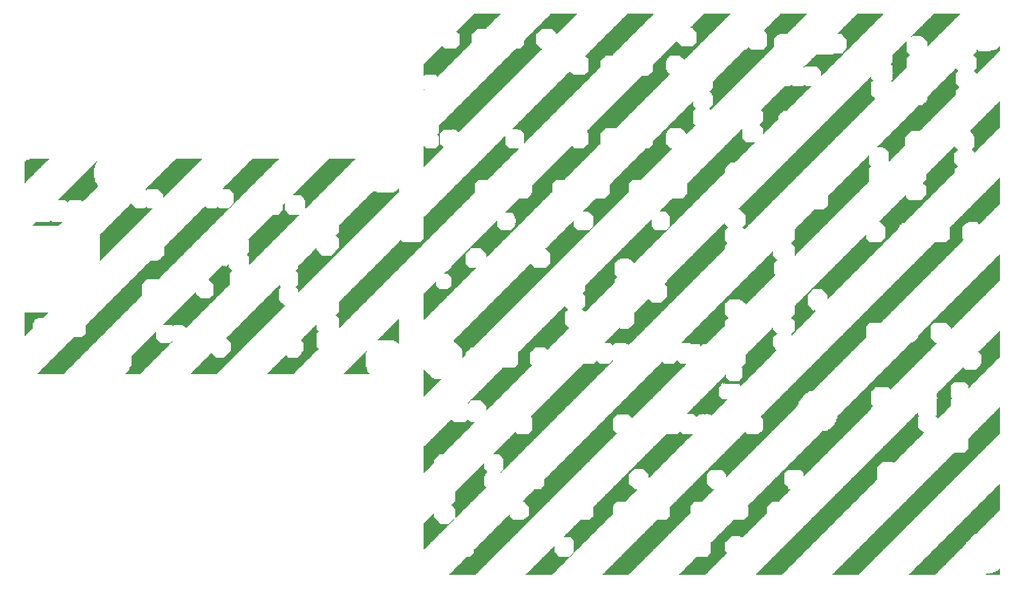
<source format=gbo>
G04*
G04 #@! TF.GenerationSoftware,Altium Limited,Altium Designer,23.5.1 (21)*
G04*
G04 Layer_Color=32896*
%FSLAX44Y44*%
%MOMM*%
G71*
G04*
G04 #@! TF.SameCoordinates,CC7C8F1B-8EDA-4CA8-81C5-A987C7989BB4*
G04*
G04*
G04 #@! TF.FilePolarity,Positive*
G04*
G01*
G75*
G36*
X1216646Y1304568D02*
X1215062D01*
Y1302984D01*
X1213477D01*
Y1301399D01*
X1211893D01*
Y1299815D01*
X1210309D01*
Y1298230D01*
X1208724D01*
Y1296646D01*
X1207140D01*
Y1295062D01*
X1205556D01*
Y1293477D01*
X1203971D01*
Y1291893D01*
X1202387D01*
Y1290309D01*
X1200803D01*
Y1288724D01*
X1199218D01*
Y1287140D01*
X1197634D01*
Y1285556D01*
X1196049D01*
Y1283971D01*
X1194465D01*
Y1282387D01*
X1192881D01*
Y1280802D01*
X1191296D01*
Y1279218D01*
X1189712D01*
Y1277634D01*
X1188128D01*
Y1276049D01*
X1186543D01*
Y1274465D01*
X1183374D01*
Y1277634D01*
X1181790D01*
Y1279218D01*
X1180206D01*
Y1280802D01*
X1178621D01*
Y1282387D01*
X1161193D01*
Y1280802D01*
X1159609D01*
Y1279218D01*
X1158025D01*
Y1277634D01*
X1156440D01*
Y1276049D01*
X1154856D01*
Y1274465D01*
X1153272D01*
Y1258621D01*
X1154856D01*
Y1257037D01*
X1156440D01*
Y1255453D01*
X1158025D01*
Y1253868D01*
X1159609D01*
Y1252284D01*
X1162778D01*
Y1250700D01*
X1161193D01*
Y1249115D01*
X1159609D01*
Y1247531D01*
X1158025D01*
Y1245947D01*
X1156440D01*
Y1244362D01*
X1154856D01*
Y1242778D01*
X1153272D01*
Y1241193D01*
X1151687D01*
Y1239609D01*
X1150103D01*
Y1238025D01*
X1148519D01*
Y1236440D01*
X1146934D01*
Y1234856D01*
X1145350D01*
Y1233272D01*
X1143765D01*
Y1231687D01*
X1142181D01*
Y1230103D01*
X1140597D01*
Y1228519D01*
X1139012D01*
Y1226934D01*
X1137428D01*
Y1225350D01*
X1135844D01*
Y1223765D01*
X1134259D01*
Y1222181D01*
X1132675D01*
Y1220597D01*
X1131090D01*
Y1219012D01*
X1129506D01*
Y1217428D01*
X1127922D01*
Y1215844D01*
X1126337D01*
Y1214259D01*
X1124753D01*
Y1212675D01*
X1123169D01*
Y1211090D01*
X1121584D01*
Y1209506D01*
X1120000D01*
Y1207922D01*
X1118416D01*
Y1206337D01*
X1116831D01*
Y1204753D01*
X1115247D01*
Y1203169D01*
X1113663D01*
Y1201584D01*
X1112078D01*
Y1200000D01*
X1110494D01*
Y1198416D01*
X1108910D01*
Y1196831D01*
X1107325D01*
Y1195247D01*
X1105741D01*
Y1193663D01*
X1104156D01*
Y1192078D01*
X1102572D01*
Y1190494D01*
X1100988D01*
Y1188910D01*
X1099403D01*
Y1187325D01*
X1097819D01*
Y1185741D01*
X1096235D01*
Y1184156D01*
X1094650D01*
Y1182572D01*
X1093066D01*
Y1180988D01*
X1091481D01*
Y1179403D01*
X1089897D01*
Y1177819D01*
X1088313D01*
Y1176235D01*
X1086728D01*
Y1174650D01*
X1085144D01*
Y1173066D01*
X1083560D01*
Y1171481D01*
X1081975D01*
Y1169897D01*
X1080391D01*
Y1168313D01*
X1078807D01*
Y1166728D01*
X1077222D01*
Y1165144D01*
X1075638D01*
Y1163560D01*
X1074053D01*
Y1161975D01*
X1072469D01*
Y1160391D01*
X1070885D01*
Y1158807D01*
X1069300D01*
Y1157222D01*
X1067716D01*
Y1155638D01*
X1066132D01*
Y1154053D01*
X1064547D01*
Y1152469D01*
X1062963D01*
Y1150885D01*
X1061379D01*
Y1149300D01*
X1059794D01*
Y1147716D01*
X1058210D01*
Y1146132D01*
X1056626D01*
Y1144547D01*
X1055041D01*
Y1142963D01*
X1053457D01*
Y1141379D01*
X1051872D01*
Y1139794D01*
X1050288D01*
Y1138210D01*
X1048704D01*
Y1136626D01*
X1047119D01*
Y1135041D01*
X1045535D01*
Y1133457D01*
X1043951D01*
Y1131872D01*
X1042366D01*
Y1130288D01*
X1040782D01*
Y1128704D01*
X1039197D01*
Y1127119D01*
X1037613D01*
Y1125535D01*
X1036029D01*
Y1123951D01*
X1034445D01*
Y1122366D01*
X1031276D01*
Y1123951D01*
X1029691D01*
Y1125535D01*
X1024938D01*
Y1127119D01*
X1023354D01*
Y1125535D01*
X1009095D01*
Y1123951D01*
X1007510D01*
Y1122366D01*
X1005926D01*
Y1120782D01*
X1004342D01*
Y1103354D01*
X1005926D01*
Y1101770D01*
X1007510D01*
Y1100185D01*
X1009095D01*
Y1097016D01*
X1007510D01*
Y1095432D01*
X1005926D01*
Y1093848D01*
X1004342D01*
Y1092263D01*
X1002757D01*
Y1090679D01*
X1001173D01*
Y1089095D01*
X999588D01*
Y1087510D01*
X998004D01*
Y1085926D01*
X996420D01*
Y1084342D01*
X994835D01*
Y1082757D01*
X993251D01*
Y1081173D01*
X991667D01*
Y1079588D01*
X990082D01*
Y1078004D01*
X988498D01*
Y1076420D01*
X986914D01*
Y1074835D01*
X985329D01*
Y1073251D01*
X983745D01*
Y1071667D01*
X982160D01*
Y1070082D01*
X980576D01*
Y1068498D01*
X978992D01*
Y1100185D01*
X980576D01*
Y1098601D01*
X982160D01*
Y1097016D01*
X998004D01*
Y1098601D01*
X999588D01*
Y1100185D01*
X1001173D01*
Y1101770D01*
X1002757D01*
Y1116029D01*
X1001173D01*
Y1117613D01*
X999588D01*
Y1119197D01*
X1001173D01*
Y1120782D01*
X1002757D01*
Y1133457D01*
X1004342D01*
Y1135041D01*
X1005926D01*
Y1136626D01*
X1007510D01*
Y1138210D01*
X1009095D01*
Y1139794D01*
X1010679D01*
Y1141379D01*
X1012263D01*
Y1142963D01*
X1013848D01*
Y1144547D01*
X1015432D01*
Y1146132D01*
X1017017D01*
Y1147716D01*
X1018601D01*
Y1149300D01*
X1020185D01*
Y1150885D01*
X1021770D01*
Y1152469D01*
X1023354D01*
Y1154053D01*
X1024938D01*
Y1155638D01*
X1026523D01*
Y1157222D01*
X1028107D01*
Y1158807D01*
X1029691D01*
Y1160391D01*
X1031276D01*
Y1161975D01*
X1032860D01*
Y1163560D01*
X1034445D01*
Y1165144D01*
X1036029D01*
Y1166728D01*
X1037613D01*
Y1168313D01*
X1039197D01*
Y1169897D01*
X1040782D01*
Y1171481D01*
X1042366D01*
Y1173066D01*
X1043951D01*
Y1174650D01*
X1045535D01*
Y1176235D01*
X1047119D01*
Y1177819D01*
X1048704D01*
Y1179403D01*
X1050288D01*
Y1180988D01*
X1051872D01*
Y1182572D01*
X1053457D01*
Y1184156D01*
X1055041D01*
Y1185741D01*
X1056626D01*
Y1187325D01*
X1058210D01*
Y1188910D01*
X1059794D01*
Y1190494D01*
X1061379D01*
Y1192078D01*
X1062963D01*
Y1193663D01*
X1064547D01*
Y1195247D01*
X1066132D01*
Y1196831D01*
X1067716D01*
Y1198416D01*
X1069300D01*
Y1200000D01*
X1070885D01*
Y1201584D01*
X1072469D01*
Y1203169D01*
X1074053D01*
Y1204753D01*
X1075638D01*
Y1206337D01*
X1077222D01*
Y1207922D01*
X1078807D01*
Y1209506D01*
X1080391D01*
Y1211090D01*
X1081975D01*
Y1212675D01*
X1083560D01*
Y1214259D01*
X1085144D01*
Y1215844D01*
X1086728D01*
Y1217428D01*
X1088313D01*
Y1219012D01*
X1089897D01*
Y1220597D01*
X1091481D01*
Y1222181D01*
X1093066D01*
Y1223765D01*
X1094650D01*
Y1225350D01*
X1096235D01*
Y1226934D01*
X1097819D01*
Y1228519D01*
X1099403D01*
Y1230103D01*
X1100988D01*
Y1231687D01*
X1102572D01*
Y1233272D01*
X1104156D01*
Y1234856D01*
X1105741D01*
Y1236440D01*
X1107325D01*
Y1238025D01*
X1108910D01*
Y1239609D01*
X1110494D01*
Y1241193D01*
X1112078D01*
Y1242778D01*
X1113663D01*
Y1244362D01*
X1115247D01*
Y1245947D01*
X1116831D01*
Y1247531D01*
X1118416D01*
Y1249115D01*
X1120000D01*
Y1250700D01*
X1121584D01*
Y1252284D01*
X1129506D01*
Y1253868D01*
X1131090D01*
Y1255453D01*
X1132675D01*
Y1257037D01*
X1134259D01*
Y1264959D01*
X1135844D01*
Y1266543D01*
X1137428D01*
Y1268128D01*
X1139012D01*
Y1269712D01*
X1140597D01*
Y1271296D01*
X1142181D01*
Y1272881D01*
X1143765D01*
Y1274465D01*
X1145350D01*
Y1276049D01*
X1146934D01*
Y1277634D01*
X1148519D01*
Y1279218D01*
X1150103D01*
Y1280802D01*
X1151687D01*
Y1282387D01*
X1153272D01*
Y1283971D01*
X1154856D01*
Y1285556D01*
X1156440D01*
Y1287140D01*
X1158025D01*
Y1288724D01*
X1159609D01*
Y1290309D01*
X1161193D01*
Y1291893D01*
X1162778D01*
Y1293477D01*
X1164362D01*
Y1295062D01*
X1165947D01*
Y1296646D01*
X1167531D01*
Y1298230D01*
X1169115D01*
Y1299815D01*
X1170700D01*
Y1301399D01*
X1172284D01*
Y1302984D01*
X1173868D01*
Y1304568D01*
X1175453D01*
Y1306152D01*
X1216646D01*
Y1304568D01*
D02*
G37*
G36*
X1736317Y1269712D02*
X1734733D01*
Y1271296D01*
X1736317D01*
Y1269712D01*
D02*
G37*
G36*
X1810782Y1304568D02*
X1809198D01*
Y1302984D01*
X1807613D01*
Y1301399D01*
X1806029D01*
Y1299815D01*
X1804444D01*
Y1298230D01*
X1802860D01*
Y1296646D01*
X1801276D01*
Y1295062D01*
X1799691D01*
Y1293477D01*
X1798107D01*
Y1291893D01*
X1796523D01*
Y1290309D01*
X1794938D01*
Y1288724D01*
X1793354D01*
Y1287140D01*
X1791770D01*
Y1285556D01*
X1790185D01*
Y1283971D01*
X1788601D01*
Y1282387D01*
X1787016D01*
Y1280802D01*
X1785432D01*
Y1279218D01*
X1783848D01*
Y1277634D01*
X1782263D01*
Y1276049D01*
X1780679D01*
Y1274465D01*
X1779095D01*
Y1272881D01*
X1777510D01*
Y1271296D01*
X1775926D01*
Y1269712D01*
X1774342D01*
Y1268128D01*
X1772757D01*
Y1266543D01*
X1771173D01*
Y1264959D01*
X1769588D01*
Y1263374D01*
X1768004D01*
Y1261790D01*
X1766420D01*
Y1260206D01*
X1764835D01*
Y1258621D01*
X1763251D01*
Y1257037D01*
X1761667D01*
Y1255453D01*
X1760082D01*
Y1263374D01*
X1758498D01*
Y1264959D01*
X1756914D01*
Y1266543D01*
X1755329D01*
Y1268128D01*
X1753745D01*
Y1269712D01*
X1750576D01*
Y1271296D01*
X1736317D01*
Y1272881D01*
X1737901D01*
Y1274465D01*
X1739486D01*
Y1276049D01*
X1741070D01*
Y1277634D01*
X1742654D01*
Y1279218D01*
X1744239D01*
Y1280802D01*
X1745823D01*
Y1282387D01*
X1747407D01*
Y1283971D01*
X1748992D01*
Y1285556D01*
X1750576D01*
Y1287140D01*
X1752160D01*
Y1288724D01*
X1753745D01*
Y1290309D01*
X1755329D01*
Y1291893D01*
X1756914D01*
Y1293477D01*
X1758498D01*
Y1295062D01*
X1760082D01*
Y1296646D01*
X1761667D01*
Y1298230D01*
X1763251D01*
Y1299815D01*
X1764835D01*
Y1301399D01*
X1766420D01*
Y1302984D01*
X1768004D01*
Y1304568D01*
X1769588D01*
Y1306152D01*
X1810782D01*
Y1304568D01*
D02*
G37*
G36*
X1454300D02*
X1452716D01*
Y1302984D01*
X1451132D01*
Y1301399D01*
X1449547D01*
Y1299815D01*
X1447963D01*
Y1298230D01*
X1446379D01*
Y1296646D01*
X1444794D01*
Y1295062D01*
X1443210D01*
Y1293477D01*
X1441626D01*
Y1291893D01*
X1440041D01*
Y1290309D01*
X1438457D01*
Y1288724D01*
X1436872D01*
Y1287140D01*
X1435288D01*
Y1285556D01*
X1433704D01*
Y1283971D01*
X1432119D01*
Y1282387D01*
X1430535D01*
Y1280802D01*
X1428951D01*
Y1279218D01*
X1427366D01*
Y1277634D01*
X1425782D01*
Y1276049D01*
X1424198D01*
Y1274465D01*
X1422613D01*
Y1272881D01*
X1421029D01*
Y1271296D01*
X1419444D01*
Y1269712D01*
X1417860D01*
Y1268128D01*
X1416276D01*
Y1266543D01*
X1414691D01*
Y1264959D01*
X1413107D01*
Y1263374D01*
X1411523D01*
Y1261790D01*
X1409938D01*
Y1260206D01*
X1408354D01*
Y1258621D01*
X1406770D01*
Y1257037D01*
X1405185D01*
Y1255453D01*
X1403601D01*
Y1253868D01*
X1402016D01*
Y1252284D01*
X1400432D01*
Y1250700D01*
X1398848D01*
Y1249115D01*
X1397263D01*
Y1247531D01*
X1395679D01*
Y1245947D01*
X1394095D01*
Y1244362D01*
X1392510D01*
Y1242778D01*
X1390926D01*
Y1241193D01*
X1389342D01*
Y1239609D01*
X1387757D01*
Y1238025D01*
X1386173D01*
Y1236440D01*
X1384588D01*
Y1234856D01*
X1381420D01*
Y1236440D01*
X1379835D01*
Y1238025D01*
X1378251D01*
Y1239609D01*
X1376667D01*
Y1241193D01*
X1360823D01*
Y1239609D01*
X1359239D01*
Y1238025D01*
X1357654D01*
Y1236440D01*
X1356070D01*
Y1233272D01*
X1354486D01*
Y1219012D01*
X1356070D01*
Y1215844D01*
X1357654D01*
Y1214259D01*
X1359239D01*
Y1212675D01*
X1360823D01*
Y1211090D01*
X1359239D01*
Y1209506D01*
X1357654D01*
Y1207922D01*
X1356070D01*
Y1206337D01*
X1354486D01*
Y1204753D01*
X1352901D01*
Y1203169D01*
X1351317D01*
Y1201584D01*
X1349733D01*
Y1200000D01*
X1348148D01*
Y1198416D01*
X1346564D01*
Y1196831D01*
X1344979D01*
Y1195247D01*
X1343395D01*
Y1193663D01*
X1341811D01*
Y1192078D01*
X1340226D01*
Y1190494D01*
X1338642D01*
Y1188910D01*
X1337058D01*
Y1187325D01*
X1335473D01*
Y1185741D01*
X1333889D01*
Y1184156D01*
X1332305D01*
Y1182572D01*
X1330720D01*
Y1180988D01*
X1329136D01*
Y1179403D01*
X1327551D01*
Y1177819D01*
X1325967D01*
Y1176235D01*
X1324383D01*
Y1174650D01*
X1322798D01*
Y1173066D01*
X1321214D01*
Y1171481D01*
X1319630D01*
Y1169897D01*
X1318045D01*
Y1168313D01*
X1316461D01*
Y1166728D01*
X1314877D01*
Y1165144D01*
X1313292D01*
Y1163560D01*
X1311708D01*
Y1161975D01*
X1310123D01*
Y1160391D01*
X1308539D01*
Y1158807D01*
X1306955D01*
Y1157222D01*
X1305370D01*
Y1155638D01*
X1303786D01*
Y1154053D01*
X1302202D01*
Y1152469D01*
X1300617D01*
Y1150885D01*
X1299033D01*
Y1149300D01*
X1297449D01*
Y1147716D01*
X1295864D01*
Y1146132D01*
X1294280D01*
Y1144547D01*
X1292695D01*
Y1142963D01*
X1291111D01*
Y1141379D01*
X1289527D01*
Y1139794D01*
X1287942D01*
Y1138210D01*
X1286358D01*
Y1136626D01*
X1284774D01*
Y1135041D01*
X1283189D01*
Y1133457D01*
X1281605D01*
Y1131872D01*
X1280021D01*
Y1130288D01*
X1278436D01*
Y1128704D01*
X1261008D01*
Y1127119D01*
X1259424D01*
Y1125535D01*
X1257840D01*
Y1123951D01*
X1256255D01*
Y1122366D01*
X1254671D01*
Y1120782D01*
X1253086D01*
Y1103354D01*
X1251502D01*
Y1101770D01*
X1249918D01*
Y1100185D01*
X1248333D01*
Y1098601D01*
X1246749D01*
Y1097016D01*
X1245165D01*
Y1095432D01*
X1243580D01*
Y1093848D01*
X1241996D01*
Y1092263D01*
X1240412D01*
Y1090679D01*
X1238827D01*
Y1089095D01*
X1237243D01*
Y1087510D01*
X1235658D01*
Y1085926D01*
X1234074D01*
Y1084342D01*
X1232490D01*
Y1082757D01*
X1230905D01*
Y1081173D01*
X1229321D01*
Y1079588D01*
X1227737D01*
Y1078004D01*
X1226152D01*
Y1076420D01*
X1224568D01*
Y1074835D01*
X1222984D01*
Y1073251D01*
X1221399D01*
Y1071667D01*
X1219815D01*
Y1070082D01*
X1218231D01*
Y1068498D01*
X1216646D01*
Y1066914D01*
X1215062D01*
Y1065329D01*
X1213477D01*
Y1063745D01*
X1211893D01*
Y1062160D01*
X1210309D01*
Y1060576D01*
X1208724D01*
Y1058992D01*
X1207140D01*
Y1057407D01*
X1205556D01*
Y1055823D01*
X1203971D01*
Y1054239D01*
X1202387D01*
Y1052654D01*
X1200803D01*
Y1051070D01*
X1199218D01*
Y1049486D01*
X1197634D01*
Y1047901D01*
X1183374D01*
Y1046317D01*
X1181790D01*
Y1044733D01*
X1180206D01*
Y1043148D01*
X1178621D01*
Y1028889D01*
X1177037D01*
Y1027305D01*
X1175453D01*
Y1025720D01*
X1173868D01*
Y1024136D01*
X1172284D01*
Y1022551D01*
X1170700D01*
Y1020967D01*
X1169115D01*
Y1019383D01*
X1167531D01*
Y1017798D01*
X1165947D01*
Y1016214D01*
X1164362D01*
Y1014630D01*
X1162778D01*
Y1013045D01*
X1161193D01*
Y1011461D01*
X1159609D01*
Y1009876D01*
X1158025D01*
Y1008292D01*
X1156440D01*
Y1006708D01*
X1154856D01*
Y1005124D01*
X1153272D01*
Y1003539D01*
X1151687D01*
Y1001955D01*
X1150103D01*
Y1000370D01*
X1148519D01*
Y998786D01*
X1146934D01*
Y997202D01*
X1145350D01*
Y995617D01*
X1143765D01*
Y994033D01*
X1142181D01*
Y992449D01*
X1140597D01*
Y990864D01*
X1139012D01*
Y989280D01*
X1137428D01*
Y987695D01*
X1135844D01*
Y986111D01*
X1134259D01*
Y984527D01*
X1132675D01*
Y982942D01*
X1131090D01*
Y981358D01*
X1129506D01*
Y979774D01*
X1127922D01*
Y978189D01*
X1126337D01*
Y976605D01*
X1124753D01*
Y975021D01*
X1123169D01*
Y973436D01*
X1121584D01*
Y971852D01*
X1120000D01*
Y970267D01*
X1118416D01*
Y968683D01*
X1116831D01*
Y967099D01*
X1115247D01*
Y965514D01*
X1113663D01*
Y963930D01*
X1112078D01*
Y962346D01*
X1110494D01*
Y960761D01*
X1108910D01*
Y959177D01*
X1107325D01*
Y957593D01*
X1105741D01*
Y956008D01*
X1104156D01*
Y954424D01*
X1102572D01*
Y952840D01*
X1100988D01*
Y951255D01*
X1099403D01*
Y949671D01*
X1097819D01*
Y948086D01*
X1096235D01*
Y946502D01*
X1094650D01*
Y944918D01*
X1093066D01*
Y943333D01*
X1091481D01*
Y941749D01*
X1089897D01*
Y940165D01*
X1088313D01*
Y938580D01*
X1086728D01*
Y936996D01*
X1085144D01*
Y935412D01*
X1083560D01*
Y933827D01*
X1081975D01*
Y932243D01*
X1080391D01*
Y930658D01*
X1078807D01*
Y929074D01*
X1077222D01*
Y927490D01*
X1075638D01*
Y933827D01*
X1074053D01*
Y935412D01*
X1072469D01*
Y936996D01*
X1070885D01*
Y938580D01*
X1069300D01*
Y940165D01*
X1067716D01*
Y941749D01*
X1051872D01*
Y940165D01*
X1050288D01*
Y938580D01*
X1048704D01*
Y936996D01*
X1047119D01*
Y935412D01*
X1045535D01*
Y933827D01*
X1043951D01*
Y916399D01*
X1045535D01*
Y914815D01*
X1047119D01*
Y913231D01*
X1048704D01*
Y911646D01*
X1059794D01*
Y910062D01*
X1058210D01*
Y908477D01*
X1056626D01*
Y906893D01*
X1055041D01*
Y905309D01*
X1053457D01*
Y903724D01*
X1051872D01*
Y902140D01*
X1050288D01*
Y900556D01*
X1048704D01*
Y898971D01*
X1047119D01*
Y897387D01*
X1045535D01*
Y895803D01*
X1043951D01*
Y894218D01*
X1042366D01*
Y892634D01*
X1040782D01*
Y891049D01*
X1039197D01*
Y889465D01*
X1037613D01*
Y887881D01*
X1036029D01*
Y886296D01*
X1034445D01*
Y884712D01*
X1032860D01*
Y883128D01*
X1031276D01*
Y881543D01*
X1029691D01*
Y879959D01*
X1028107D01*
Y878374D01*
X1026523D01*
Y876790D01*
X1024938D01*
Y875206D01*
X1023354D01*
Y873621D01*
X1021770D01*
Y872037D01*
X1020185D01*
Y870453D01*
X1018601D01*
Y868868D01*
X1017017D01*
Y867284D01*
X1015432D01*
Y865700D01*
X1013848D01*
Y864115D01*
X1012263D01*
Y862531D01*
X1010679D01*
Y860947D01*
X1009095D01*
Y859362D01*
X1007510D01*
Y857778D01*
X1005926D01*
Y856193D01*
X1004342D01*
Y854609D01*
X1002757D01*
Y853025D01*
X1001173D01*
Y851440D01*
X999588D01*
Y849856D01*
X998004D01*
Y848272D01*
X996420D01*
Y846687D01*
X994835D01*
Y845103D01*
X993251D01*
Y843519D01*
X991667D01*
Y841934D01*
X990082D01*
Y840350D01*
X988498D01*
Y838765D01*
X986914D01*
Y837181D01*
X985329D01*
Y835597D01*
X983745D01*
Y834012D01*
X982160D01*
Y832428D01*
X980576D01*
Y830844D01*
X978992D01*
Y872037D01*
X980576D01*
Y873621D01*
X982160D01*
Y875206D01*
X983745D01*
Y876790D01*
X985329D01*
Y878374D01*
X986914D01*
Y879959D01*
X988498D01*
Y881543D01*
X990082D01*
Y883128D01*
X991667D01*
Y884712D01*
X993251D01*
Y886296D01*
X994835D01*
Y887881D01*
X996420D01*
Y889465D01*
X998004D01*
Y883128D01*
X999588D01*
Y881543D01*
X1001173D01*
Y879959D01*
X1002757D01*
Y878374D01*
X1017017D01*
Y879959D01*
X1018601D01*
Y881543D01*
X1020185D01*
Y883128D01*
X1021770D01*
Y897387D01*
X1020185D01*
Y898971D01*
X1018601D01*
Y900556D01*
X1017017D01*
Y902140D01*
X1010679D01*
Y903724D01*
X1012263D01*
Y905309D01*
X1013848D01*
Y906893D01*
X1017017D01*
Y908477D01*
X1018601D01*
Y910062D01*
X1020185D01*
Y911646D01*
X1021770D01*
Y914815D01*
X1023354D01*
Y916399D01*
X1024938D01*
Y917983D01*
X1026523D01*
Y919568D01*
X1028107D01*
Y921152D01*
X1029691D01*
Y922737D01*
X1031276D01*
Y924321D01*
X1032860D01*
Y925905D01*
X1034445D01*
Y927490D01*
X1036029D01*
Y929074D01*
X1037613D01*
Y930658D01*
X1039197D01*
Y932243D01*
X1040782D01*
Y933827D01*
X1042366D01*
Y935412D01*
X1043951D01*
Y936996D01*
X1045535D01*
Y938580D01*
X1047119D01*
Y940165D01*
X1048704D01*
Y941749D01*
X1050288D01*
Y943333D01*
X1051872D01*
Y944918D01*
X1053457D01*
Y946502D01*
X1055041D01*
Y948086D01*
X1056626D01*
Y949671D01*
X1058210D01*
Y951255D01*
X1059794D01*
Y952840D01*
X1061379D01*
Y954424D01*
X1062963D01*
Y956008D01*
X1064547D01*
Y957593D01*
X1066132D01*
Y959177D01*
X1067716D01*
Y960761D01*
X1069300D01*
Y962346D01*
X1070885D01*
Y963930D01*
X1072469D01*
Y965514D01*
X1074053D01*
Y967099D01*
X1075638D01*
Y968683D01*
X1077222D01*
Y970267D01*
X1078807D01*
Y971852D01*
X1080391D01*
Y973436D01*
X1081975D01*
Y975021D01*
X1083560D01*
Y976605D01*
X1085144D01*
Y978189D01*
X1086728D01*
Y979774D01*
X1088313D01*
Y981358D01*
X1089897D01*
Y982942D01*
X1091481D01*
Y984527D01*
X1093066D01*
Y975021D01*
X1094650D01*
Y973436D01*
X1096235D01*
Y971852D01*
X1097819D01*
Y970267D01*
X1115247D01*
Y971852D01*
X1116831D01*
Y973436D01*
X1118416D01*
Y975021D01*
X1120000D01*
Y978189D01*
X1121584D01*
Y979774D01*
X1120000D01*
Y981358D01*
X1121584D01*
Y987695D01*
X1120000D01*
Y992449D01*
X1118416D01*
Y995617D01*
X1116831D01*
Y997202D01*
X1105741D01*
Y998786D01*
X1107325D01*
Y1000370D01*
X1108910D01*
Y1001955D01*
X1110494D01*
Y1003539D01*
X1112078D01*
Y1005124D01*
X1113663D01*
Y1006708D01*
X1115247D01*
Y1008292D01*
X1116831D01*
Y1009876D01*
X1118416D01*
Y1011461D01*
X1120000D01*
Y1013045D01*
X1121584D01*
Y1014630D01*
X1123169D01*
Y1016214D01*
X1124753D01*
Y1017798D01*
X1126337D01*
Y1019383D01*
X1140597D01*
Y1020967D01*
X1142181D01*
Y1022551D01*
X1143765D01*
Y1024136D01*
X1145350D01*
Y1027305D01*
X1146934D01*
Y1039979D01*
X1148519D01*
Y1041564D01*
X1150103D01*
Y1043148D01*
X1151687D01*
Y1044733D01*
X1153272D01*
Y1046317D01*
X1154856D01*
Y1047901D01*
X1156440D01*
Y1049486D01*
X1158025D01*
Y1051070D01*
X1159609D01*
Y1052654D01*
X1161193D01*
Y1054239D01*
X1162778D01*
Y1055823D01*
X1164362D01*
Y1057407D01*
X1165947D01*
Y1058992D01*
X1167531D01*
Y1060576D01*
X1169115D01*
Y1062160D01*
X1170700D01*
Y1063745D01*
X1172284D01*
Y1065329D01*
X1173868D01*
Y1066914D01*
X1175453D01*
Y1068498D01*
X1177037D01*
Y1070082D01*
X1178621D01*
Y1071667D01*
X1180206D01*
Y1073251D01*
X1181790D01*
Y1074835D01*
X1183374D01*
Y1076420D01*
X1184959D01*
Y1078004D01*
X1186543D01*
Y1079588D01*
X1188128D01*
Y1081173D01*
X1189712D01*
Y1082757D01*
X1191296D01*
Y1084342D01*
X1192881D01*
Y1085926D01*
X1194465D01*
Y1087510D01*
X1196049D01*
Y1089095D01*
X1197634D01*
Y1090679D01*
X1199218D01*
Y1092263D01*
X1200803D01*
Y1093848D01*
X1202387D01*
Y1095432D01*
X1203971D01*
Y1097016D01*
X1205556D01*
Y1098601D01*
X1207140D01*
Y1100185D01*
X1210309D01*
Y1098601D01*
X1211893D01*
Y1097016D01*
X1227737D01*
Y1098601D01*
X1229321D01*
Y1100185D01*
X1230905D01*
Y1101770D01*
X1232490D01*
Y1103354D01*
X1234074D01*
Y1120782D01*
X1232490D01*
Y1125535D01*
X1234074D01*
Y1127119D01*
X1235658D01*
Y1128704D01*
X1237243D01*
Y1130288D01*
X1238827D01*
Y1131872D01*
X1240412D01*
Y1133457D01*
X1241996D01*
Y1135041D01*
X1243580D01*
Y1136626D01*
X1245165D01*
Y1138210D01*
X1246749D01*
Y1139794D01*
X1248333D01*
Y1141379D01*
X1249918D01*
Y1142963D01*
X1251502D01*
Y1144547D01*
X1253086D01*
Y1146132D01*
X1254671D01*
Y1147716D01*
X1256255D01*
Y1149300D01*
X1257840D01*
Y1150885D01*
X1259424D01*
Y1152469D01*
X1261008D01*
Y1154053D01*
X1262593D01*
Y1155638D01*
X1264177D01*
Y1157222D01*
X1265761D01*
Y1158807D01*
X1267346D01*
Y1160391D01*
X1268930D01*
Y1161975D01*
X1270514D01*
Y1163560D01*
X1272099D01*
Y1165144D01*
X1273683D01*
Y1166728D01*
X1275267D01*
Y1168313D01*
X1276852D01*
Y1169897D01*
X1278436D01*
Y1171481D01*
X1280021D01*
Y1173066D01*
X1281605D01*
Y1174650D01*
X1283189D01*
Y1176235D01*
X1284774D01*
Y1177819D01*
X1286358D01*
Y1179403D01*
X1287942D01*
Y1180988D01*
X1289527D01*
Y1182572D01*
X1291111D01*
Y1184156D01*
X1292695D01*
Y1185741D01*
X1294280D01*
Y1187325D01*
X1295864D01*
Y1188910D01*
X1297449D01*
Y1190494D01*
X1299033D01*
Y1192078D01*
X1300617D01*
Y1193663D01*
X1302202D01*
Y1195247D01*
X1303786D01*
Y1196831D01*
X1305370D01*
Y1198416D01*
X1306955D01*
Y1200000D01*
X1308539D01*
Y1201584D01*
X1310123D01*
Y1203169D01*
X1311708D01*
Y1204753D01*
X1313292D01*
Y1206337D01*
X1314877D01*
Y1207922D01*
X1316461D01*
Y1209506D01*
X1327551D01*
Y1211090D01*
X1329136D01*
Y1212675D01*
X1330720D01*
Y1214259D01*
X1332305D01*
Y1215844D01*
X1333889D01*
Y1226934D01*
X1335473D01*
Y1228519D01*
X1337058D01*
Y1230103D01*
X1338642D01*
Y1231687D01*
X1340226D01*
Y1233272D01*
X1341811D01*
Y1234856D01*
X1343395D01*
Y1236440D01*
X1344979D01*
Y1238025D01*
X1346564D01*
Y1239609D01*
X1348148D01*
Y1241193D01*
X1349733D01*
Y1242778D01*
X1351317D01*
Y1244362D01*
X1352901D01*
Y1245947D01*
X1354486D01*
Y1247531D01*
X1356070D01*
Y1249115D01*
X1357654D01*
Y1250700D01*
X1359239D01*
Y1252284D01*
X1360823D01*
Y1253868D01*
X1362407D01*
Y1255453D01*
X1363992D01*
Y1257037D01*
X1365576D01*
Y1258621D01*
X1367160D01*
Y1260206D01*
X1368745D01*
Y1261790D01*
X1370329D01*
Y1263374D01*
X1371914D01*
Y1261790D01*
X1373498D01*
Y1260206D01*
X1375082D01*
Y1258621D01*
X1376667D01*
Y1257037D01*
X1378251D01*
Y1255453D01*
X1397263D01*
Y1257037D01*
X1398848D01*
Y1258621D01*
X1400432D01*
Y1260206D01*
X1402016D01*
Y1277634D01*
X1400432D01*
Y1279218D01*
X1398848D01*
Y1280802D01*
X1397263D01*
Y1282387D01*
X1395679D01*
Y1283971D01*
X1392510D01*
Y1285556D01*
X1394095D01*
Y1287140D01*
X1395679D01*
Y1288724D01*
X1397263D01*
Y1290309D01*
X1398848D01*
Y1291893D01*
X1400432D01*
Y1293477D01*
X1402016D01*
Y1295062D01*
X1403601D01*
Y1296646D01*
X1405185D01*
Y1298230D01*
X1406770D01*
Y1299815D01*
X1408354D01*
Y1301399D01*
X1409938D01*
Y1302984D01*
X1411523D01*
Y1304568D01*
X1413107D01*
Y1306152D01*
X1454300D01*
Y1304568D01*
D02*
G37*
G36*
X1097819D02*
X1096235D01*
Y1302984D01*
X1094650D01*
Y1301399D01*
X1093066D01*
Y1299815D01*
X1091481D01*
Y1298230D01*
X1089897D01*
Y1296646D01*
X1088313D01*
Y1295062D01*
X1086728D01*
Y1293477D01*
X1085144D01*
Y1291893D01*
X1083560D01*
Y1290309D01*
X1081975D01*
Y1288724D01*
X1080391D01*
Y1287140D01*
X1078807D01*
Y1285556D01*
X1077222D01*
Y1283971D01*
X1075638D01*
Y1282387D01*
X1061379D01*
Y1280802D01*
X1059794D01*
Y1279218D01*
X1058210D01*
Y1277634D01*
X1056626D01*
Y1276049D01*
X1055041D01*
Y1274465D01*
X1053457D01*
Y1260206D01*
X1051872D01*
Y1258621D01*
X1050288D01*
Y1257037D01*
X1048704D01*
Y1255453D01*
X1047119D01*
Y1253868D01*
X1045535D01*
Y1252284D01*
X1043951D01*
Y1250700D01*
X1042366D01*
Y1249115D01*
X1040782D01*
Y1247531D01*
X1039197D01*
Y1245947D01*
X1037613D01*
Y1244362D01*
X1036029D01*
Y1242778D01*
X1034445D01*
Y1241193D01*
X1032860D01*
Y1239609D01*
X1031276D01*
Y1238025D01*
X1029691D01*
Y1236440D01*
X1028107D01*
Y1234856D01*
X1026523D01*
Y1233272D01*
X1024938D01*
Y1231687D01*
X1023354D01*
Y1230103D01*
X1021770D01*
Y1228519D01*
X1020185D01*
Y1226934D01*
X1018601D01*
Y1225350D01*
X1017017D01*
Y1223765D01*
X1015432D01*
Y1222181D01*
X1013848D01*
Y1220597D01*
X1012263D01*
Y1219012D01*
X1010679D01*
Y1217428D01*
X1009095D01*
Y1215844D01*
X1007510D01*
Y1214259D01*
X1005926D01*
Y1212675D01*
X1004342D01*
Y1211090D01*
X1002757D01*
Y1209506D01*
X1001173D01*
Y1207922D01*
X999588D01*
Y1209506D01*
X998004D01*
Y1211090D01*
X980576D01*
Y1209506D01*
X978992D01*
Y1228519D01*
X980576D01*
Y1230103D01*
X982160D01*
Y1231687D01*
X983745D01*
Y1233272D01*
X985329D01*
Y1234856D01*
X986914D01*
Y1236440D01*
X988498D01*
Y1238025D01*
X990082D01*
Y1239609D01*
X991667D01*
Y1241193D01*
X993251D01*
Y1242778D01*
X994835D01*
Y1244362D01*
X996420D01*
Y1245947D01*
X998004D01*
Y1247531D01*
X999588D01*
Y1249115D01*
X1001173D01*
Y1250700D01*
X1002757D01*
Y1252284D01*
X1004342D01*
Y1253868D01*
X1005926D01*
Y1255453D01*
X1009095D01*
Y1253868D01*
X1010679D01*
Y1252284D01*
X1029691D01*
Y1253868D01*
X1031276D01*
Y1255453D01*
X1032860D01*
Y1257037D01*
X1034445D01*
Y1274465D01*
X1032860D01*
Y1276049D01*
X1031276D01*
Y1277634D01*
X1029691D01*
Y1279218D01*
X1031276D01*
Y1280802D01*
X1032860D01*
Y1282387D01*
X1034445D01*
Y1283971D01*
X1036029D01*
Y1285556D01*
X1037613D01*
Y1287140D01*
X1039197D01*
Y1288724D01*
X1040782D01*
Y1290309D01*
X1042366D01*
Y1291893D01*
X1043951D01*
Y1293477D01*
X1045535D01*
Y1295062D01*
X1047119D01*
Y1296646D01*
X1048704D01*
Y1298230D01*
X1050288D01*
Y1299815D01*
X1051872D01*
Y1301399D01*
X1053457D01*
Y1302984D01*
X1055041D01*
Y1304568D01*
X1056626D01*
Y1306152D01*
X1097819D01*
Y1304568D01*
D02*
G37*
G36*
X1573128D02*
X1571543D01*
Y1302984D01*
X1569959D01*
Y1301399D01*
X1568374D01*
Y1299815D01*
X1566790D01*
Y1298230D01*
X1565206D01*
Y1296646D01*
X1563621D01*
Y1295062D01*
X1562037D01*
Y1293477D01*
X1560453D01*
Y1291893D01*
X1558868D01*
Y1290309D01*
X1557284D01*
Y1288724D01*
X1555700D01*
Y1287140D01*
X1554115D01*
Y1285556D01*
X1552531D01*
Y1283971D01*
X1550947D01*
Y1282387D01*
X1549362D01*
Y1280802D01*
X1547778D01*
Y1279218D01*
X1546193D01*
Y1277634D01*
X1544609D01*
Y1276049D01*
X1543025D01*
Y1274465D01*
X1530350D01*
Y1272881D01*
X1527181D01*
Y1271296D01*
X1525597D01*
Y1269712D01*
X1524012D01*
Y1268128D01*
X1522428D01*
Y1253868D01*
X1520844D01*
Y1252284D01*
X1519259D01*
Y1250700D01*
X1517675D01*
Y1249115D01*
X1516091D01*
Y1247531D01*
X1514506D01*
Y1245947D01*
X1512922D01*
Y1244362D01*
X1511337D01*
Y1242778D01*
X1509753D01*
Y1241193D01*
X1508169D01*
Y1239609D01*
X1506584D01*
Y1238025D01*
X1505000D01*
Y1236440D01*
X1503416D01*
Y1234856D01*
X1501831D01*
Y1233272D01*
X1500247D01*
Y1231687D01*
X1498663D01*
Y1230103D01*
X1497078D01*
Y1228519D01*
X1495494D01*
Y1226934D01*
X1493909D01*
Y1225350D01*
X1492325D01*
Y1223765D01*
X1490741D01*
Y1222181D01*
X1489156D01*
Y1220597D01*
X1487572D01*
Y1219012D01*
X1485988D01*
Y1217428D01*
X1484403D01*
Y1215844D01*
X1482819D01*
Y1214259D01*
X1481235D01*
Y1212675D01*
X1479650D01*
Y1211090D01*
X1478066D01*
Y1209506D01*
X1476481D01*
Y1207922D01*
X1474897D01*
Y1206337D01*
X1473313D01*
Y1204753D01*
X1471728D01*
Y1203169D01*
X1470144D01*
Y1201584D01*
X1468560D01*
Y1200000D01*
X1466975D01*
Y1198416D01*
X1465391D01*
Y1196831D01*
X1463807D01*
Y1195247D01*
X1462222D01*
Y1193663D01*
X1460638D01*
Y1192078D01*
X1459053D01*
Y1190494D01*
X1457469D01*
Y1188910D01*
X1455885D01*
Y1187325D01*
X1454300D01*
Y1185741D01*
X1452716D01*
Y1184156D01*
X1451132D01*
Y1182572D01*
X1449547D01*
Y1180988D01*
X1447963D01*
Y1179403D01*
X1446379D01*
Y1177819D01*
X1444794D01*
Y1176235D01*
X1443210D01*
Y1174650D01*
X1441626D01*
Y1173066D01*
X1440041D01*
Y1171481D01*
X1438457D01*
Y1169897D01*
X1436872D01*
Y1168313D01*
X1435288D01*
Y1166728D01*
X1433704D01*
Y1165144D01*
X1432119D01*
Y1163560D01*
X1430535D01*
Y1161975D01*
X1428951D01*
Y1160391D01*
X1427366D01*
Y1158807D01*
X1425782D01*
Y1157222D01*
X1422613D01*
Y1158807D01*
Y1160391D01*
X1424198D01*
Y1161975D01*
X1425782D01*
Y1163560D01*
X1427366D01*
Y1179403D01*
X1425782D01*
Y1182572D01*
X1424198D01*
Y1184156D01*
X1422613D01*
Y1185741D01*
X1424198D01*
Y1187325D01*
X1425782D01*
Y1190494D01*
X1427366D01*
Y1201584D01*
X1428951D01*
Y1203169D01*
X1430535D01*
Y1204753D01*
X1432119D01*
Y1206337D01*
X1433704D01*
Y1207922D01*
X1435288D01*
Y1209506D01*
X1436872D01*
Y1211090D01*
X1438457D01*
Y1212675D01*
X1440041D01*
Y1214259D01*
X1441626D01*
Y1215844D01*
X1443210D01*
Y1217428D01*
X1444794D01*
Y1219012D01*
X1446379D01*
Y1220597D01*
X1447963D01*
Y1222181D01*
X1449547D01*
Y1223765D01*
X1451132D01*
Y1225350D01*
X1452716D01*
Y1226934D01*
X1454300D01*
Y1228519D01*
X1455885D01*
Y1230103D01*
X1457469D01*
Y1231687D01*
X1459053D01*
Y1233272D01*
X1460638D01*
Y1234856D01*
X1462222D01*
Y1236440D01*
X1463807D01*
Y1238025D01*
X1465391D01*
Y1239609D01*
X1466975D01*
Y1241193D01*
X1468560D01*
Y1242778D01*
X1470144D01*
Y1244362D01*
X1471728D01*
Y1245947D01*
X1473313D01*
Y1247531D01*
X1474897D01*
Y1249115D01*
X1476481D01*
Y1250700D01*
X1479650D01*
Y1252284D01*
X1481235D01*
Y1253868D01*
X1484403D01*
Y1252284D01*
X1485988D01*
Y1250700D01*
X1506584D01*
Y1252284D01*
X1508169D01*
Y1253868D01*
X1509753D01*
Y1255453D01*
X1511337D01*
Y1274465D01*
X1509753D01*
Y1277634D01*
X1508169D01*
Y1279218D01*
X1506584D01*
Y1280802D01*
X1508169D01*
Y1282387D01*
X1509753D01*
Y1283971D01*
X1511337D01*
Y1285556D01*
X1512922D01*
Y1287140D01*
X1514506D01*
Y1288724D01*
X1516091D01*
Y1290309D01*
X1517675D01*
Y1291893D01*
X1519259D01*
Y1293477D01*
X1520844D01*
Y1295062D01*
X1522428D01*
Y1296646D01*
X1524012D01*
Y1298230D01*
X1525597D01*
Y1299815D01*
X1527181D01*
Y1301399D01*
X1528765D01*
Y1302984D01*
X1530350D01*
Y1304568D01*
X1531934D01*
Y1306152D01*
X1573128D01*
Y1304568D01*
D02*
G37*
G36*
X1872572Y1247531D02*
X1870988D01*
Y1245947D01*
X1869403D01*
Y1244362D01*
X1867819D01*
Y1242778D01*
X1866235D01*
Y1241193D01*
X1864650D01*
Y1239609D01*
X1863066D01*
Y1238025D01*
X1861481D01*
Y1236440D01*
X1859897D01*
Y1234856D01*
X1858313D01*
Y1233272D01*
X1856728D01*
Y1231687D01*
X1855144D01*
Y1230103D01*
X1853560D01*
Y1228519D01*
X1851975D01*
Y1226934D01*
X1850391D01*
Y1225350D01*
X1848807D01*
Y1223765D01*
X1847222D01*
Y1222181D01*
X1845638D01*
Y1220597D01*
X1844053D01*
Y1219012D01*
X1842469D01*
Y1217428D01*
X1840885D01*
Y1215844D01*
X1839300D01*
Y1214259D01*
X1837716D01*
Y1212675D01*
X1836132D01*
Y1214259D01*
X1834547D01*
Y1215844D01*
X1832963D01*
Y1219012D01*
X1834547D01*
Y1220597D01*
X1836132D01*
Y1238025D01*
X1834547D01*
Y1239609D01*
X1832963D01*
Y1241193D01*
X1831379D01*
Y1242778D01*
X1832963D01*
Y1244362D01*
X1834547D01*
Y1245947D01*
X1836132D01*
Y1250700D01*
X1837716D01*
Y1249115D01*
X1839300D01*
Y1247531D01*
X1858313D01*
Y1249115D01*
X1863066D01*
Y1250700D01*
X1867819D01*
Y1252284D01*
X1869403D01*
Y1253868D01*
X1870988D01*
Y1255453D01*
X1872572D01*
Y1247531D01*
D02*
G37*
G36*
X1569959Y1222181D02*
X1568374D01*
Y1223765D01*
X1569959D01*
Y1222181D01*
D02*
G37*
G36*
X1335473Y1304568D02*
X1333889D01*
Y1302984D01*
X1332305D01*
Y1301399D01*
X1330720D01*
Y1299815D01*
X1329136D01*
Y1298230D01*
X1327551D01*
Y1296646D01*
X1325967D01*
Y1295062D01*
X1324383D01*
Y1293477D01*
X1322798D01*
Y1291893D01*
X1321214D01*
Y1290309D01*
X1319630D01*
Y1288724D01*
X1318045D01*
Y1287140D01*
X1316461D01*
Y1285556D01*
X1314877D01*
Y1283971D01*
X1313292D01*
Y1282387D01*
X1311708D01*
Y1280802D01*
X1310123D01*
Y1279218D01*
X1308539D01*
Y1277634D01*
X1306955D01*
Y1276049D01*
X1305370D01*
Y1274465D01*
X1303786D01*
Y1272881D01*
X1302202D01*
Y1271296D01*
X1300617D01*
Y1269712D01*
X1299033D01*
Y1268128D01*
X1297449D01*
Y1266543D01*
X1295864D01*
Y1264959D01*
X1294280D01*
Y1263374D01*
X1292695D01*
Y1261790D01*
X1291111D01*
Y1260206D01*
X1289527D01*
Y1258621D01*
X1287942D01*
Y1257037D01*
X1286358D01*
Y1255453D01*
X1284774D01*
Y1253868D01*
X1283189D01*
Y1252284D01*
X1281605D01*
Y1250700D01*
X1280021D01*
Y1249115D01*
X1278436D01*
Y1247531D01*
X1276852D01*
Y1245947D01*
X1275267D01*
Y1244362D01*
X1273683D01*
Y1242778D01*
X1272099D01*
Y1241193D01*
X1261008D01*
Y1239609D01*
X1259424D01*
Y1238025D01*
X1257840D01*
Y1236440D01*
X1256255D01*
Y1234856D01*
X1254671D01*
Y1233272D01*
X1253086D01*
Y1222181D01*
X1251502D01*
Y1220597D01*
X1249918D01*
Y1219012D01*
X1248333D01*
Y1217428D01*
X1246749D01*
Y1215844D01*
X1245165D01*
Y1214259D01*
X1243580D01*
Y1212675D01*
X1241996D01*
Y1211090D01*
X1240412D01*
Y1209506D01*
X1238827D01*
Y1207922D01*
X1237243D01*
Y1206337D01*
X1235658D01*
Y1204753D01*
X1234074D01*
Y1203169D01*
X1232490D01*
Y1201584D01*
X1230905D01*
Y1200000D01*
X1229321D01*
Y1198416D01*
X1227737D01*
Y1196831D01*
X1226152D01*
Y1195247D01*
X1224568D01*
Y1193663D01*
X1222984D01*
Y1192078D01*
X1221399D01*
Y1190494D01*
X1219815D01*
Y1188910D01*
X1218231D01*
Y1187325D01*
X1216646D01*
Y1185741D01*
X1215062D01*
Y1184156D01*
X1213477D01*
Y1182572D01*
X1211893D01*
Y1180988D01*
X1210309D01*
Y1179403D01*
X1208724D01*
Y1177819D01*
X1207140D01*
Y1176235D01*
X1205556D01*
Y1174650D01*
X1203971D01*
Y1173066D01*
X1202387D01*
Y1171481D01*
X1200803D01*
Y1169897D01*
X1199218D01*
Y1168313D01*
X1197634D01*
Y1166728D01*
X1196049D01*
Y1165144D01*
X1194465D01*
Y1163560D01*
X1192881D01*
Y1161975D01*
X1191296D01*
Y1160391D01*
X1189712D01*
Y1158807D01*
X1188128D01*
Y1157222D01*
X1186543D01*
Y1155638D01*
X1184959D01*
Y1154053D01*
X1183374D01*
Y1152469D01*
X1181790D01*
Y1150885D01*
X1180206D01*
Y1149300D01*
X1178621D01*
Y1147716D01*
X1177037D01*
Y1146132D01*
X1175453D01*
Y1144547D01*
X1173868D01*
Y1142963D01*
X1172284D01*
Y1141379D01*
X1170700D01*
Y1139794D01*
X1169115D01*
Y1138210D01*
X1167531D01*
Y1136626D01*
X1165947D01*
Y1135041D01*
X1164362D01*
Y1133457D01*
X1162778D01*
Y1131872D01*
X1161193D01*
Y1130288D01*
X1159609D01*
Y1128704D01*
X1158025D01*
Y1127119D01*
X1156440D01*
Y1125535D01*
X1154856D01*
Y1123951D01*
X1153272D01*
Y1122366D01*
X1151687D01*
Y1120782D01*
X1150103D01*
Y1119197D01*
X1148519D01*
Y1117613D01*
X1146934D01*
Y1116029D01*
X1145350D01*
Y1114445D01*
X1143765D01*
Y1112860D01*
X1142181D01*
Y1111276D01*
X1140597D01*
Y1109691D01*
X1139012D01*
Y1108107D01*
X1137428D01*
Y1106523D01*
X1135844D01*
Y1104938D01*
X1134259D01*
Y1120782D01*
X1132675D01*
Y1122366D01*
X1131090D01*
Y1123951D01*
X1129506D01*
Y1125535D01*
X1124753D01*
Y1127119D01*
X1116831D01*
Y1128704D01*
X1118416D01*
Y1130288D01*
X1120000D01*
Y1131872D01*
X1121584D01*
Y1133457D01*
X1123169D01*
Y1135041D01*
X1124753D01*
Y1136626D01*
X1126337D01*
Y1138210D01*
X1127922D01*
Y1139794D01*
X1129506D01*
Y1141379D01*
X1131090D01*
Y1142963D01*
X1132675D01*
Y1144547D01*
X1134259D01*
Y1146132D01*
X1135844D01*
Y1147716D01*
X1137428D01*
Y1149300D01*
X1139012D01*
Y1150885D01*
X1140597D01*
Y1152469D01*
X1142181D01*
Y1154053D01*
X1143765D01*
Y1155638D01*
X1145350D01*
Y1157222D01*
X1146934D01*
Y1158807D01*
X1148519D01*
Y1160391D01*
X1150103D01*
Y1161975D01*
X1151687D01*
Y1163560D01*
X1153272D01*
Y1165144D01*
X1154856D01*
Y1166728D01*
X1156440D01*
Y1168313D01*
X1158025D01*
Y1169897D01*
X1159609D01*
Y1171481D01*
X1161193D01*
Y1173066D01*
X1162778D01*
Y1174650D01*
X1164362D01*
Y1176235D01*
X1165947D01*
Y1177819D01*
X1167531D01*
Y1179403D01*
X1169115D01*
Y1180988D01*
X1170700D01*
Y1182572D01*
X1172284D01*
Y1184156D01*
X1173868D01*
Y1185741D01*
X1175453D01*
Y1187325D01*
X1177037D01*
Y1188910D01*
X1178621D01*
Y1190494D01*
X1180206D01*
Y1192078D01*
X1181790D01*
Y1193663D01*
X1183374D01*
Y1195247D01*
X1184959D01*
Y1196831D01*
X1186543D01*
Y1198416D01*
X1188128D01*
Y1200000D01*
X1189712D01*
Y1201584D01*
X1191296D01*
Y1203169D01*
X1192881D01*
Y1204753D01*
X1194465D01*
Y1206337D01*
X1196049D01*
Y1207922D01*
X1197634D01*
Y1209506D01*
X1199218D01*
Y1211090D01*
X1200803D01*
Y1212675D01*
X1202387D01*
Y1214259D01*
X1203971D01*
Y1215844D01*
X1207140D01*
Y1214259D01*
X1208724D01*
Y1212675D01*
X1210309D01*
Y1211090D01*
X1229321D01*
Y1212675D01*
X1230905D01*
Y1214259D01*
X1232490D01*
Y1215844D01*
X1234074D01*
Y1236440D01*
X1232490D01*
Y1238025D01*
X1230905D01*
Y1239609D01*
X1229321D01*
Y1241193D01*
X1230905D01*
Y1242778D01*
X1232490D01*
Y1244362D01*
X1234074D01*
Y1245947D01*
X1235658D01*
Y1247531D01*
X1237243D01*
Y1249115D01*
X1238827D01*
Y1250700D01*
X1240412D01*
Y1252284D01*
X1241996D01*
Y1253868D01*
X1243580D01*
Y1255453D01*
X1245165D01*
Y1257037D01*
X1246749D01*
Y1258621D01*
X1248333D01*
Y1260206D01*
X1249918D01*
Y1261790D01*
X1251502D01*
Y1263374D01*
X1253086D01*
Y1264959D01*
X1254671D01*
Y1266543D01*
X1256255D01*
Y1268128D01*
X1257840D01*
Y1269712D01*
X1259424D01*
Y1271296D01*
X1261008D01*
Y1272881D01*
X1262593D01*
Y1274465D01*
X1264177D01*
Y1276049D01*
X1265761D01*
Y1277634D01*
X1267346D01*
Y1279218D01*
X1268930D01*
Y1280802D01*
X1270514D01*
Y1282387D01*
X1272099D01*
Y1283971D01*
X1273683D01*
Y1285556D01*
X1275267D01*
Y1287140D01*
X1276852D01*
Y1288724D01*
X1278436D01*
Y1290309D01*
X1280021D01*
Y1291893D01*
X1281605D01*
Y1293477D01*
X1283189D01*
Y1295062D01*
X1284774D01*
Y1296646D01*
X1286358D01*
Y1298230D01*
X1287942D01*
Y1299815D01*
X1289527D01*
Y1301399D01*
X1291111D01*
Y1302984D01*
X1292695D01*
Y1304568D01*
X1294280D01*
Y1306152D01*
X1335473D01*
Y1304568D01*
D02*
G37*
G36*
X1691955D02*
X1690370D01*
Y1302984D01*
X1688786D01*
Y1301399D01*
X1687202D01*
Y1299815D01*
X1685617D01*
Y1298230D01*
X1684033D01*
Y1296646D01*
X1682449D01*
Y1295062D01*
X1680864D01*
Y1293477D01*
X1679280D01*
Y1291893D01*
X1677695D01*
Y1290309D01*
X1676111D01*
Y1288724D01*
X1674527D01*
Y1287140D01*
X1672942D01*
Y1285556D01*
X1671358D01*
Y1283971D01*
X1669774D01*
Y1282387D01*
X1668189D01*
Y1280802D01*
X1666605D01*
Y1279218D01*
X1665021D01*
Y1277634D01*
X1663436D01*
Y1276049D01*
X1661852D01*
Y1274465D01*
X1660267D01*
Y1272881D01*
X1658683D01*
Y1271296D01*
X1657099D01*
Y1269712D01*
X1655514D01*
Y1268128D01*
X1653930D01*
Y1266543D01*
X1652346D01*
Y1264959D01*
X1650761D01*
Y1263374D01*
X1649177D01*
Y1261790D01*
X1647593D01*
Y1260206D01*
X1646008D01*
Y1258621D01*
X1644424D01*
Y1257037D01*
X1642840D01*
Y1255453D01*
X1641255D01*
Y1253868D01*
X1639671D01*
Y1252284D01*
X1638086D01*
Y1250700D01*
X1636502D01*
Y1249115D01*
X1634918D01*
Y1247531D01*
X1633333D01*
Y1245947D01*
X1631749D01*
Y1244362D01*
X1630165D01*
Y1242778D01*
X1628580D01*
Y1241193D01*
X1626996D01*
Y1239609D01*
X1625412D01*
Y1238025D01*
X1623827D01*
Y1236440D01*
X1622243D01*
Y1234856D01*
X1620658D01*
Y1233272D01*
X1619074D01*
Y1231687D01*
X1617490D01*
Y1230103D01*
X1615905D01*
Y1228519D01*
X1614321D01*
Y1226934D01*
X1612737D01*
Y1225350D01*
X1611152D01*
Y1223765D01*
X1609568D01*
Y1222181D01*
X1607984D01*
Y1220597D01*
X1606399D01*
Y1219012D01*
X1604815D01*
Y1217428D01*
X1603230D01*
Y1215844D01*
X1601646D01*
Y1214259D01*
X1600062D01*
Y1212675D01*
X1598477D01*
Y1211090D01*
X1596893D01*
Y1209506D01*
X1595309D01*
Y1217428D01*
X1593724D01*
Y1219012D01*
X1592140D01*
Y1220597D01*
X1590556D01*
Y1222181D01*
X1588971D01*
Y1223765D01*
X1569959D01*
Y1225350D01*
X1571543D01*
Y1226934D01*
X1573128D01*
Y1228519D01*
X1574712D01*
Y1230103D01*
X1576296D01*
Y1231687D01*
X1577881D01*
Y1233272D01*
X1579465D01*
Y1234856D01*
X1581049D01*
Y1236440D01*
X1582634D01*
Y1238025D01*
X1584218D01*
Y1239609D01*
X1585802D01*
Y1241193D01*
X1587387D01*
Y1242778D01*
X1614321D01*
Y1244362D01*
X1628580D01*
Y1245947D01*
X1630165D01*
Y1247531D01*
X1631749D01*
Y1249115D01*
X1633333D01*
Y1250700D01*
Y1252284D01*
X1634918D01*
Y1266543D01*
X1633333D01*
Y1268128D01*
X1631749D01*
Y1269712D01*
X1630165D01*
Y1271296D01*
X1628580D01*
Y1272881D01*
X1626996D01*
Y1274465D01*
X1620658D01*
Y1276049D01*
X1622243D01*
Y1277634D01*
X1623827D01*
Y1279218D01*
X1625412D01*
Y1280802D01*
X1626996D01*
Y1282387D01*
X1628580D01*
Y1283971D01*
X1630165D01*
Y1285556D01*
X1631749D01*
Y1287140D01*
X1633333D01*
Y1288724D01*
X1634918D01*
Y1290309D01*
X1636502D01*
Y1291893D01*
X1638086D01*
Y1293477D01*
X1639671D01*
Y1295062D01*
X1641255D01*
Y1296646D01*
X1642840D01*
Y1298230D01*
X1644424D01*
Y1299815D01*
X1646008D01*
Y1301399D01*
X1647593D01*
Y1302984D01*
X1649177D01*
Y1304568D01*
X1650761D01*
Y1306152D01*
X1691955D01*
Y1304568D01*
D02*
G37*
G36*
X1728395Y1245947D02*
X1729979D01*
Y1244362D01*
X1731564D01*
Y1242778D01*
X1733148D01*
Y1241193D01*
X1731564D01*
Y1239609D01*
X1729979D01*
Y1238025D01*
X1728395D01*
Y1222181D01*
X1726811D01*
Y1220597D01*
X1725226D01*
Y1219012D01*
X1723642D01*
Y1217428D01*
X1722058D01*
Y1215844D01*
X1720473D01*
Y1214259D01*
X1718889D01*
Y1212675D01*
X1717305D01*
Y1211090D01*
X1715720D01*
Y1209506D01*
X1714136D01*
Y1207922D01*
X1712551D01*
Y1206337D01*
X1710967D01*
Y1204753D01*
X1709383D01*
Y1203169D01*
X1707798D01*
Y1201584D01*
X1706214D01*
Y1200000D01*
X1704630D01*
Y1203169D01*
X1706214D01*
Y1212675D01*
X1707798D01*
Y1214259D01*
X1706214D01*
Y1225350D01*
X1704630D01*
Y1226934D01*
X1703045D01*
Y1228519D01*
X1704630D01*
Y1230103D01*
X1706214D01*
Y1242778D01*
X1707798D01*
Y1244362D01*
X1709383D01*
Y1245947D01*
X1710967D01*
Y1247531D01*
X1712551D01*
Y1249115D01*
X1714136D01*
Y1250700D01*
X1715720D01*
Y1252284D01*
X1717305D01*
Y1253868D01*
X1718889D01*
Y1255453D01*
X1720473D01*
Y1257037D01*
X1722058D01*
Y1258621D01*
X1723642D01*
Y1260206D01*
X1725226D01*
Y1261790D01*
X1726811D01*
Y1263374D01*
X1728395D01*
Y1245947D01*
D02*
G37*
G36*
X1571543Y1193663D02*
X1579465D01*
Y1192078D01*
X1577881D01*
Y1190494D01*
X1576296D01*
Y1188910D01*
X1574712D01*
Y1187325D01*
X1573128D01*
Y1185741D01*
X1571543D01*
Y1184156D01*
X1569959D01*
Y1182572D01*
X1568374D01*
Y1180988D01*
X1566790D01*
Y1179403D01*
X1565206D01*
Y1177819D01*
X1563621D01*
Y1176235D01*
X1562037D01*
Y1174650D01*
X1560453D01*
Y1173066D01*
X1558868D01*
Y1171481D01*
X1557284D01*
Y1169897D01*
X1555700D01*
Y1168313D01*
X1554115D01*
Y1166728D01*
X1552531D01*
Y1165144D01*
X1550947D01*
Y1163560D01*
X1549362D01*
Y1161975D01*
X1547778D01*
Y1160391D01*
X1546193D01*
Y1158807D01*
X1544609D01*
Y1157222D01*
X1543025D01*
Y1155638D01*
X1536687D01*
Y1154053D01*
X1535103D01*
Y1152469D01*
X1533519D01*
Y1150885D01*
X1531934D01*
Y1149300D01*
X1530350D01*
Y1147716D01*
X1528765D01*
Y1141379D01*
X1527181D01*
Y1139794D01*
X1525597D01*
Y1138210D01*
X1524012D01*
Y1136626D01*
X1522428D01*
Y1135041D01*
X1520844D01*
Y1133457D01*
X1519259D01*
Y1131872D01*
X1517675D01*
Y1130288D01*
X1516091D01*
Y1128704D01*
X1514506D01*
Y1127119D01*
X1512922D01*
Y1125535D01*
X1511337D01*
Y1123951D01*
X1509753D01*
Y1122366D01*
X1508169D01*
Y1120782D01*
X1506584D01*
Y1119197D01*
X1505000D01*
Y1128704D01*
X1503416D01*
Y1130288D01*
X1501831D01*
Y1131872D01*
X1500247D01*
Y1135041D01*
X1501831D01*
Y1136626D01*
X1503416D01*
Y1138210D01*
X1505000D01*
Y1154053D01*
X1503416D01*
Y1155638D01*
X1501831D01*
Y1157222D01*
X1503416D01*
Y1158807D01*
X1505000D01*
Y1160391D01*
X1506584D01*
Y1161975D01*
X1508169D01*
Y1163560D01*
X1509753D01*
Y1165144D01*
X1511337D01*
Y1166728D01*
X1512922D01*
Y1168313D01*
X1514506D01*
Y1169897D01*
X1516091D01*
Y1171481D01*
X1517675D01*
Y1173066D01*
X1519259D01*
Y1174650D01*
X1520844D01*
Y1176235D01*
X1522428D01*
Y1177819D01*
X1524012D01*
Y1179403D01*
X1525597D01*
Y1180988D01*
X1527181D01*
Y1182572D01*
X1528765D01*
Y1184156D01*
X1530350D01*
Y1185741D01*
X1531934D01*
Y1187325D01*
X1533519D01*
Y1188910D01*
X1535103D01*
Y1190494D01*
X1536687D01*
Y1192078D01*
X1538272D01*
Y1193663D01*
X1547778D01*
Y1195247D01*
X1550947D01*
Y1193663D01*
X1568374D01*
Y1195247D01*
X1571543D01*
Y1193663D01*
D02*
G37*
G36*
X980576Y1187325D02*
X978992D01*
Y1188910D01*
X980576D01*
Y1187325D01*
D02*
G37*
G36*
X1397263Y1161975D02*
X1398848D01*
Y1160391D01*
X1400432D01*
Y1157222D01*
X1398848D01*
Y1155638D01*
X1397263D01*
Y1135041D01*
X1398848D01*
Y1133457D01*
X1400432D01*
Y1131872D01*
X1398848D01*
Y1130288D01*
X1397263D01*
Y1128704D01*
X1395679D01*
Y1127119D01*
X1394095D01*
Y1125535D01*
X1392510D01*
Y1123951D01*
X1390926D01*
Y1122366D01*
X1389342D01*
Y1120782D01*
X1387757D01*
Y1119197D01*
X1386173D01*
Y1120782D01*
X1384588D01*
Y1122366D01*
X1383004D01*
Y1123951D01*
X1381420D01*
Y1125535D01*
X1379835D01*
Y1127119D01*
X1378251D01*
Y1128704D01*
X1360823D01*
Y1127119D01*
X1359239D01*
Y1125535D01*
X1357654D01*
Y1123951D01*
X1356070D01*
Y1120782D01*
X1354486D01*
Y1103354D01*
X1356070D01*
Y1101770D01*
X1357654D01*
Y1100185D01*
X1359239D01*
Y1098601D01*
X1360823D01*
Y1097016D01*
X1363992D01*
Y1095432D01*
X1362407D01*
Y1093848D01*
X1360823D01*
Y1092263D01*
X1359239D01*
Y1090679D01*
X1357654D01*
Y1089095D01*
X1356070D01*
Y1087510D01*
X1354486D01*
Y1085926D01*
X1352901D01*
Y1084342D01*
X1351317D01*
Y1082757D01*
X1349733D01*
Y1081173D01*
X1348148D01*
Y1079588D01*
X1346564D01*
Y1078004D01*
X1344979D01*
Y1076420D01*
X1343395D01*
Y1074835D01*
X1341811D01*
Y1073251D01*
X1340226D01*
Y1071667D01*
X1338642D01*
Y1070082D01*
X1337058D01*
Y1068498D01*
X1335473D01*
Y1066914D01*
X1333889D01*
Y1065329D01*
X1332305D01*
Y1063745D01*
X1330720D01*
Y1062160D01*
X1329136D01*
Y1060576D01*
X1327551D01*
Y1058992D01*
X1325967D01*
Y1057407D01*
X1324383D01*
Y1055823D01*
X1322798D01*
Y1054239D01*
X1321214D01*
Y1052654D01*
X1319630D01*
Y1051070D01*
X1318045D01*
Y1049486D01*
X1316461D01*
Y1047901D01*
X1302202D01*
Y1046317D01*
X1300617D01*
Y1044733D01*
X1299033D01*
Y1043148D01*
X1297449D01*
Y1028889D01*
X1295864D01*
Y1027305D01*
X1294280D01*
Y1025720D01*
X1292695D01*
Y1024136D01*
X1291111D01*
Y1022551D01*
X1289527D01*
Y1020967D01*
X1287942D01*
Y1019383D01*
X1286358D01*
Y1017798D01*
X1284774D01*
Y1016214D01*
X1283189D01*
Y1014630D01*
X1281605D01*
Y1013045D01*
X1280021D01*
Y1011461D01*
X1278436D01*
Y1009876D01*
X1276852D01*
Y1008292D01*
X1275267D01*
Y1006708D01*
X1273683D01*
Y1005124D01*
X1272099D01*
Y1003539D01*
X1270514D01*
Y1001955D01*
X1268930D01*
Y1000370D01*
X1267346D01*
Y998786D01*
X1265761D01*
Y997202D01*
X1264177D01*
Y995617D01*
X1262593D01*
Y994033D01*
X1261008D01*
Y992449D01*
X1259424D01*
Y990864D01*
X1257840D01*
Y989280D01*
X1256255D01*
Y987695D01*
X1254671D01*
Y986111D01*
X1253086D01*
Y984527D01*
X1251502D01*
Y982942D01*
X1249918D01*
Y981358D01*
X1248333D01*
Y979774D01*
X1246749D01*
Y978189D01*
X1245165D01*
Y976605D01*
X1243580D01*
Y975021D01*
X1241996D01*
Y992449D01*
X1240412D01*
Y994033D01*
X1238827D01*
Y995617D01*
X1237243D01*
Y997202D01*
X1234074D01*
Y998786D01*
X1226152D01*
Y1000370D01*
X1227737D01*
Y1001955D01*
X1229321D01*
Y1003539D01*
X1230905D01*
Y1005124D01*
X1232490D01*
Y1006708D01*
X1234074D01*
Y1008292D01*
X1235658D01*
Y1009876D01*
X1237243D01*
Y1011461D01*
X1238827D01*
Y1013045D01*
X1240412D01*
Y1014630D01*
X1241996D01*
Y1016214D01*
X1243580D01*
Y1017798D01*
X1245165D01*
Y1019383D01*
X1261008D01*
Y1020967D01*
X1262593D01*
Y1022551D01*
X1264177D01*
Y1024136D01*
X1265761D01*
Y1025720D01*
X1267346D01*
Y1041564D01*
X1268930D01*
Y1043148D01*
X1270514D01*
Y1044733D01*
X1272099D01*
Y1046317D01*
X1273683D01*
Y1047901D01*
X1275267D01*
Y1049486D01*
X1276852D01*
Y1051070D01*
X1278436D01*
Y1052654D01*
X1280021D01*
Y1054239D01*
X1281605D01*
Y1055823D01*
X1283189D01*
Y1057407D01*
X1284774D01*
Y1058992D01*
X1286358D01*
Y1060576D01*
X1287942D01*
Y1062160D01*
X1289527D01*
Y1063745D01*
X1291111D01*
Y1065329D01*
X1292695D01*
Y1066914D01*
X1294280D01*
Y1068498D01*
X1295864D01*
Y1070082D01*
X1297449D01*
Y1071667D01*
X1299033D01*
Y1073251D01*
X1300617D01*
Y1074835D01*
X1302202D01*
Y1076420D01*
X1303786D01*
Y1078004D01*
X1305370D01*
Y1079588D01*
X1306955D01*
Y1081173D01*
X1308539D01*
Y1082757D01*
X1310123D01*
Y1084342D01*
X1311708D01*
Y1085926D01*
X1313292D01*
Y1087510D01*
X1314877D01*
Y1089095D01*
X1316461D01*
Y1090679D01*
X1318045D01*
Y1092263D01*
X1319630D01*
Y1093848D01*
X1321214D01*
Y1095432D01*
X1322798D01*
Y1097016D01*
X1329136D01*
Y1098601D01*
X1330720D01*
Y1100185D01*
X1332305D01*
Y1101770D01*
X1333889D01*
Y1108107D01*
X1335473D01*
Y1109691D01*
X1337058D01*
Y1111276D01*
X1338642D01*
Y1112860D01*
X1340226D01*
Y1114445D01*
X1341811D01*
Y1116029D01*
X1343395D01*
Y1117613D01*
X1344979D01*
Y1119197D01*
X1346564D01*
Y1120782D01*
X1348148D01*
Y1122366D01*
X1349733D01*
Y1123951D01*
X1351317D01*
Y1125535D01*
X1352901D01*
Y1127119D01*
X1354486D01*
Y1128704D01*
X1356070D01*
Y1130288D01*
X1357654D01*
Y1131872D01*
X1359239D01*
Y1133457D01*
X1360823D01*
Y1135041D01*
X1362407D01*
Y1136626D01*
X1363992D01*
Y1138210D01*
X1365576D01*
Y1139794D01*
X1367160D01*
Y1141379D01*
X1368745D01*
Y1142963D01*
X1370329D01*
Y1144547D01*
X1371914D01*
Y1146132D01*
X1373498D01*
Y1147716D01*
X1375082D01*
Y1149300D01*
X1376667D01*
Y1150885D01*
X1378251D01*
Y1152469D01*
X1379835D01*
Y1154053D01*
X1381420D01*
Y1155638D01*
X1383004D01*
Y1157222D01*
X1384588D01*
Y1158807D01*
X1386173D01*
Y1160391D01*
X1387757D01*
Y1161975D01*
X1389342D01*
Y1163560D01*
X1390926D01*
Y1165144D01*
X1392510D01*
Y1166728D01*
X1394095D01*
Y1168313D01*
X1395679D01*
Y1169897D01*
X1397263D01*
Y1161975D01*
D02*
G37*
G36*
X1872572Y1128704D02*
X1870988D01*
Y1127119D01*
X1869403D01*
Y1125535D01*
X1867819D01*
Y1123951D01*
X1866235D01*
Y1122366D01*
X1864650D01*
Y1120782D01*
X1863066D01*
Y1119197D01*
X1861481D01*
Y1117613D01*
X1859897D01*
Y1116029D01*
X1858313D01*
Y1114445D01*
X1856728D01*
Y1112860D01*
X1855144D01*
Y1111276D01*
X1853560D01*
Y1109691D01*
X1851975D01*
Y1108107D01*
X1850391D01*
Y1106523D01*
X1848807D01*
Y1104938D01*
X1847222D01*
Y1103354D01*
X1845638D01*
Y1101770D01*
X1844053D01*
Y1100185D01*
X1842469D01*
Y1098601D01*
X1840885D01*
Y1097016D01*
X1839300D01*
Y1095432D01*
X1837716D01*
Y1093848D01*
X1836132D01*
Y1092263D01*
X1834547D01*
Y1090679D01*
X1832963D01*
Y1092263D01*
X1831379D01*
Y1093848D01*
X1829794D01*
Y1097016D01*
X1831379D01*
Y1098601D01*
X1832963D01*
Y1116029D01*
X1831379D01*
Y1119197D01*
X1829794D01*
Y1120782D01*
X1828210D01*
Y1122366D01*
X1826626D01*
Y1125535D01*
X1828210D01*
Y1127119D01*
X1829794D01*
Y1128704D01*
X1831379D01*
Y1130288D01*
X1832963D01*
Y1131872D01*
X1834547D01*
Y1133457D01*
X1836132D01*
Y1135041D01*
X1837716D01*
Y1136626D01*
X1839300D01*
Y1138210D01*
X1840885D01*
Y1139794D01*
X1842469D01*
Y1141379D01*
X1844053D01*
Y1142963D01*
X1845638D01*
Y1144547D01*
X1847222D01*
Y1146132D01*
X1848807D01*
Y1147716D01*
X1850391D01*
Y1149300D01*
X1851975D01*
Y1150885D01*
X1853560D01*
Y1152469D01*
X1855144D01*
Y1154053D01*
X1856728D01*
Y1155638D01*
X1858313D01*
Y1157222D01*
X1859897D01*
Y1158807D01*
X1861481D01*
Y1160391D01*
X1863066D01*
Y1161975D01*
X1864650D01*
Y1163560D01*
X1866235D01*
Y1165144D01*
X1867819D01*
Y1166728D01*
X1869403D01*
Y1168313D01*
X1870988D01*
Y1169897D01*
X1872572D01*
Y1128704D01*
D02*
G37*
G36*
X1806029Y1219012D02*
X1807613D01*
Y1215844D01*
X1806029D01*
Y1214259D01*
X1804444D01*
Y1196831D01*
X1806029D01*
Y1195247D01*
X1807613D01*
Y1193663D01*
X1809198D01*
Y1190494D01*
X1807613D01*
Y1188910D01*
X1806029D01*
Y1187325D01*
X1804444D01*
Y1179403D01*
X1802860D01*
Y1177819D01*
X1801276D01*
Y1176235D01*
X1799691D01*
Y1174650D01*
X1798107D01*
Y1173066D01*
X1796523D01*
Y1171481D01*
X1794938D01*
Y1169897D01*
X1793354D01*
Y1168313D01*
X1791770D01*
Y1166728D01*
X1790185D01*
Y1165144D01*
X1788601D01*
Y1163560D01*
X1787016D01*
Y1161975D01*
X1785432D01*
Y1160391D01*
X1783848D01*
Y1158807D01*
X1782263D01*
Y1157222D01*
X1780679D01*
Y1155638D01*
X1779095D01*
Y1154053D01*
X1777510D01*
Y1152469D01*
X1775926D01*
Y1150885D01*
X1774342D01*
Y1149300D01*
X1772757D01*
Y1147716D01*
X1771173D01*
Y1146132D01*
X1769588D01*
Y1144547D01*
X1768004D01*
Y1142963D01*
X1766420D01*
Y1141379D01*
X1764835D01*
Y1139794D01*
X1763251D01*
Y1138210D01*
X1761667D01*
Y1136626D01*
X1760082D01*
Y1135041D01*
X1758498D01*
Y1133457D01*
X1756914D01*
Y1131872D01*
X1755329D01*
Y1130288D01*
X1753745D01*
Y1128704D01*
X1752160D01*
Y1127119D01*
X1750576D01*
Y1125535D01*
X1748992D01*
Y1123951D01*
X1734733D01*
Y1122366D01*
X1733148D01*
Y1120782D01*
X1731564D01*
Y1119197D01*
X1729979D01*
Y1117613D01*
X1728395D01*
Y1116029D01*
X1726811D01*
Y1114445D01*
X1725226D01*
Y1100185D01*
X1723642D01*
Y1098601D01*
X1722058D01*
Y1097016D01*
X1720473D01*
Y1095432D01*
X1718889D01*
Y1093848D01*
X1717305D01*
Y1092263D01*
X1715720D01*
Y1090679D01*
X1714136D01*
Y1089095D01*
X1712551D01*
Y1087510D01*
X1710967D01*
Y1085926D01*
X1709383D01*
Y1084342D01*
X1707798D01*
Y1082757D01*
X1706214D01*
Y1081173D01*
X1704630D01*
Y1079588D01*
X1703045D01*
Y1078004D01*
X1701461D01*
Y1076420D01*
X1699877D01*
Y1092263D01*
X1698292D01*
Y1093848D01*
X1696708D01*
Y1095432D01*
X1695123D01*
Y1097016D01*
X1691955D01*
Y1098601D01*
X1682449D01*
Y1100185D01*
X1684033D01*
Y1101770D01*
X1685617D01*
Y1103354D01*
X1687202D01*
Y1104938D01*
X1688786D01*
Y1106523D01*
X1690370D01*
Y1108107D01*
X1691955D01*
Y1109691D01*
X1693539D01*
Y1111276D01*
X1695123D01*
Y1112860D01*
X1696708D01*
Y1114445D01*
X1698292D01*
Y1116029D01*
X1699877D01*
Y1117613D01*
X1701461D01*
Y1119197D01*
X1703045D01*
Y1120782D01*
X1704630D01*
Y1122366D01*
X1706214D01*
Y1123951D01*
X1707798D01*
Y1125535D01*
X1709383D01*
Y1127119D01*
X1710967D01*
Y1128704D01*
X1712551D01*
Y1130288D01*
X1714136D01*
Y1131872D01*
X1715720D01*
Y1133457D01*
X1717305D01*
Y1135041D01*
X1718889D01*
Y1136626D01*
X1720473D01*
Y1138210D01*
X1722058D01*
Y1139794D01*
X1723642D01*
Y1141379D01*
X1725226D01*
Y1142963D01*
X1726811D01*
Y1144547D01*
X1728395D01*
Y1146132D01*
X1729979D01*
Y1147716D01*
X1731564D01*
Y1149300D01*
X1733148D01*
Y1150885D01*
X1734733D01*
Y1152469D01*
X1736317D01*
Y1154053D01*
X1737901D01*
Y1155638D01*
X1739486D01*
Y1157222D01*
X1741070D01*
Y1158807D01*
X1742654D01*
Y1160391D01*
X1744239D01*
Y1161975D01*
X1745823D01*
Y1163560D01*
X1752160D01*
Y1165144D01*
X1753745D01*
Y1166728D01*
X1755329D01*
Y1168313D01*
X1758498D01*
Y1171481D01*
X1760082D01*
Y1177819D01*
X1761667D01*
Y1179403D01*
X1763251D01*
Y1180988D01*
X1764835D01*
Y1182572D01*
X1766420D01*
Y1184156D01*
X1768004D01*
Y1185741D01*
X1769588D01*
Y1187325D01*
X1771173D01*
Y1188910D01*
X1772757D01*
Y1190494D01*
X1774342D01*
Y1192078D01*
X1775926D01*
Y1193663D01*
X1777510D01*
Y1195247D01*
X1779095D01*
Y1196831D01*
X1780679D01*
Y1198416D01*
X1782263D01*
Y1200000D01*
X1783848D01*
Y1201584D01*
X1785432D01*
Y1203169D01*
X1787016D01*
Y1204753D01*
X1788601D01*
Y1206337D01*
X1790185D01*
Y1207922D01*
X1791770D01*
Y1209506D01*
X1793354D01*
Y1211090D01*
X1794938D01*
Y1212675D01*
X1796523D01*
Y1214259D01*
X1798107D01*
Y1215844D01*
X1799691D01*
Y1217428D01*
X1801276D01*
Y1219012D01*
X1802860D01*
Y1220597D01*
X1806029D01*
Y1219012D01*
D02*
G37*
G36*
X471996Y1074835D02*
X470411D01*
Y1076420D01*
X471996D01*
Y1074835D01*
D02*
G37*
G36*
X397531Y1079588D02*
X395947D01*
Y1078004D01*
X394362D01*
Y1076420D01*
X392778D01*
Y1074835D01*
X391193D01*
Y1073251D01*
X389609D01*
Y1071667D01*
X388025D01*
Y1070082D01*
X386440D01*
Y1068498D01*
X384856D01*
Y1066914D01*
X383272D01*
Y1065329D01*
X381687D01*
Y1063745D01*
X380103D01*
Y1062160D01*
X378518D01*
Y1060576D01*
X376934D01*
Y1058992D01*
X375350D01*
Y1057407D01*
X373765D01*
Y1055823D01*
X372181D01*
Y1054239D01*
X370597D01*
Y1052654D01*
X369012D01*
Y1051070D01*
X367428D01*
Y1049486D01*
X365844D01*
Y1047901D01*
X364259D01*
Y1046317D01*
X362675D01*
Y1044733D01*
X361091D01*
Y1043148D01*
X359506D01*
Y1076420D01*
X361091D01*
Y1078004D01*
X362675D01*
Y1079588D01*
X367428D01*
Y1081173D01*
X397531D01*
Y1079588D01*
D02*
G37*
G36*
X940967Y1028889D02*
X939383D01*
Y1027305D01*
X937798D01*
Y1025720D01*
X936214D01*
Y1024136D01*
X934630D01*
Y1022551D01*
X933045D01*
Y1020967D01*
X931461D01*
Y1019383D01*
X929877D01*
Y1017798D01*
X928292D01*
Y1016214D01*
X926708D01*
Y1014630D01*
X925124D01*
Y1013045D01*
X923539D01*
Y1011461D01*
X921955D01*
Y1009876D01*
X920370D01*
Y1008292D01*
X918786D01*
Y1006708D01*
X917202D01*
Y1005124D01*
X915617D01*
Y1003539D01*
X914033D01*
Y1001955D01*
X912449D01*
Y1000370D01*
X910864D01*
Y998786D01*
X909280D01*
Y997202D01*
X907695D01*
Y995617D01*
X906111D01*
Y994033D01*
X904527D01*
Y992449D01*
X902942D01*
Y990864D01*
X901358D01*
Y989280D01*
X899774D01*
Y987695D01*
X898189D01*
Y986111D01*
X896605D01*
Y984527D01*
X895021D01*
Y982942D01*
X893436D01*
Y981358D01*
X891852D01*
Y979774D01*
X890267D01*
Y978189D01*
X888683D01*
Y976605D01*
X887099D01*
Y975021D01*
X885514D01*
Y973436D01*
X883930D01*
Y971852D01*
X882346D01*
Y970267D01*
X880761D01*
Y968683D01*
X879177D01*
Y967099D01*
X877593D01*
Y965514D01*
X876008D01*
Y963930D01*
X874424D01*
Y962346D01*
X872840D01*
Y960761D01*
X871255D01*
Y959177D01*
X869671D01*
Y957593D01*
X868086D01*
Y956008D01*
X866502D01*
Y954424D01*
X864918D01*
Y952840D01*
X863333D01*
Y951255D01*
X861749D01*
Y949671D01*
X860165D01*
Y948086D01*
X858580D01*
Y946502D01*
X856996D01*
Y944918D01*
X855412D01*
Y943333D01*
X853827D01*
Y941749D01*
X852243D01*
Y940165D01*
X850658D01*
Y938580D01*
X849074D01*
Y936996D01*
X847490D01*
Y935412D01*
X845905D01*
Y933827D01*
X844321D01*
Y932243D01*
X842737D01*
Y930658D01*
X841152D01*
Y929074D01*
X839568D01*
Y927490D01*
X837983D01*
Y925905D01*
X836399D01*
Y924321D01*
X834815D01*
Y922737D01*
X833231D01*
Y921152D01*
X831646D01*
Y919568D01*
X830062D01*
Y917983D01*
X828477D01*
Y916399D01*
X826893D01*
Y914815D01*
X825309D01*
Y913231D01*
X823724D01*
Y911646D01*
X822140D01*
Y910062D01*
X820556D01*
Y908477D01*
X818971D01*
Y906893D01*
X817387D01*
Y905309D01*
X815803D01*
Y903724D01*
X814218D01*
Y902140D01*
X812634D01*
Y900556D01*
X811049D01*
Y898971D01*
X809465D01*
Y897387D01*
X807881D01*
Y895803D01*
X806296D01*
Y894218D01*
X804712D01*
Y892634D01*
X803128D01*
Y891049D01*
X801543D01*
Y889465D01*
X799959D01*
Y887881D01*
X798374D01*
Y886296D01*
X796790D01*
Y884712D01*
X795206D01*
Y883128D01*
X793621D01*
Y881543D01*
X792037D01*
Y879959D01*
X790453D01*
Y878374D01*
X788868D01*
Y876790D01*
X787284D01*
Y875206D01*
X785700D01*
Y873621D01*
X784115D01*
Y878374D01*
X782531D01*
Y879959D01*
X780947D01*
Y883128D01*
X782531D01*
Y884712D01*
X784115D01*
Y903724D01*
X782531D01*
Y905309D01*
X780947D01*
Y908477D01*
X782531D01*
Y910062D01*
X784115D01*
Y914815D01*
X785700D01*
Y916399D01*
X787284D01*
Y917983D01*
X788868D01*
Y919568D01*
X790453D01*
Y921152D01*
X792037D01*
Y922737D01*
X793621D01*
Y924321D01*
X795206D01*
Y925905D01*
X796790D01*
Y927490D01*
X798374D01*
Y929074D01*
X799959D01*
Y930658D01*
X801543D01*
Y932243D01*
X803128D01*
Y933827D01*
X804712D01*
Y935412D01*
X806296D01*
Y936996D01*
X807881D01*
Y938580D01*
X809465D01*
Y940165D01*
X811049D01*
Y941749D01*
X812634D01*
Y938580D01*
X814218D01*
Y936996D01*
X815803D01*
Y935412D01*
X817387D01*
Y933827D01*
X818971D01*
Y932243D01*
X820556D01*
Y930658D01*
X836399D01*
Y932243D01*
X837983D01*
Y933827D01*
X839568D01*
Y935412D01*
X841152D01*
Y936996D01*
X842737D01*
Y938580D01*
X844321D01*
Y940165D01*
X845905D01*
Y941749D01*
X847490D01*
Y957593D01*
X845905D01*
Y959177D01*
X844321D01*
Y960761D01*
X842737D01*
Y962346D01*
X844321D01*
Y963930D01*
X845905D01*
Y965514D01*
X847490D01*
Y978189D01*
X849074D01*
Y979774D01*
X850658D01*
Y981358D01*
X852243D01*
Y982942D01*
X853827D01*
Y984527D01*
X855412D01*
Y986111D01*
X856996D01*
Y987695D01*
X858580D01*
Y989280D01*
X860165D01*
Y990864D01*
X861749D01*
Y992449D01*
X863333D01*
Y994033D01*
X864918D01*
Y995617D01*
X866502D01*
Y997202D01*
X868086D01*
Y998786D01*
X869671D01*
Y1000370D01*
X871255D01*
Y1001955D01*
X872840D01*
Y1003539D01*
X874424D01*
Y1005124D01*
X876008D01*
Y1006708D01*
X877593D01*
Y1008292D01*
X879177D01*
Y1009876D01*
X880761D01*
Y1011461D01*
X882346D01*
Y1013045D01*
X883930D01*
Y1014630D01*
X885514D01*
Y1016214D01*
X887099D01*
Y1017798D01*
X888683D01*
Y1019383D01*
X890267D01*
Y1020967D01*
X891852D01*
Y1022551D01*
X893436D01*
Y1024136D01*
X895021D01*
Y1025720D01*
X896605D01*
Y1027305D01*
X898189D01*
Y1028889D01*
X899774D01*
Y1030473D01*
X906111D01*
Y1028889D01*
X933045D01*
Y1030473D01*
X936214D01*
Y1032058D01*
X937798D01*
Y1033642D01*
X939383D01*
Y1035226D01*
X940967D01*
Y1028889D01*
D02*
G37*
G36*
X635185Y1079588D02*
X633601D01*
Y1078004D01*
X632016D01*
Y1076420D01*
X630432D01*
Y1074835D01*
X628848D01*
Y1073251D01*
X627263D01*
Y1071667D01*
X625679D01*
Y1070082D01*
X624095D01*
Y1068498D01*
X622510D01*
Y1066914D01*
X620926D01*
Y1065329D01*
X619342D01*
Y1063745D01*
X617757D01*
Y1062160D01*
X616173D01*
Y1060576D01*
X614589D01*
Y1058992D01*
X613004D01*
Y1057407D01*
X611420D01*
Y1055823D01*
X609835D01*
Y1054239D01*
X608251D01*
Y1052654D01*
X606667D01*
Y1051070D01*
X605082D01*
Y1049486D01*
X603498D01*
Y1047901D01*
X601914D01*
Y1046317D01*
X600329D01*
Y1044733D01*
X598745D01*
Y1043148D01*
X597160D01*
Y1041564D01*
X595576D01*
Y1039979D01*
X593992D01*
Y1038395D01*
X592407D01*
Y1036811D01*
X590823D01*
Y1035226D01*
X589239D01*
Y1033642D01*
X587654D01*
Y1032058D01*
X586070D01*
Y1030473D01*
X584486D01*
Y1028889D01*
X582901D01*
Y1027305D01*
X581317D01*
Y1025720D01*
X579733D01*
Y1024136D01*
X578148D01*
Y1022551D01*
X576564D01*
Y1020967D01*
X574979D01*
Y1025720D01*
X573395D01*
Y1027305D01*
X571811D01*
Y1028889D01*
X570226D01*
Y1030473D01*
X568642D01*
Y1032058D01*
X567058D01*
Y1033642D01*
X549630D01*
Y1032058D01*
X548045D01*
Y1035226D01*
X549630D01*
Y1036811D01*
X551214D01*
Y1038395D01*
X552798D01*
Y1039979D01*
X554383D01*
Y1041564D01*
X555967D01*
Y1043148D01*
X557551D01*
Y1044733D01*
X559136D01*
Y1046317D01*
X560720D01*
Y1047901D01*
X562304D01*
Y1049486D01*
X563889D01*
Y1051070D01*
X565473D01*
Y1052654D01*
X567058D01*
Y1054239D01*
X568642D01*
Y1055823D01*
X570226D01*
Y1057407D01*
X571811D01*
Y1058992D01*
X573395D01*
Y1060576D01*
X574979D01*
Y1062160D01*
X576564D01*
Y1063745D01*
X578148D01*
Y1065329D01*
X579733D01*
Y1066914D01*
X581317D01*
Y1068498D01*
X582901D01*
Y1070082D01*
X584486D01*
Y1071667D01*
X586070D01*
Y1073251D01*
X587654D01*
Y1074835D01*
X589239D01*
Y1076420D01*
X590823D01*
Y1078004D01*
X592407D01*
Y1079588D01*
X593992D01*
Y1081173D01*
X635185D01*
Y1079588D01*
D02*
G37*
G36*
X1802860Y1098601D02*
X1804444D01*
Y1097016D01*
X1806029D01*
Y1095432D01*
X1807613D01*
Y1093848D01*
X1806029D01*
Y1092263D01*
X1804444D01*
Y1090679D01*
X1802860D01*
Y1089095D01*
X1801276D01*
Y1074835D01*
X1802860D01*
Y1073251D01*
X1804444D01*
Y1071667D01*
X1806029D01*
Y1070082D01*
X1807613D01*
Y1068498D01*
X1806029D01*
Y1066914D01*
X1804444D01*
Y1065329D01*
X1802860D01*
Y1058992D01*
X1801276D01*
Y1057407D01*
X1799691D01*
Y1055823D01*
X1798107D01*
Y1054239D01*
X1796523D01*
Y1052654D01*
X1794938D01*
Y1051070D01*
X1793354D01*
Y1049486D01*
X1791770D01*
Y1047901D01*
X1790185D01*
Y1046317D01*
X1788601D01*
Y1044733D01*
X1787016D01*
Y1043148D01*
X1785432D01*
Y1041564D01*
X1783848D01*
Y1039979D01*
X1782263D01*
Y1038395D01*
X1780679D01*
Y1036811D01*
X1779095D01*
Y1035226D01*
X1777510D01*
Y1033642D01*
X1775926D01*
Y1032058D01*
X1774342D01*
Y1030473D01*
X1772757D01*
Y1028889D01*
X1771173D01*
Y1027305D01*
X1769588D01*
Y1025720D01*
X1768004D01*
Y1024136D01*
X1766420D01*
Y1022551D01*
X1764835D01*
Y1020967D01*
X1763251D01*
Y1019383D01*
X1761667D01*
Y1017798D01*
X1760082D01*
Y1016214D01*
X1758498D01*
Y1014630D01*
X1756914D01*
Y1013045D01*
X1755329D01*
Y1011461D01*
X1753745D01*
Y1009876D01*
X1752160D01*
Y1008292D01*
X1750576D01*
Y1006708D01*
X1748992D01*
Y1005124D01*
X1747407D01*
Y1003539D01*
X1745823D01*
Y1001955D01*
X1744239D01*
Y1000370D01*
X1742654D01*
Y998786D01*
X1741070D01*
Y997202D01*
X1739486D01*
Y995617D01*
X1737901D01*
Y994033D01*
X1736317D01*
Y992449D01*
X1734733D01*
Y990864D01*
X1733148D01*
Y989280D01*
X1731564D01*
Y987695D01*
X1729979D01*
Y986111D01*
X1728395D01*
Y984527D01*
X1726811D01*
Y982942D01*
X1725226D01*
Y981358D01*
X1720473D01*
Y978189D01*
X1717305D01*
Y975021D01*
X1715720D01*
Y973436D01*
X1714136D01*
Y970267D01*
X1712551D01*
Y968683D01*
X1710967D01*
Y967099D01*
X1709383D01*
Y965514D01*
X1707798D01*
Y963930D01*
X1706214D01*
Y962346D01*
X1704630D01*
Y960761D01*
X1703045D01*
Y959177D01*
X1701461D01*
Y957593D01*
X1699877D01*
Y956008D01*
X1698292D01*
Y954424D01*
X1696708D01*
Y952840D01*
X1695123D01*
Y951255D01*
X1693539D01*
Y949671D01*
X1691955D01*
Y948086D01*
X1690370D01*
Y946502D01*
X1688786D01*
Y944918D01*
X1687202D01*
Y943333D01*
X1685617D01*
Y941749D01*
X1684033D01*
Y940165D01*
X1682449D01*
Y938580D01*
X1680864D01*
Y936996D01*
X1679280D01*
Y935412D01*
X1677695D01*
Y933827D01*
X1676111D01*
Y932243D01*
X1674527D01*
Y930658D01*
X1672942D01*
Y929074D01*
X1671358D01*
Y927490D01*
X1669774D01*
Y925905D01*
X1668189D01*
Y924321D01*
X1666605D01*
Y922737D01*
X1665021D01*
Y921152D01*
X1663436D01*
Y919568D01*
X1661852D01*
Y917983D01*
X1660267D01*
Y916399D01*
X1658683D01*
Y914815D01*
X1657099D01*
Y913231D01*
X1655514D01*
Y911646D01*
X1653930D01*
Y910062D01*
X1652346D01*
Y908477D01*
X1650761D01*
Y906893D01*
X1649177D01*
Y905309D01*
X1647593D01*
Y903724D01*
X1646008D01*
Y902140D01*
X1644424D01*
Y900556D01*
X1642840D01*
Y898971D01*
X1641255D01*
Y897387D01*
X1639671D01*
Y895803D01*
X1638086D01*
Y894218D01*
X1636502D01*
Y892634D01*
X1634918D01*
Y891049D01*
X1633333D01*
Y889465D01*
X1631749D01*
Y887881D01*
X1630165D01*
Y886296D01*
X1628580D01*
Y884712D01*
X1626996D01*
Y883128D01*
X1625412D01*
Y881543D01*
X1623827D01*
Y879959D01*
X1622243D01*
Y878374D01*
X1620658D01*
Y876790D01*
X1619074D01*
Y875206D01*
X1617490D01*
Y873621D01*
X1615905D01*
Y872037D01*
X1614321D01*
Y870453D01*
X1612737D01*
Y868868D01*
X1611152D01*
Y867284D01*
X1609568D01*
Y865700D01*
X1607984D01*
Y864115D01*
X1606399D01*
Y862531D01*
X1604815D01*
Y870453D01*
X1603230D01*
Y872037D01*
X1601646D01*
Y873621D01*
X1600062D01*
Y875206D01*
X1598477D01*
Y876790D01*
X1596893D01*
Y878374D01*
X1582634D01*
Y876790D01*
X1581049D01*
Y875206D01*
X1579465D01*
Y873621D01*
X1577881D01*
Y872037D01*
X1576296D01*
Y870453D01*
X1574712D01*
Y853025D01*
X1576296D01*
Y851440D01*
X1577881D01*
Y849856D01*
X1579465D01*
Y848272D01*
X1581049D01*
Y846687D01*
X1582634D01*
Y845103D01*
X1584218D01*
Y846687D01*
X1585802D01*
Y845103D01*
X1587387D01*
Y843519D01*
X1585802D01*
Y841934D01*
X1584218D01*
Y840350D01*
X1582634D01*
Y838765D01*
X1581049D01*
Y837181D01*
X1579465D01*
Y835597D01*
X1577881D01*
Y834012D01*
X1576296D01*
Y832428D01*
X1574712D01*
Y830844D01*
X1573128D01*
Y829259D01*
X1571543D01*
Y827675D01*
X1569959D01*
Y826090D01*
X1568374D01*
Y824506D01*
X1566790D01*
Y822922D01*
X1565206D01*
Y821337D01*
X1563621D01*
Y819753D01*
X1562037D01*
Y818169D01*
X1560453D01*
Y816584D01*
X1558868D01*
Y815000D01*
X1557284D01*
Y813416D01*
X1555700D01*
Y811831D01*
X1554115D01*
Y810247D01*
X1552531D01*
Y808662D01*
X1550947D01*
Y807078D01*
X1549362D01*
Y810247D01*
X1550947D01*
Y811831D01*
X1552531D01*
Y813416D01*
X1554115D01*
Y829259D01*
X1552531D01*
Y830844D01*
X1550947D01*
Y832428D01*
X1549362D01*
Y835597D01*
X1550947D01*
Y837181D01*
X1552531D01*
Y838765D01*
X1554115D01*
Y853025D01*
X1555700D01*
Y854609D01*
X1557284D01*
Y856193D01*
X1558868D01*
Y857778D01*
X1560453D01*
Y859362D01*
X1562037D01*
Y860947D01*
X1563621D01*
Y862531D01*
X1565206D01*
Y864115D01*
X1566790D01*
Y865700D01*
X1568374D01*
Y867284D01*
X1569959D01*
Y868868D01*
X1571543D01*
Y870453D01*
X1573128D01*
Y872037D01*
X1574712D01*
Y873621D01*
X1576296D01*
Y875206D01*
X1577881D01*
Y876790D01*
X1579465D01*
Y878374D01*
X1581049D01*
Y879959D01*
X1582634D01*
Y881543D01*
X1584218D01*
Y883128D01*
X1585802D01*
Y884712D01*
X1587387D01*
Y886296D01*
X1588971D01*
Y887881D01*
X1590556D01*
Y889465D01*
X1592140D01*
Y891049D01*
X1593724D01*
Y892634D01*
X1595309D01*
Y894218D01*
X1596893D01*
Y895803D01*
X1598477D01*
Y897387D01*
X1600062D01*
Y898971D01*
X1601646D01*
Y900556D01*
X1603230D01*
Y902140D01*
X1604815D01*
Y903724D01*
X1606399D01*
Y905309D01*
X1607984D01*
Y906893D01*
X1609568D01*
Y908477D01*
X1611152D01*
Y910062D01*
X1612737D01*
Y911646D01*
X1614321D01*
Y913231D01*
X1615905D01*
Y914815D01*
X1617490D01*
Y916399D01*
X1619074D01*
Y917983D01*
X1620658D01*
Y919568D01*
X1622243D01*
Y921152D01*
X1623827D01*
Y922737D01*
X1625412D01*
Y924321D01*
X1626996D01*
Y925905D01*
X1628580D01*
Y927490D01*
X1630165D01*
Y929074D01*
X1631749D01*
Y930658D01*
X1633333D01*
Y932243D01*
X1634918D01*
Y933827D01*
X1636502D01*
Y935412D01*
X1638086D01*
Y936996D01*
X1639671D01*
Y938580D01*
X1641255D01*
Y940165D01*
X1642840D01*
Y941749D01*
X1644424D01*
Y943333D01*
X1646008D01*
Y944918D01*
X1647593D01*
Y946502D01*
X1649177D01*
Y948086D01*
X1650761D01*
Y949671D01*
X1652346D01*
Y951255D01*
X1653930D01*
Y952840D01*
X1655514D01*
Y954424D01*
X1657099D01*
Y956008D01*
X1658683D01*
Y957593D01*
X1660267D01*
Y959177D01*
X1661852D01*
Y960761D01*
X1663436D01*
Y962346D01*
X1665021D01*
Y956008D01*
X1666605D01*
Y954424D01*
X1668189D01*
Y952840D01*
X1669774D01*
Y951255D01*
X1688786D01*
Y952840D01*
X1690370D01*
Y954424D01*
X1691955D01*
Y956008D01*
X1693539D01*
Y957593D01*
X1695123D01*
Y975021D01*
X1693539D01*
Y976605D01*
X1691955D01*
Y978189D01*
X1690370D01*
Y979774D01*
X1688786D01*
Y981358D01*
X1687202D01*
Y982942D01*
X1685617D01*
Y984527D01*
X1687202D01*
Y986111D01*
X1688786D01*
Y987695D01*
X1690370D01*
Y989280D01*
X1691955D01*
Y990864D01*
X1693539D01*
Y992449D01*
X1695123D01*
Y994033D01*
X1696708D01*
Y995617D01*
X1698292D01*
Y997202D01*
X1699877D01*
Y998786D01*
X1701461D01*
Y1000370D01*
X1703045D01*
Y1001955D01*
X1704630D01*
Y1003539D01*
X1706214D01*
Y1005124D01*
X1707798D01*
Y1006708D01*
X1709383D01*
Y1008292D01*
X1710967D01*
Y1009876D01*
X1712551D01*
Y1011461D01*
X1714136D01*
Y1013045D01*
X1715720D01*
Y1014630D01*
X1717305D01*
Y1016214D01*
X1718889D01*
Y1017798D01*
X1720473D01*
Y1019383D01*
X1722058D01*
Y1020967D01*
X1723642D01*
Y1022551D01*
X1725226D01*
Y1024136D01*
X1726811D01*
Y1020967D01*
X1728395D01*
Y1019383D01*
X1729979D01*
Y1017798D01*
X1731564D01*
Y1016214D01*
X1750576D01*
Y1017798D01*
X1752160D01*
Y1019383D01*
X1753745D01*
Y1020967D01*
X1755329D01*
Y1022551D01*
X1756914D01*
Y1024136D01*
X1758498D01*
Y1038395D01*
X1756914D01*
Y1039979D01*
X1755329D01*
Y1041564D01*
X1753745D01*
Y1044733D01*
X1755329D01*
Y1046317D01*
X1756914D01*
Y1047901D01*
X1758498D01*
Y1057407D01*
X1760082D01*
Y1058992D01*
X1761667D01*
Y1060576D01*
X1763251D01*
Y1062160D01*
X1764835D01*
Y1063745D01*
X1766420D01*
Y1065329D01*
X1768004D01*
Y1066914D01*
X1769588D01*
Y1068498D01*
X1771173D01*
Y1070082D01*
X1772757D01*
Y1071667D01*
X1774342D01*
Y1073251D01*
X1775926D01*
Y1074835D01*
X1777510D01*
Y1076420D01*
X1779095D01*
Y1078004D01*
X1780679D01*
Y1079588D01*
X1782263D01*
Y1081173D01*
X1783848D01*
Y1082757D01*
X1785432D01*
Y1084342D01*
X1787016D01*
Y1085926D01*
X1788601D01*
Y1087510D01*
X1790185D01*
Y1089095D01*
X1791770D01*
Y1090679D01*
X1793354D01*
Y1092263D01*
X1794938D01*
Y1093848D01*
X1796523D01*
Y1095432D01*
X1798107D01*
Y1097016D01*
X1799691D01*
Y1098601D01*
X1801276D01*
Y1100185D01*
X1802860D01*
Y1098601D01*
D02*
G37*
G36*
X470411Y1071667D02*
X468827D01*
Y1066914D01*
X467243D01*
Y1051070D01*
X468827D01*
Y1044733D01*
X470411D01*
Y1043148D01*
X471996D01*
Y1039979D01*
X473580D01*
Y1036811D01*
X471996D01*
Y1035226D01*
X470411D01*
Y1033642D01*
X468827D01*
Y1032058D01*
X467243D01*
Y1030473D01*
X465658D01*
Y1028889D01*
X464074D01*
Y1027305D01*
X462490D01*
Y1025720D01*
X460905D01*
Y1024136D01*
X459321D01*
Y1022551D01*
X457737D01*
Y1020967D01*
X456152D01*
Y1019383D01*
X454568D01*
Y1017798D01*
X452984D01*
Y1016214D01*
X451399D01*
Y1014630D01*
X448231D01*
Y1016214D01*
X429218D01*
Y1014630D01*
X427634D01*
Y1013045D01*
X426049D01*
Y1014630D01*
X422881D01*
Y1016214D01*
X411790D01*
Y1017798D01*
X413374D01*
Y1019383D01*
X414959D01*
Y1020967D01*
X416543D01*
Y1022551D01*
X418128D01*
Y1024136D01*
X419712D01*
Y1025720D01*
X421296D01*
Y1027305D01*
X422881D01*
Y1028889D01*
X424465D01*
Y1030473D01*
X426049D01*
Y1032058D01*
X427634D01*
Y1033642D01*
X429218D01*
Y1035226D01*
X430802D01*
Y1036811D01*
X432387D01*
Y1038395D01*
X433971D01*
Y1039979D01*
X435556D01*
Y1041564D01*
X437140D01*
Y1043148D01*
X438724D01*
Y1044733D01*
X440309D01*
Y1046317D01*
X441893D01*
Y1047901D01*
X443477D01*
Y1049486D01*
X445062D01*
Y1051070D01*
X446646D01*
Y1052654D01*
X448231D01*
Y1054239D01*
X449815D01*
Y1055823D01*
X451399D01*
Y1057407D01*
X452984D01*
Y1058992D01*
X454568D01*
Y1060576D01*
X456152D01*
Y1062160D01*
X457737D01*
Y1063745D01*
X459321D01*
Y1065329D01*
X460905D01*
Y1066914D01*
X462490D01*
Y1068498D01*
X464074D01*
Y1070082D01*
X465658D01*
Y1071667D01*
X467243D01*
Y1073251D01*
X468827D01*
Y1074835D01*
X470411D01*
Y1071667D01*
D02*
G37*
G36*
X754012Y1079588D02*
X752428D01*
Y1078004D01*
X750844D01*
Y1076420D01*
X749259D01*
Y1074835D01*
X747675D01*
Y1073251D01*
X746090D01*
Y1071667D01*
X744506D01*
Y1070082D01*
X742922D01*
Y1068498D01*
X741338D01*
Y1066914D01*
X739753D01*
Y1065329D01*
X738169D01*
Y1063745D01*
X736584D01*
Y1062160D01*
X735000D01*
Y1060576D01*
X733416D01*
Y1058992D01*
X731831D01*
Y1057407D01*
X730247D01*
Y1055823D01*
X728663D01*
Y1054239D01*
X727078D01*
Y1052654D01*
X725494D01*
Y1051070D01*
X723910D01*
Y1049486D01*
X722325D01*
Y1047901D01*
X720741D01*
Y1046317D01*
X719156D01*
Y1044733D01*
X717572D01*
Y1043148D01*
X715988D01*
Y1041564D01*
X714403D01*
Y1039979D01*
X712819D01*
Y1038395D01*
X711235D01*
Y1036811D01*
X709650D01*
Y1035226D01*
X708066D01*
Y1033642D01*
X706481D01*
Y1032058D01*
X704897D01*
Y1030473D01*
X703313D01*
Y1028889D01*
X701728D01*
Y1027305D01*
X700144D01*
Y1025720D01*
X698560D01*
Y1024136D01*
X696975D01*
Y1022551D01*
X695391D01*
Y1020967D01*
X693807D01*
Y1019383D01*
X692222D01*
Y1017798D01*
X690638D01*
Y1016214D01*
X689053D01*
Y1014630D01*
X687469D01*
Y1013045D01*
X685885D01*
Y1011461D01*
X684300D01*
Y1027305D01*
X682716D01*
Y1028889D01*
X681132D01*
Y1030473D01*
X679547D01*
Y1032058D01*
X677963D01*
Y1033642D01*
X666872D01*
Y1035226D01*
X668457D01*
Y1036811D01*
X670041D01*
Y1038395D01*
X671626D01*
Y1039979D01*
X673210D01*
Y1041564D01*
X674794D01*
Y1043148D01*
X676379D01*
Y1044733D01*
X677963D01*
Y1046317D01*
X679547D01*
Y1047901D01*
X681132D01*
Y1049486D01*
X682716D01*
Y1051070D01*
X684300D01*
Y1052654D01*
X685885D01*
Y1054239D01*
X687469D01*
Y1055823D01*
X689053D01*
Y1057407D01*
X690638D01*
Y1058992D01*
X692222D01*
Y1060576D01*
X693807D01*
Y1062160D01*
X695391D01*
Y1063745D01*
X696975D01*
Y1065329D01*
X698560D01*
Y1066914D01*
X700144D01*
Y1068498D01*
X701728D01*
Y1070082D01*
X703313D01*
Y1071667D01*
X704897D01*
Y1073251D01*
X706481D01*
Y1074835D01*
X708066D01*
Y1076420D01*
X709650D01*
Y1078004D01*
X711235D01*
Y1079588D01*
X712819D01*
Y1081173D01*
X754012D01*
Y1079588D01*
D02*
G37*
G36*
X684300Y1009876D02*
X682716D01*
Y1011461D01*
X684300D01*
Y1009876D01*
D02*
G37*
G36*
X682716Y1008292D02*
X681132D01*
Y1009876D01*
X682716D01*
Y1008292D01*
D02*
G37*
G36*
X681132Y1006708D02*
X679547D01*
Y1008292D01*
X681132D01*
Y1006708D01*
D02*
G37*
G36*
X679547Y1005124D02*
X677963D01*
Y1006708D01*
X679547D01*
Y1005124D01*
D02*
G37*
G36*
X872840Y1079588D02*
X871255D01*
Y1078004D01*
X869671D01*
Y1076420D01*
X868086D01*
Y1074835D01*
X866502D01*
Y1073251D01*
X864918D01*
Y1071667D01*
X863333D01*
Y1070082D01*
X861749D01*
Y1068498D01*
X860165D01*
Y1066914D01*
X858580D01*
Y1065329D01*
X856996D01*
Y1063745D01*
X855412D01*
Y1062160D01*
X853827D01*
Y1060576D01*
X852243D01*
Y1058992D01*
X850658D01*
Y1057407D01*
X849074D01*
Y1055823D01*
X847490D01*
Y1054239D01*
X845905D01*
Y1052654D01*
X844321D01*
Y1051070D01*
X842737D01*
Y1049486D01*
X841152D01*
Y1047901D01*
X839568D01*
Y1046317D01*
X837983D01*
Y1044733D01*
X836399D01*
Y1043148D01*
X834815D01*
Y1041564D01*
X833231D01*
Y1039979D01*
X831646D01*
Y1038395D01*
X830062D01*
Y1036811D01*
X828477D01*
Y1035226D01*
X826893D01*
Y1033642D01*
X825309D01*
Y1032058D01*
X823724D01*
Y1030473D01*
X822140D01*
Y1028889D01*
X820556D01*
Y1027305D01*
X818971D01*
Y1025720D01*
X817387D01*
Y1024136D01*
X815803D01*
Y1022551D01*
X814218D01*
Y1020967D01*
X812634D01*
Y1019383D01*
X811049D01*
Y1017798D01*
X809465D01*
Y1016214D01*
X807881D01*
Y1014630D01*
X806296D01*
Y1013045D01*
X804712D01*
Y1011461D01*
X803128D01*
Y1009876D01*
X801543D01*
Y1008292D01*
X799959D01*
Y1006708D01*
X798374D01*
Y1005124D01*
X796790D01*
Y1003539D01*
X795206D01*
Y1016214D01*
X793621D01*
Y1019383D01*
X792037D01*
Y1020967D01*
X790453D01*
Y1022551D01*
X788868D01*
Y1024136D01*
X776193D01*
Y1025720D01*
X777778D01*
Y1027305D01*
X779362D01*
Y1028889D01*
X780947D01*
Y1030473D01*
X782531D01*
Y1032058D01*
X784115D01*
Y1033642D01*
X785700D01*
Y1035226D01*
X787284D01*
Y1036811D01*
X788868D01*
Y1038395D01*
X790453D01*
Y1039979D01*
X792037D01*
Y1041564D01*
X793621D01*
Y1043148D01*
X795206D01*
Y1044733D01*
X796790D01*
Y1046317D01*
X798374D01*
Y1047901D01*
X799959D01*
Y1049486D01*
X801543D01*
Y1051070D01*
X803128D01*
Y1052654D01*
X804712D01*
Y1054239D01*
X806296D01*
Y1055823D01*
X807881D01*
Y1057407D01*
X809465D01*
Y1058992D01*
X811049D01*
Y1060576D01*
X812634D01*
Y1062160D01*
X814218D01*
Y1063745D01*
X815803D01*
Y1065329D01*
X817387D01*
Y1066914D01*
X818971D01*
Y1068498D01*
X820556D01*
Y1070082D01*
X822140D01*
Y1071667D01*
X823724D01*
Y1073251D01*
X825309D01*
Y1074835D01*
X826893D01*
Y1076420D01*
X828477D01*
Y1078004D01*
X830062D01*
Y1079588D01*
X831646D01*
Y1081173D01*
X872840D01*
Y1079588D01*
D02*
G37*
G36*
X677963Y1003539D02*
X676379D01*
Y1005124D01*
X677963D01*
Y1003539D01*
D02*
G37*
G36*
X660535Y1005124D02*
X662119D01*
Y1003539D01*
X676379D01*
Y1001955D01*
X674794D01*
Y1000370D01*
X673210D01*
Y998786D01*
X671626D01*
Y997202D01*
X670041D01*
Y995617D01*
X668457D01*
Y994033D01*
X666872D01*
Y992449D01*
X665288D01*
Y990864D01*
X663704D01*
Y989280D01*
X662119D01*
Y987695D01*
X660535D01*
Y986111D01*
X658951D01*
Y984527D01*
X657366D01*
Y982942D01*
X655782D01*
Y981358D01*
X654197D01*
Y979774D01*
X652613D01*
Y978189D01*
X651029D01*
Y976605D01*
X649444D01*
Y975021D01*
X647860D01*
Y973436D01*
X646276D01*
Y971852D01*
X644691D01*
Y970267D01*
X643107D01*
Y968683D01*
X641523D01*
Y967099D01*
X639938D01*
Y965514D01*
X638354D01*
Y963930D01*
X636770D01*
Y962346D01*
X635185D01*
Y960761D01*
X633601D01*
Y959177D01*
X632016D01*
Y957593D01*
X630432D01*
Y956008D01*
X628848D01*
Y954424D01*
X627263D01*
Y952840D01*
X625679D01*
Y951255D01*
X624095D01*
Y949671D01*
X622510D01*
Y948086D01*
X620926D01*
Y946502D01*
X619342D01*
Y944918D01*
X617757D01*
Y943333D01*
X616173D01*
Y941749D01*
X614589D01*
Y940165D01*
X613004D01*
Y938580D01*
X611420D01*
Y936996D01*
X609835D01*
Y935412D01*
X608251D01*
Y933827D01*
X606667D01*
Y932243D01*
X605082D01*
Y930658D01*
X603498D01*
Y929074D01*
X601914D01*
Y927490D01*
X600329D01*
Y925905D01*
X598745D01*
Y924321D01*
X597160D01*
Y922737D01*
X595576D01*
Y921152D01*
X593992D01*
Y919568D01*
X592407D01*
Y917983D01*
X590823D01*
Y916399D01*
X589239D01*
Y914815D01*
X587654D01*
Y913231D01*
X586070D01*
Y911646D01*
X584486D01*
Y910062D01*
X582901D01*
Y908477D01*
X581317D01*
Y906893D01*
X579733D01*
Y905309D01*
X578148D01*
Y903724D01*
X576564D01*
Y902140D01*
X574979D01*
Y900556D01*
X573395D01*
Y898971D01*
X571811D01*
Y897387D01*
X570226D01*
Y895803D01*
X568642D01*
Y894218D01*
X549630D01*
Y892634D01*
X548045D01*
Y891049D01*
X546461D01*
Y889465D01*
X544877D01*
Y887881D01*
X543292D01*
Y886296D01*
X541708D01*
Y867284D01*
X540123D01*
Y865700D01*
X538539D01*
Y864115D01*
X536955D01*
Y862531D01*
X535370D01*
Y860947D01*
X533786D01*
Y859362D01*
X532202D01*
Y857778D01*
X530617D01*
Y856193D01*
X529033D01*
Y854609D01*
X527449D01*
Y853025D01*
X525864D01*
Y851440D01*
X524280D01*
Y849856D01*
X522696D01*
Y848272D01*
X521111D01*
Y846687D01*
X519527D01*
Y845103D01*
X517942D01*
Y843519D01*
X516358D01*
Y841934D01*
X514774D01*
Y840350D01*
X513189D01*
Y838765D01*
X511605D01*
Y837181D01*
X510021D01*
Y835597D01*
X508436D01*
Y834012D01*
X506852D01*
Y832428D01*
X505267D01*
Y830844D01*
X503683D01*
Y829259D01*
X502099D01*
Y827675D01*
X500514D01*
Y826090D01*
X498930D01*
Y824506D01*
X497346D01*
Y822922D01*
X495761D01*
Y821337D01*
X494177D01*
Y819753D01*
X492593D01*
Y818169D01*
X491008D01*
Y816584D01*
X489424D01*
Y815000D01*
X487840D01*
Y813416D01*
X486255D01*
Y811831D01*
X484671D01*
Y810247D01*
X483086D01*
Y808662D01*
X481502D01*
Y807078D01*
X479918D01*
Y805494D01*
X478333D01*
Y803910D01*
X476749D01*
Y802325D01*
X475165D01*
Y800741D01*
X473580D01*
Y799156D01*
X471996D01*
Y797572D01*
X470411D01*
Y795988D01*
X468827D01*
Y794403D01*
X467243D01*
Y792819D01*
X465658D01*
Y791235D01*
X464074D01*
Y789650D01*
X462490D01*
Y788066D01*
X460905D01*
Y786481D01*
X459321D01*
Y784897D01*
X457737D01*
Y783313D01*
X456152D01*
Y781728D01*
X454568D01*
Y780144D01*
X452984D01*
Y778560D01*
X451399D01*
Y776975D01*
X449815D01*
Y775391D01*
X448231D01*
Y773807D01*
X446646D01*
Y772222D01*
X445062D01*
Y770638D01*
X443477D01*
Y769053D01*
X441893D01*
Y767469D01*
X440309D01*
Y765885D01*
X438724D01*
Y764300D01*
X437140D01*
Y762716D01*
X435556D01*
Y761132D01*
X433971D01*
Y759547D01*
X432387D01*
Y757963D01*
X430802D01*
Y756379D01*
X429218D01*
Y754794D01*
X427634D01*
Y753210D01*
X426049D01*
Y751626D01*
X424465D01*
Y750041D01*
X422881D01*
Y748457D01*
X421296D01*
Y746872D01*
X380103D01*
Y748457D01*
X381687D01*
Y750041D01*
X383272D01*
Y751626D01*
X384856D01*
Y753210D01*
X386440D01*
Y754794D01*
X388025D01*
Y756379D01*
X389609D01*
Y757963D01*
X391193D01*
Y759547D01*
X392778D01*
Y761132D01*
X394362D01*
Y762716D01*
X395947D01*
Y764300D01*
X397531D01*
Y765885D01*
X399115D01*
Y767469D01*
X400700D01*
Y769053D01*
X402284D01*
Y770638D01*
X403868D01*
Y772222D01*
X405453D01*
Y773807D01*
X407037D01*
Y775391D01*
X408621D01*
Y776975D01*
X410206D01*
Y778560D01*
X411790D01*
Y780144D01*
X413374D01*
Y781728D01*
X414959D01*
Y783313D01*
X416543D01*
Y784897D01*
X418128D01*
Y786481D01*
X419712D01*
Y788066D01*
X421296D01*
Y789650D01*
X422881D01*
Y791235D01*
X424465D01*
Y792819D01*
X426049D01*
Y794403D01*
X427634D01*
Y795988D01*
X429218D01*
Y797572D01*
X430802D01*
Y799156D01*
X432387D01*
Y800741D01*
X433971D01*
Y802325D01*
X435556D01*
Y803910D01*
X449815D01*
Y805494D01*
X451399D01*
Y807078D01*
X452984D01*
Y808662D01*
X454568D01*
Y822922D01*
X456152D01*
Y824506D01*
X457737D01*
Y826090D01*
X459321D01*
Y827675D01*
X460905D01*
Y829259D01*
X462490D01*
Y830844D01*
X464074D01*
Y832428D01*
X465658D01*
Y834012D01*
X467243D01*
Y835597D01*
X468827D01*
Y837181D01*
X470411D01*
Y838765D01*
X471996D01*
Y840350D01*
X473580D01*
Y841934D01*
X475165D01*
Y843519D01*
X476749D01*
Y845103D01*
X478333D01*
Y846687D01*
X479918D01*
Y848272D01*
X481502D01*
Y849856D01*
X483086D01*
Y851440D01*
X484671D01*
Y853025D01*
X486255D01*
Y854609D01*
X487840D01*
Y856193D01*
X489424D01*
Y857778D01*
X491008D01*
Y859362D01*
X492593D01*
Y860947D01*
X494177D01*
Y862531D01*
X495761D01*
Y864115D01*
X497346D01*
Y865700D01*
X498930D01*
Y867284D01*
X500514D01*
Y868868D01*
X502099D01*
Y870453D01*
X503683D01*
Y872037D01*
X505267D01*
Y873621D01*
X506852D01*
Y875206D01*
X508436D01*
Y876790D01*
X510021D01*
Y878374D01*
X511605D01*
Y879959D01*
X513189D01*
Y881543D01*
X514774D01*
Y883128D01*
X516358D01*
Y884712D01*
X517942D01*
Y886296D01*
X519527D01*
Y887881D01*
X521111D01*
Y889465D01*
X522696D01*
Y891049D01*
X524280D01*
Y892634D01*
X525864D01*
Y894218D01*
X527449D01*
Y895803D01*
X529033D01*
Y897387D01*
X530617D01*
Y898971D01*
X532202D01*
Y900556D01*
X533786D01*
Y902140D01*
X535370D01*
Y903724D01*
X536955D01*
Y905309D01*
X538539D01*
Y906893D01*
X540123D01*
Y908477D01*
X541708D01*
Y910062D01*
X543292D01*
Y911646D01*
X544877D01*
Y913231D01*
X546461D01*
Y914815D01*
X548045D01*
Y916399D01*
X549630D01*
Y917983D01*
X551214D01*
Y919568D01*
X552798D01*
Y921152D01*
X554383D01*
Y922737D01*
X567058D01*
Y924321D01*
X570226D01*
Y925905D01*
X571811D01*
Y927490D01*
X573395D01*
Y929074D01*
X574979D01*
Y930658D01*
X576564D01*
Y944918D01*
X578148D01*
Y946502D01*
X579733D01*
Y948086D01*
X581317D01*
Y949671D01*
X582901D01*
Y951255D01*
X584486D01*
Y952840D01*
X586070D01*
Y954424D01*
X587654D01*
Y956008D01*
X589239D01*
Y957593D01*
X590823D01*
Y959177D01*
X592407D01*
Y960761D01*
X593992D01*
Y962346D01*
X595576D01*
Y963930D01*
X597160D01*
Y965514D01*
X598745D01*
Y967099D01*
X600329D01*
Y968683D01*
X601914D01*
Y970267D01*
X603498D01*
Y971852D01*
X605082D01*
Y973436D01*
X606667D01*
Y975021D01*
X608251D01*
Y976605D01*
X609835D01*
Y978189D01*
X611420D01*
Y979774D01*
X613004D01*
Y981358D01*
X614589D01*
Y982942D01*
X616173D01*
Y984527D01*
X617757D01*
Y986111D01*
X619342D01*
Y987695D01*
X620926D01*
Y989280D01*
X622510D01*
Y990864D01*
X624095D01*
Y992449D01*
X625679D01*
Y994033D01*
X627263D01*
Y995617D01*
X628848D01*
Y997202D01*
X630432D01*
Y998786D01*
X632016D01*
Y1000370D01*
X633601D01*
Y1001955D01*
X635185D01*
Y1003539D01*
X636770D01*
Y1005124D01*
X638354D01*
Y1006708D01*
X641523D01*
Y1005124D01*
X643107D01*
Y1003539D01*
X657366D01*
Y1005124D01*
X658951D01*
Y1006708D01*
X660535D01*
Y1005124D01*
D02*
G37*
G36*
X1872572Y1009876D02*
X1870988D01*
Y1008292D01*
X1869403D01*
Y1006708D01*
X1867819D01*
Y1005124D01*
X1866235D01*
Y1003539D01*
X1864650D01*
Y1001955D01*
X1863066D01*
Y1000370D01*
X1861481D01*
Y998786D01*
X1859897D01*
Y997202D01*
X1858313D01*
Y995617D01*
X1856728D01*
Y994033D01*
X1855144D01*
Y992449D01*
X1853560D01*
Y990864D01*
X1851975D01*
Y989280D01*
X1850391D01*
Y987695D01*
X1848807D01*
Y986111D01*
X1847222D01*
Y984527D01*
X1845638D01*
Y982942D01*
X1844053D01*
Y981358D01*
X1842469D01*
Y979774D01*
X1839300D01*
Y981358D01*
X1837716D01*
Y982942D01*
X1823457D01*
Y981358D01*
X1820288D01*
Y979774D01*
X1818704D01*
Y978189D01*
X1817119D01*
Y976605D01*
X1815535D01*
Y975021D01*
X1813951D01*
Y957593D01*
X1815535D01*
Y956008D01*
X1817119D01*
Y954424D01*
X1815535D01*
Y952840D01*
X1813951D01*
Y951255D01*
X1812366D01*
Y949671D01*
X1810782D01*
Y948086D01*
X1809198D01*
Y946502D01*
X1807613D01*
Y944918D01*
X1806029D01*
Y943333D01*
X1804444D01*
Y941749D01*
X1802860D01*
Y940165D01*
X1801276D01*
Y938580D01*
X1799691D01*
Y936996D01*
X1798107D01*
Y935412D01*
X1796523D01*
Y933827D01*
X1794938D01*
Y932243D01*
X1793354D01*
Y930658D01*
X1791770D01*
Y929074D01*
X1790185D01*
Y927490D01*
X1788601D01*
Y925905D01*
X1787016D01*
Y924321D01*
X1785432D01*
Y922737D01*
X1783848D01*
Y921152D01*
X1782263D01*
Y919568D01*
X1780679D01*
Y917983D01*
X1779095D01*
Y916399D01*
X1777510D01*
Y914815D01*
X1775926D01*
Y913231D01*
X1774342D01*
Y911646D01*
X1772757D01*
Y910062D01*
X1771173D01*
Y908477D01*
X1769588D01*
Y906893D01*
X1768004D01*
Y905309D01*
X1766420D01*
Y903724D01*
X1764835D01*
Y902140D01*
X1763251D01*
Y900556D01*
X1761667D01*
Y898971D01*
X1760082D01*
Y897387D01*
X1758498D01*
Y895803D01*
X1756914D01*
Y894218D01*
X1755329D01*
Y892634D01*
X1753745D01*
Y891049D01*
X1752160D01*
Y889465D01*
X1750576D01*
Y887881D01*
X1748992D01*
Y886296D01*
X1747407D01*
Y884712D01*
X1745823D01*
Y883128D01*
X1744239D01*
Y881543D01*
X1742654D01*
Y879959D01*
X1741070D01*
Y878374D01*
X1739486D01*
Y876790D01*
X1737901D01*
Y875206D01*
X1736317D01*
Y873621D01*
X1734733D01*
Y872037D01*
X1733148D01*
Y870453D01*
X1731564D01*
Y868868D01*
X1729979D01*
Y867284D01*
X1728395D01*
Y865700D01*
X1726811D01*
Y864115D01*
X1725226D01*
Y862531D01*
X1723642D01*
Y860947D01*
X1722058D01*
Y859362D01*
X1720473D01*
Y857778D01*
X1718889D01*
Y856193D01*
X1717305D01*
Y854609D01*
X1715720D01*
Y853025D01*
X1714136D01*
Y851440D01*
X1712551D01*
Y849856D01*
X1710967D01*
Y848272D01*
X1709383D01*
Y846687D01*
X1707798D01*
Y845103D01*
X1706214D01*
Y843519D01*
X1704630D01*
Y841934D01*
X1703045D01*
Y840350D01*
X1701461D01*
Y838765D01*
X1699877D01*
Y837181D01*
X1698292D01*
Y835597D01*
X1696708D01*
Y834012D01*
X1695123D01*
Y832428D01*
X1693539D01*
Y830844D01*
X1691955D01*
Y829259D01*
X1690370D01*
Y827675D01*
X1688786D01*
Y826090D01*
X1669774D01*
Y824506D01*
X1668189D01*
Y822922D01*
X1666605D01*
Y821337D01*
X1665021D01*
Y802325D01*
X1663436D01*
Y800741D01*
X1661852D01*
Y799156D01*
X1660267D01*
Y797572D01*
X1658683D01*
Y795988D01*
X1657099D01*
Y794403D01*
X1655514D01*
Y792819D01*
X1653930D01*
Y791235D01*
X1652346D01*
Y789650D01*
X1650761D01*
Y788066D01*
X1649177D01*
Y786481D01*
X1647593D01*
Y784897D01*
X1646008D01*
Y783313D01*
X1644424D01*
Y781728D01*
X1642840D01*
Y780144D01*
X1641255D01*
Y778560D01*
X1639671D01*
Y776975D01*
X1638086D01*
Y775391D01*
X1636502D01*
Y773807D01*
X1634918D01*
Y772222D01*
X1633333D01*
Y770638D01*
X1631749D01*
Y769053D01*
X1630165D01*
Y767469D01*
X1628580D01*
Y765885D01*
X1626996D01*
Y764300D01*
X1625412D01*
Y762716D01*
X1623827D01*
Y761132D01*
X1622243D01*
Y759547D01*
X1620658D01*
Y757963D01*
X1619074D01*
Y756379D01*
X1617490D01*
Y754794D01*
X1615905D01*
Y753210D01*
X1614321D01*
Y751626D01*
X1612737D01*
Y750041D01*
X1611152D01*
Y748457D01*
X1609568D01*
Y746872D01*
X1607984D01*
Y745288D01*
X1606399D01*
Y743704D01*
X1604815D01*
Y742119D01*
X1603230D01*
Y740535D01*
X1601646D01*
Y738951D01*
X1600062D01*
Y737366D01*
X1598477D01*
Y735782D01*
X1596893D01*
Y734197D01*
X1595309D01*
Y732613D01*
X1593724D01*
Y731029D01*
X1592140D01*
Y729444D01*
X1590556D01*
Y727860D01*
X1588971D01*
Y726276D01*
X1587387D01*
Y724691D01*
X1585802D01*
Y723107D01*
X1584218D01*
Y721523D01*
X1582634D01*
Y719938D01*
X1576296D01*
Y718354D01*
X1574712D01*
Y716770D01*
X1571543D01*
Y715185D01*
X1569959D01*
Y713601D01*
X1568374D01*
Y712017D01*
X1566790D01*
Y710432D01*
X1565206D01*
Y708848D01*
X1563621D01*
Y705679D01*
X1562037D01*
Y704095D01*
X1560453D01*
Y699342D01*
X1558868D01*
Y696173D01*
X1557284D01*
Y694588D01*
X1555700D01*
Y693004D01*
X1554115D01*
Y691420D01*
X1552531D01*
Y689835D01*
X1550947D01*
Y688251D01*
X1549362D01*
Y686667D01*
X1547778D01*
Y685082D01*
X1546193D01*
Y683498D01*
X1544609D01*
Y681914D01*
X1543025D01*
Y680329D01*
X1541440D01*
Y678745D01*
X1539856D01*
Y677160D01*
X1538272D01*
Y675576D01*
X1536687D01*
Y673992D01*
X1535103D01*
Y672407D01*
X1533519D01*
Y670823D01*
X1531934D01*
Y669239D01*
X1530350D01*
Y667654D01*
X1528765D01*
Y666070D01*
X1527181D01*
Y664486D01*
X1525597D01*
Y662901D01*
X1524012D01*
Y661317D01*
X1522428D01*
Y659733D01*
X1520844D01*
Y658148D01*
X1519259D01*
Y656564D01*
X1517675D01*
Y654979D01*
X1516091D01*
Y653395D01*
X1514506D01*
Y651811D01*
X1512922D01*
Y650226D01*
X1511337D01*
Y648642D01*
X1509753D01*
Y647058D01*
X1508169D01*
Y645473D01*
X1506584D01*
Y643889D01*
X1505000D01*
Y642305D01*
X1503416D01*
Y640720D01*
X1501831D01*
Y639136D01*
X1500247D01*
Y637551D01*
X1498663D01*
Y635967D01*
X1497078D01*
Y634383D01*
X1495494D01*
Y632798D01*
X1493909D01*
Y631214D01*
X1492325D01*
Y629630D01*
X1490741D01*
Y628045D01*
X1489156D01*
Y626461D01*
X1487572D01*
Y624877D01*
X1485988D01*
Y623292D01*
X1484403D01*
Y621708D01*
X1482819D01*
Y620123D01*
X1481235D01*
Y618539D01*
X1479650D01*
Y616955D01*
X1478066D01*
Y615370D01*
X1476481D01*
Y613786D01*
X1474897D01*
Y612202D01*
X1473313D01*
Y610617D01*
X1471728D01*
Y609033D01*
X1470144D01*
Y607449D01*
X1468560D01*
Y605864D01*
X1466975D01*
Y604280D01*
X1465391D01*
Y602696D01*
X1463807D01*
Y601111D01*
X1462222D01*
Y599527D01*
X1460638D01*
Y597942D01*
X1459053D01*
Y596358D01*
X1457469D01*
Y594774D01*
X1455885D01*
Y593189D01*
X1454300D01*
Y591605D01*
X1452716D01*
Y590021D01*
X1451132D01*
Y588436D01*
X1449547D01*
Y586852D01*
X1447963D01*
Y591605D01*
X1446379D01*
Y593189D01*
X1444794D01*
Y594774D01*
X1443210D01*
Y596358D01*
X1441626D01*
Y597942D01*
X1424198D01*
Y596358D01*
X1422613D01*
Y594774D01*
X1421029D01*
Y593189D01*
X1419444D01*
Y591605D01*
X1417860D01*
Y575761D01*
X1419444D01*
Y574177D01*
X1421029D01*
Y572593D01*
X1422613D01*
Y571008D01*
X1424198D01*
Y569424D01*
X1425782D01*
Y567840D01*
X1428951D01*
Y566255D01*
X1427366D01*
Y564671D01*
X1425782D01*
Y563086D01*
X1424198D01*
Y561502D01*
X1422613D01*
Y559918D01*
X1421029D01*
Y558333D01*
X1419444D01*
Y556749D01*
X1417860D01*
Y555165D01*
X1416276D01*
Y553580D01*
X1414691D01*
Y551996D01*
X1413107D01*
Y550411D01*
X1411523D01*
Y548827D01*
X1398848D01*
Y547243D01*
X1397263D01*
Y545658D01*
X1395679D01*
Y544074D01*
X1394095D01*
Y542490D01*
X1392510D01*
Y529815D01*
X1390926D01*
Y528231D01*
X1389342D01*
Y526646D01*
X1387757D01*
Y525062D01*
X1386173D01*
Y523477D01*
X1384588D01*
Y521893D01*
X1383004D01*
Y520309D01*
X1381420D01*
Y518724D01*
X1379835D01*
Y517140D01*
X1378251D01*
Y515556D01*
X1376667D01*
Y513971D01*
X1375082D01*
Y512387D01*
X1373498D01*
Y510802D01*
X1371914D01*
Y509218D01*
X1370329D01*
Y507634D01*
X1368745D01*
Y506049D01*
X1367160D01*
Y504465D01*
X1365576D01*
Y502881D01*
X1363992D01*
Y501296D01*
X1362407D01*
Y499712D01*
X1360823D01*
Y498128D01*
X1359239D01*
Y496543D01*
X1357654D01*
Y494959D01*
X1356070D01*
Y493374D01*
X1354486D01*
Y491790D01*
X1352901D01*
Y490206D01*
X1351317D01*
Y488621D01*
X1349733D01*
Y487037D01*
X1348148D01*
Y485453D01*
X1346564D01*
Y483868D01*
X1344979D01*
Y482284D01*
X1343395D01*
Y480700D01*
X1341811D01*
Y479115D01*
X1340226D01*
Y477531D01*
X1338642D01*
Y475947D01*
X1337058D01*
Y474362D01*
X1335473D01*
Y472778D01*
X1333889D01*
Y471193D01*
X1332305D01*
Y469609D01*
X1330720D01*
Y468025D01*
X1329136D01*
Y466440D01*
X1327551D01*
Y464856D01*
X1325967D01*
Y463272D01*
X1324383D01*
Y461687D01*
X1322798D01*
Y460103D01*
X1321214D01*
Y458518D01*
X1319630D01*
Y456934D01*
X1318045D01*
Y455350D01*
X1316461D01*
Y453765D01*
X1314877D01*
Y452181D01*
X1313292D01*
Y450597D01*
X1311708D01*
Y449012D01*
X1310123D01*
Y447428D01*
X1308539D01*
Y445844D01*
X1306955D01*
Y444259D01*
X1305370D01*
Y442675D01*
X1303786D01*
Y441091D01*
X1302202D01*
Y439506D01*
X1300617D01*
Y437922D01*
X1299033D01*
Y436338D01*
X1297449D01*
Y434753D01*
X1256255D01*
Y436338D01*
X1257840D01*
Y437922D01*
X1259424D01*
Y439506D01*
X1261008D01*
Y441091D01*
X1262593D01*
Y442675D01*
X1264177D01*
Y444259D01*
X1265761D01*
Y445844D01*
X1267346D01*
Y447428D01*
X1268930D01*
Y449012D01*
X1270514D01*
Y450597D01*
X1272099D01*
Y452181D01*
X1273683D01*
Y453765D01*
X1275267D01*
Y455350D01*
X1276852D01*
Y456934D01*
X1278436D01*
Y458518D01*
X1280021D01*
Y460103D01*
X1281605D01*
Y461687D01*
X1283189D01*
Y463272D01*
X1284774D01*
Y464856D01*
X1286358D01*
Y466440D01*
X1287942D01*
Y468025D01*
X1289527D01*
Y469609D01*
X1291111D01*
Y471193D01*
X1292695D01*
Y472778D01*
X1294280D01*
Y474362D01*
X1295864D01*
Y475947D01*
X1297449D01*
Y477531D01*
X1299033D01*
Y479115D01*
X1300617D01*
Y480700D01*
X1302202D01*
Y482284D01*
X1303786D01*
Y483868D01*
X1305370D01*
Y485453D01*
X1306955D01*
Y487037D01*
X1308539D01*
Y488621D01*
X1310123D01*
Y490206D01*
X1311708D01*
Y491790D01*
X1313292D01*
Y493374D01*
X1314877D01*
Y494959D01*
X1316461D01*
Y496543D01*
X1318045D01*
Y498128D01*
X1319630D01*
Y499712D01*
X1321214D01*
Y501296D01*
X1322798D01*
Y502881D01*
X1324383D01*
Y504465D01*
X1325967D01*
Y506049D01*
X1327551D01*
Y507634D01*
X1329136D01*
Y509218D01*
X1330720D01*
Y510802D01*
X1332305D01*
Y512387D01*
X1333889D01*
Y513971D01*
X1335473D01*
Y515556D01*
X1337058D01*
Y517140D01*
X1338642D01*
Y518724D01*
X1340226D01*
Y520309D01*
X1356070D01*
Y521893D01*
X1357654D01*
Y523477D01*
X1359239D01*
Y525062D01*
X1360823D01*
Y540905D01*
X1362407D01*
Y542490D01*
X1363992D01*
Y544074D01*
X1365576D01*
Y545658D01*
X1367160D01*
Y547243D01*
X1368745D01*
Y548827D01*
X1370329D01*
Y550411D01*
X1371914D01*
Y551996D01*
X1373498D01*
Y553580D01*
X1375082D01*
Y555165D01*
X1376667D01*
Y556749D01*
X1378251D01*
Y558333D01*
X1379835D01*
Y559918D01*
X1381420D01*
Y561502D01*
X1383004D01*
Y563086D01*
X1384588D01*
Y564671D01*
X1386173D01*
Y566255D01*
X1387757D01*
Y567840D01*
X1389342D01*
Y569424D01*
X1390926D01*
Y571008D01*
X1392510D01*
Y572593D01*
X1394095D01*
Y574177D01*
X1395679D01*
Y575761D01*
X1397263D01*
Y577346D01*
X1398848D01*
Y578930D01*
X1400432D01*
Y580514D01*
X1402016D01*
Y582099D01*
X1403601D01*
Y583683D01*
X1405185D01*
Y585267D01*
X1406770D01*
Y586852D01*
X1408354D01*
Y588436D01*
X1409938D01*
Y590021D01*
X1411523D01*
Y591605D01*
X1413107D01*
Y593189D01*
X1414691D01*
Y594774D01*
X1416276D01*
Y596358D01*
X1417860D01*
Y597942D01*
X1419444D01*
Y599527D01*
X1421029D01*
Y601111D01*
X1422613D01*
Y602696D01*
X1424198D01*
Y604280D01*
X1425782D01*
Y605864D01*
X1427366D01*
Y607449D01*
X1428951D01*
Y609033D01*
X1430535D01*
Y610617D01*
X1432119D01*
Y612202D01*
X1433704D01*
Y613786D01*
X1435288D01*
Y615370D01*
X1436872D01*
Y616955D01*
X1438457D01*
Y618539D01*
X1440041D01*
Y620123D01*
X1441626D01*
Y621708D01*
X1443210D01*
Y623292D01*
X1444794D01*
Y624877D01*
X1446379D01*
Y626461D01*
X1447963D01*
Y628045D01*
X1449547D01*
Y629630D01*
X1451132D01*
Y631214D01*
X1452716D01*
Y632798D01*
X1454300D01*
Y634383D01*
X1455885D01*
Y635967D01*
X1457469D01*
Y637551D01*
X1459053D01*
Y639136D01*
X1460638D01*
Y640720D01*
X1462222D01*
Y642305D01*
X1463807D01*
Y643889D01*
X1465391D01*
Y645473D01*
X1466975D01*
Y647058D01*
X1468560D01*
Y648642D01*
X1470144D01*
Y650226D01*
X1471728D01*
Y651811D01*
X1473313D01*
Y653395D01*
X1474897D01*
Y654979D01*
X1476481D01*
Y656564D01*
X1478066D01*
Y654979D01*
X1479650D01*
Y653395D01*
X1498663D01*
Y654979D01*
X1500247D01*
Y656564D01*
X1503416D01*
Y659733D01*
X1505000D01*
Y677160D01*
X1503416D01*
Y678745D01*
X1501831D01*
Y681914D01*
X1503416D01*
Y683498D01*
X1505000D01*
Y685082D01*
X1506584D01*
Y686667D01*
X1508169D01*
Y688251D01*
X1509753D01*
Y689835D01*
X1511337D01*
Y691420D01*
X1512922D01*
Y693004D01*
X1514506D01*
Y694588D01*
X1516091D01*
Y696173D01*
X1517675D01*
Y697757D01*
X1519259D01*
Y699342D01*
X1520844D01*
Y700926D01*
X1522428D01*
Y702510D01*
X1524012D01*
Y704095D01*
X1525597D01*
Y705679D01*
X1527181D01*
Y707263D01*
X1528765D01*
Y708848D01*
X1530350D01*
Y710432D01*
X1531934D01*
Y712017D01*
X1533519D01*
Y713601D01*
X1535103D01*
Y715185D01*
X1536687D01*
Y716770D01*
X1538272D01*
Y718354D01*
X1539856D01*
Y719938D01*
X1541440D01*
Y721523D01*
X1543025D01*
Y723107D01*
X1544609D01*
Y724691D01*
X1546193D01*
Y726276D01*
X1547778D01*
Y727860D01*
X1549362D01*
Y729444D01*
X1550947D01*
Y731029D01*
X1552531D01*
Y732613D01*
X1554115D01*
Y734197D01*
X1555700D01*
Y735782D01*
X1557284D01*
Y737366D01*
X1558868D01*
Y738951D01*
X1560453D01*
Y740535D01*
X1562037D01*
Y742119D01*
X1563621D01*
Y743704D01*
X1565206D01*
Y745288D01*
X1566790D01*
Y746872D01*
X1568374D01*
Y748457D01*
X1569959D01*
Y750041D01*
X1571543D01*
Y751626D01*
X1573128D01*
Y753210D01*
X1574712D01*
Y754794D01*
X1576296D01*
Y756379D01*
X1577881D01*
Y757963D01*
X1579465D01*
Y759547D01*
X1581049D01*
Y761132D01*
X1582634D01*
Y762716D01*
X1584218D01*
Y764300D01*
X1585802D01*
Y765885D01*
X1587387D01*
Y767469D01*
X1588971D01*
Y769053D01*
X1590556D01*
Y770638D01*
X1592140D01*
Y772222D01*
X1593724D01*
Y773807D01*
X1595309D01*
Y775391D01*
X1596893D01*
Y776975D01*
X1598477D01*
Y778560D01*
X1600062D01*
Y780144D01*
X1601646D01*
Y781728D01*
X1603230D01*
Y783313D01*
X1604815D01*
Y784897D01*
X1606399D01*
Y786481D01*
X1607984D01*
Y788066D01*
X1609568D01*
Y789650D01*
X1611152D01*
Y791235D01*
X1612737D01*
Y792819D01*
X1614321D01*
Y794403D01*
X1615905D01*
Y795988D01*
X1617490D01*
Y797572D01*
X1619074D01*
Y799156D01*
X1620658D01*
Y800741D01*
X1622243D01*
Y802325D01*
X1623827D01*
Y803910D01*
X1625412D01*
Y805494D01*
X1626996D01*
Y807078D01*
X1628580D01*
Y808662D01*
X1630165D01*
Y810247D01*
X1631749D01*
Y811831D01*
X1633333D01*
Y813416D01*
X1634918D01*
Y815000D01*
X1636502D01*
Y816584D01*
X1638086D01*
Y818169D01*
X1639671D01*
Y819753D01*
X1641255D01*
Y821337D01*
X1642840D01*
Y822922D01*
X1644424D01*
Y824506D01*
X1646008D01*
Y826090D01*
X1647593D01*
Y827675D01*
X1649177D01*
Y829259D01*
X1650761D01*
Y830844D01*
X1652346D01*
Y832428D01*
X1653930D01*
Y834012D01*
X1655514D01*
Y835597D01*
X1657099D01*
Y837181D01*
X1658683D01*
Y838765D01*
X1660267D01*
Y840350D01*
X1661852D01*
Y841934D01*
X1663436D01*
Y843519D01*
X1665021D01*
Y845103D01*
X1666605D01*
Y846687D01*
X1668189D01*
Y848272D01*
X1669774D01*
Y849856D01*
X1671358D01*
Y851440D01*
X1672942D01*
Y853025D01*
X1674527D01*
Y854609D01*
X1676111D01*
Y856193D01*
X1677695D01*
Y857778D01*
X1679280D01*
Y859362D01*
X1680864D01*
Y860947D01*
X1682449D01*
Y862531D01*
X1684033D01*
Y864115D01*
X1685617D01*
Y865700D01*
X1687202D01*
Y867284D01*
X1688786D01*
Y868868D01*
X1690370D01*
Y870453D01*
X1691955D01*
Y872037D01*
X1693539D01*
Y873621D01*
X1695123D01*
Y875206D01*
X1696708D01*
Y876790D01*
X1698292D01*
Y878374D01*
X1699877D01*
Y879959D01*
X1701461D01*
Y881543D01*
X1703045D01*
Y883128D01*
X1704630D01*
Y884712D01*
X1706214D01*
Y886296D01*
X1707798D01*
Y887881D01*
X1709383D01*
Y889465D01*
X1710967D01*
Y891049D01*
X1712551D01*
Y892634D01*
X1714136D01*
Y894218D01*
X1715720D01*
Y895803D01*
X1717305D01*
Y897387D01*
X1718889D01*
Y898971D01*
X1720473D01*
Y900556D01*
X1722058D01*
Y902140D01*
X1723642D01*
Y903724D01*
X1725226D01*
Y905309D01*
X1726811D01*
Y906893D01*
X1728395D01*
Y908477D01*
X1729979D01*
Y910062D01*
X1731564D01*
Y911646D01*
X1733148D01*
Y913231D01*
X1734733D01*
Y914815D01*
X1736317D01*
Y916399D01*
X1737901D01*
Y917983D01*
X1739486D01*
Y919568D01*
X1741070D01*
Y921152D01*
X1742654D01*
Y922737D01*
X1744239D01*
Y924321D01*
X1745823D01*
Y925905D01*
X1747407D01*
Y927490D01*
X1748992D01*
Y929074D01*
X1750576D01*
Y930658D01*
X1752160D01*
Y932243D01*
X1753745D01*
Y933827D01*
X1755329D01*
Y935412D01*
X1756914D01*
Y936996D01*
X1758498D01*
Y938580D01*
X1760082D01*
Y940165D01*
X1761667D01*
Y941749D01*
X1763251D01*
Y943333D01*
X1764835D01*
Y944918D01*
X1766420D01*
Y946502D01*
X1768004D01*
Y948086D01*
X1769588D01*
Y949671D01*
X1771173D01*
Y951255D01*
X1790185D01*
Y952840D01*
X1791770D01*
Y954424D01*
X1793354D01*
Y956008D01*
X1794938D01*
Y975021D01*
X1796523D01*
Y976605D01*
X1798107D01*
Y978189D01*
X1799691D01*
Y979774D01*
X1801276D01*
Y981358D01*
X1802860D01*
Y982942D01*
X1804444D01*
Y984527D01*
X1806029D01*
Y986111D01*
X1807613D01*
Y987695D01*
X1809198D01*
Y989280D01*
X1810782D01*
Y990864D01*
X1812366D01*
Y992449D01*
X1813951D01*
Y994033D01*
X1815535D01*
Y995617D01*
X1817119D01*
Y997202D01*
X1818704D01*
Y998786D01*
X1820288D01*
Y1000370D01*
X1821872D01*
Y1001955D01*
X1823457D01*
Y1003539D01*
X1825041D01*
Y1005124D01*
X1826626D01*
Y1006708D01*
X1828210D01*
Y1008292D01*
X1829794D01*
Y1009876D01*
X1831379D01*
Y1011461D01*
X1832963D01*
Y1013045D01*
X1834547D01*
Y1014630D01*
X1836132D01*
Y1016214D01*
X1837716D01*
Y1017798D01*
X1839300D01*
Y1019383D01*
X1840885D01*
Y1020967D01*
X1842469D01*
Y1022551D01*
X1844053D01*
Y1024136D01*
X1845638D01*
Y1025720D01*
X1847222D01*
Y1027305D01*
X1848807D01*
Y1028889D01*
X1850391D01*
Y1030473D01*
X1851975D01*
Y1032058D01*
X1853560D01*
Y1033642D01*
X1855144D01*
Y1035226D01*
X1856728D01*
Y1036811D01*
X1858313D01*
Y1038395D01*
X1859897D01*
Y1039979D01*
X1861481D01*
Y1041564D01*
X1863066D01*
Y1043148D01*
X1864650D01*
Y1044733D01*
X1866235D01*
Y1046317D01*
X1867819D01*
Y1047901D01*
X1869403D01*
Y1049486D01*
X1870988D01*
Y1051070D01*
X1872572D01*
Y1009876D01*
D02*
G37*
G36*
X402284Y982942D02*
X418128D01*
Y981358D01*
X416543D01*
Y979774D01*
X414959D01*
Y978189D01*
X413374D01*
Y976605D01*
X372181D01*
Y978189D01*
X373765D01*
Y979774D01*
X375350D01*
Y981358D01*
X376934D01*
Y982942D01*
X399115D01*
Y984527D01*
X402284D01*
Y982942D01*
D02*
G37*
G36*
X1473313Y1111276D02*
X1474897D01*
Y1109691D01*
X1476481D01*
Y1108107D01*
X1478066D01*
Y1106523D01*
X1492325D01*
Y1104938D01*
X1490741D01*
Y1103354D01*
X1489156D01*
Y1101770D01*
X1487572D01*
Y1100185D01*
X1485988D01*
Y1098601D01*
X1484403D01*
Y1097016D01*
X1482819D01*
Y1095432D01*
X1481235D01*
Y1093848D01*
X1479650D01*
Y1092263D01*
X1478066D01*
Y1090679D01*
X1476481D01*
Y1089095D01*
X1474897D01*
Y1087510D01*
X1473313D01*
Y1085926D01*
X1471728D01*
Y1084342D01*
X1470144D01*
Y1082757D01*
X1468560D01*
Y1081173D01*
X1466975D01*
Y1079588D01*
X1465391D01*
Y1078004D01*
X1463807D01*
Y1076420D01*
X1462222D01*
Y1074835D01*
X1454300D01*
Y1073251D01*
X1452716D01*
Y1071667D01*
X1451132D01*
Y1070082D01*
X1449547D01*
Y1068498D01*
X1447963D01*
Y1065329D01*
X1446379D01*
Y1058992D01*
X1444794D01*
Y1057407D01*
X1443210D01*
Y1055823D01*
X1441626D01*
Y1054239D01*
X1440041D01*
Y1052654D01*
X1438457D01*
Y1051070D01*
X1436872D01*
Y1049486D01*
X1435288D01*
Y1047901D01*
X1433704D01*
Y1046317D01*
X1432119D01*
Y1044733D01*
X1430535D01*
Y1043148D01*
X1428951D01*
Y1041564D01*
X1427366D01*
Y1039979D01*
X1425782D01*
Y1038395D01*
X1424198D01*
Y1036811D01*
X1422613D01*
Y1035226D01*
X1421029D01*
Y1033642D01*
X1419444D01*
Y1032058D01*
X1417860D01*
Y1030473D01*
X1416276D01*
Y1028889D01*
X1414691D01*
Y1027305D01*
X1413107D01*
Y1025720D01*
X1411523D01*
Y1024136D01*
X1409938D01*
Y1022551D01*
X1408354D01*
Y1020967D01*
X1406770D01*
Y1019383D01*
X1405185D01*
Y1017798D01*
X1403601D01*
Y1016214D01*
X1402016D01*
Y1014630D01*
X1400432D01*
Y1013045D01*
X1398848D01*
Y1011461D01*
X1397263D01*
Y1009876D01*
X1395679D01*
Y1008292D01*
X1394095D01*
Y1006708D01*
X1392510D01*
Y1005124D01*
X1390926D01*
Y1003539D01*
X1389342D01*
Y1001955D01*
X1387757D01*
Y1000370D01*
X1386173D01*
Y998786D01*
X1384588D01*
Y997202D01*
X1383004D01*
Y995617D01*
X1381420D01*
Y994033D01*
X1379835D01*
Y992449D01*
X1378251D01*
Y990864D01*
X1376667D01*
Y989280D01*
X1375082D01*
Y987695D01*
X1373498D01*
Y986111D01*
X1371914D01*
Y984527D01*
X1370329D01*
Y982942D01*
X1368745D01*
Y981358D01*
X1367160D01*
Y979774D01*
X1365576D01*
Y978189D01*
X1363992D01*
Y976605D01*
X1362407D01*
Y975021D01*
X1360823D01*
Y992449D01*
X1359239D01*
Y994033D01*
X1357654D01*
Y995617D01*
X1356070D01*
Y997202D01*
X1354486D01*
Y998786D01*
X1344979D01*
Y1000370D01*
X1346564D01*
Y1001955D01*
X1348148D01*
Y1003539D01*
X1349733D01*
Y1005124D01*
X1351317D01*
Y1006708D01*
X1352901D01*
Y1008292D01*
X1354486D01*
Y1009876D01*
X1356070D01*
Y1011461D01*
X1357654D01*
Y1013045D01*
X1359239D01*
Y1014630D01*
X1360823D01*
Y1016214D01*
X1362407D01*
Y1017798D01*
X1363992D01*
Y1019383D01*
X1381420D01*
Y1020967D01*
X1383004D01*
Y1022551D01*
X1384588D01*
Y1024136D01*
X1386173D01*
Y1025720D01*
X1387757D01*
Y1043148D01*
X1389342D01*
Y1044733D01*
X1390926D01*
Y1046317D01*
X1392510D01*
Y1047901D01*
X1394095D01*
Y1049486D01*
X1395679D01*
Y1051070D01*
X1397263D01*
Y1052654D01*
X1398848D01*
Y1054239D01*
X1400432D01*
Y1055823D01*
X1402016D01*
Y1057407D01*
X1403601D01*
Y1058992D01*
X1405185D01*
Y1060576D01*
X1406770D01*
Y1062160D01*
X1408354D01*
Y1063745D01*
X1409938D01*
Y1065329D01*
X1411523D01*
Y1066914D01*
X1413107D01*
Y1068498D01*
X1414691D01*
Y1070082D01*
X1416276D01*
Y1071667D01*
X1417860D01*
Y1073251D01*
X1419444D01*
Y1074835D01*
X1421029D01*
Y1076420D01*
X1422613D01*
Y1078004D01*
X1424198D01*
Y1079588D01*
X1425782D01*
Y1081173D01*
X1427366D01*
Y1082757D01*
X1428951D01*
Y1084342D01*
X1430535D01*
Y1085926D01*
X1432119D01*
Y1087510D01*
X1433704D01*
Y1089095D01*
X1435288D01*
Y1090679D01*
X1436872D01*
Y1092263D01*
X1438457D01*
Y1093848D01*
X1440041D01*
Y1095432D01*
X1441626D01*
Y1097016D01*
X1443210D01*
Y1098601D01*
X1444794D01*
Y1100185D01*
X1446379D01*
Y1101770D01*
X1447963D01*
Y1103354D01*
X1449547D01*
Y1104938D01*
X1451132D01*
Y1106523D01*
X1452716D01*
Y1108107D01*
X1454300D01*
Y1109691D01*
X1455885D01*
Y1111276D01*
X1457469D01*
Y1112860D01*
X1459053D01*
Y1114445D01*
X1460638D01*
Y1116029D01*
X1462222D01*
Y1117613D01*
X1463807D01*
Y1119197D01*
X1465391D01*
Y1120782D01*
X1466975D01*
Y1122366D01*
X1468560D01*
Y1123951D01*
X1470144D01*
Y1125535D01*
X1471728D01*
Y1127119D01*
X1473313D01*
Y1111276D01*
D02*
G37*
G36*
X1360823Y973436D02*
X1359239D01*
Y975021D01*
X1360823D01*
Y973436D01*
D02*
G37*
G36*
X1241996D02*
X1240412D01*
Y975021D01*
X1241996D01*
Y973436D01*
D02*
G37*
G36*
X1672942Y1204753D02*
X1674527D01*
Y1203169D01*
X1676111D01*
Y1201584D01*
X1674527D01*
Y1200000D01*
X1672942D01*
Y1179403D01*
X1674527D01*
Y1177819D01*
X1676111D01*
Y1176235D01*
X1677695D01*
Y1174650D01*
X1679280D01*
Y1173066D01*
X1677695D01*
Y1171481D01*
X1676111D01*
Y1169897D01*
X1674527D01*
Y1168313D01*
X1672942D01*
Y1166728D01*
X1671358D01*
Y1165144D01*
X1669774D01*
Y1163560D01*
X1668189D01*
Y1161975D01*
X1666605D01*
Y1160391D01*
X1665021D01*
Y1158807D01*
X1663436D01*
Y1157222D01*
X1661852D01*
Y1155638D01*
X1660267D01*
Y1154053D01*
X1658683D01*
Y1152469D01*
X1657099D01*
Y1150885D01*
X1655514D01*
Y1149300D01*
X1653930D01*
Y1147716D01*
X1652346D01*
Y1146132D01*
X1650761D01*
Y1144547D01*
X1649177D01*
Y1142963D01*
X1647593D01*
Y1141379D01*
X1646008D01*
Y1139794D01*
X1644424D01*
Y1138210D01*
X1642840D01*
Y1136626D01*
X1641255D01*
Y1135041D01*
X1639671D01*
Y1133457D01*
X1638086D01*
Y1131872D01*
X1636502D01*
Y1130288D01*
X1634918D01*
Y1128704D01*
X1633333D01*
Y1127119D01*
X1631749D01*
Y1125535D01*
X1630165D01*
Y1123951D01*
X1628580D01*
Y1122366D01*
X1626996D01*
Y1120782D01*
X1625412D01*
Y1119197D01*
X1623827D01*
Y1117613D01*
X1622243D01*
Y1116029D01*
X1620658D01*
Y1114445D01*
X1619074D01*
Y1112860D01*
X1617490D01*
Y1111276D01*
X1615905D01*
Y1109691D01*
X1614321D01*
Y1108107D01*
X1612737D01*
Y1106523D01*
X1611152D01*
Y1104938D01*
X1609568D01*
Y1103354D01*
X1607984D01*
Y1101770D01*
X1606399D01*
Y1100185D01*
X1604815D01*
Y1098601D01*
X1603230D01*
Y1097016D01*
X1601646D01*
Y1095432D01*
X1600062D01*
Y1093848D01*
X1598477D01*
Y1092263D01*
X1596893D01*
Y1090679D01*
X1595309D01*
Y1089095D01*
X1593724D01*
Y1087510D01*
X1592140D01*
Y1085926D01*
X1590556D01*
Y1084342D01*
X1588971D01*
Y1082757D01*
X1587387D01*
Y1081173D01*
X1585802D01*
Y1079588D01*
X1584218D01*
Y1078004D01*
X1582634D01*
Y1076420D01*
X1581049D01*
Y1074835D01*
X1579465D01*
Y1073251D01*
X1577881D01*
Y1071667D01*
X1576296D01*
Y1070082D01*
X1574712D01*
Y1068498D01*
X1573128D01*
Y1066914D01*
X1571543D01*
Y1065329D01*
X1569959D01*
Y1063745D01*
X1568374D01*
Y1062160D01*
X1566790D01*
Y1060576D01*
X1565206D01*
Y1058992D01*
X1563621D01*
Y1057407D01*
X1562037D01*
Y1055823D01*
X1560453D01*
Y1054239D01*
X1558868D01*
Y1052654D01*
X1557284D01*
Y1051070D01*
X1555700D01*
Y1049486D01*
X1554115D01*
Y1047901D01*
X1552531D01*
Y1046317D01*
X1550947D01*
Y1044733D01*
X1549362D01*
Y1043148D01*
X1547778D01*
Y1041564D01*
X1546193D01*
Y1039979D01*
X1544609D01*
Y1038395D01*
X1543025D01*
Y1036811D01*
X1541440D01*
Y1035226D01*
X1539856D01*
Y1033642D01*
X1538272D01*
Y1032058D01*
X1536687D01*
Y1030473D01*
X1535103D01*
Y1028889D01*
X1533519D01*
Y1027305D01*
X1531934D01*
Y1025720D01*
X1530350D01*
Y1024136D01*
X1528765D01*
Y1022551D01*
X1527181D01*
Y1020967D01*
X1525597D01*
Y1019383D01*
X1524012D01*
Y1017798D01*
X1522428D01*
Y1016214D01*
X1520844D01*
Y1014630D01*
X1519259D01*
Y1013045D01*
X1517675D01*
Y1011461D01*
X1516091D01*
Y1009876D01*
X1514506D01*
Y1008292D01*
X1512922D01*
Y1006708D01*
X1511337D01*
Y1005124D01*
X1509753D01*
Y1003539D01*
X1508169D01*
Y1001955D01*
X1506584D01*
Y1000370D01*
X1505000D01*
Y998786D01*
X1503416D01*
Y997202D01*
X1501831D01*
Y995617D01*
X1500247D01*
Y994033D01*
X1498663D01*
Y992449D01*
X1497078D01*
Y990864D01*
X1495494D01*
Y989280D01*
X1493909D01*
Y987695D01*
X1492325D01*
Y986111D01*
X1490741D01*
Y984527D01*
X1489156D01*
Y982942D01*
X1487572D01*
Y981358D01*
X1485988D01*
Y979774D01*
X1484403D01*
Y978189D01*
X1482819D01*
Y976605D01*
X1481235D01*
Y975021D01*
X1479650D01*
Y973436D01*
X1478066D01*
Y971852D01*
X1474897D01*
Y973436D01*
X1473313D01*
Y975021D01*
X1474897D01*
Y976605D01*
X1476481D01*
Y978189D01*
X1478066D01*
Y994033D01*
X1476481D01*
Y995617D01*
X1474897D01*
Y997202D01*
X1473313D01*
Y998786D01*
X1471728D01*
Y1000370D01*
X1470144D01*
Y1001955D01*
X1466975D01*
Y1003539D01*
X1468560D01*
Y1005124D01*
X1470144D01*
Y1006708D01*
X1471728D01*
Y1008292D01*
X1473313D01*
Y1009876D01*
X1474897D01*
Y1011461D01*
X1476481D01*
Y1013045D01*
X1478066D01*
Y1014630D01*
X1479650D01*
Y1016214D01*
X1481235D01*
Y1017798D01*
X1482819D01*
Y1019383D01*
X1484403D01*
Y1020967D01*
X1485988D01*
Y1022551D01*
X1487572D01*
Y1024136D01*
X1489156D01*
Y1025720D01*
X1490741D01*
Y1027305D01*
X1492325D01*
Y1028889D01*
X1493909D01*
Y1030473D01*
X1495494D01*
Y1032058D01*
X1497078D01*
Y1033642D01*
X1498663D01*
Y1035226D01*
X1500247D01*
Y1036811D01*
X1501831D01*
Y1038395D01*
X1503416D01*
Y1039979D01*
X1505000D01*
Y1041564D01*
X1506584D01*
Y1043148D01*
X1508169D01*
Y1044733D01*
X1509753D01*
Y1046317D01*
X1511337D01*
Y1047901D01*
X1512922D01*
Y1049486D01*
X1514506D01*
Y1051070D01*
X1516091D01*
Y1052654D01*
X1517675D01*
Y1054239D01*
X1519259D01*
Y1055823D01*
X1520844D01*
Y1057407D01*
X1522428D01*
Y1058992D01*
X1524012D01*
Y1060576D01*
X1525597D01*
Y1062160D01*
X1527181D01*
Y1063745D01*
X1528765D01*
Y1065329D01*
X1530350D01*
Y1066914D01*
X1531934D01*
Y1068498D01*
X1533519D01*
Y1070082D01*
X1535103D01*
Y1071667D01*
X1536687D01*
Y1073251D01*
X1538272D01*
Y1074835D01*
X1539856D01*
Y1076420D01*
X1541440D01*
Y1078004D01*
X1543025D01*
Y1079588D01*
X1544609D01*
Y1081173D01*
X1546193D01*
Y1082757D01*
X1547778D01*
Y1084342D01*
X1549362D01*
Y1085926D01*
X1550947D01*
Y1087510D01*
X1552531D01*
Y1089095D01*
X1554115D01*
Y1090679D01*
X1555700D01*
Y1092263D01*
X1557284D01*
Y1093848D01*
X1558868D01*
Y1095432D01*
X1560453D01*
Y1097016D01*
X1562037D01*
Y1098601D01*
X1563621D01*
Y1100185D01*
X1565206D01*
Y1101770D01*
X1566790D01*
Y1103354D01*
X1568374D01*
Y1104938D01*
X1569959D01*
Y1106523D01*
X1571543D01*
Y1108107D01*
X1573128D01*
Y1109691D01*
X1574712D01*
Y1111276D01*
X1576296D01*
Y1112860D01*
X1577881D01*
Y1114445D01*
X1579465D01*
Y1116029D01*
X1581049D01*
Y1117613D01*
X1582634D01*
Y1119197D01*
X1584218D01*
Y1120782D01*
X1585802D01*
Y1122366D01*
X1587387D01*
Y1123951D01*
X1588971D01*
Y1125535D01*
X1590556D01*
Y1127119D01*
X1592140D01*
Y1128704D01*
X1593724D01*
Y1130288D01*
X1595309D01*
Y1131872D01*
X1596893D01*
Y1133457D01*
X1598477D01*
Y1135041D01*
X1600062D01*
Y1136626D01*
X1601646D01*
Y1138210D01*
X1603230D01*
Y1139794D01*
X1604815D01*
Y1141379D01*
X1606399D01*
Y1142963D01*
X1607984D01*
Y1144547D01*
X1609568D01*
Y1146132D01*
X1611152D01*
Y1147716D01*
X1612737D01*
Y1149300D01*
X1614321D01*
Y1150885D01*
X1615905D01*
Y1152469D01*
X1617490D01*
Y1154053D01*
X1619074D01*
Y1155638D01*
X1620658D01*
Y1157222D01*
X1622243D01*
Y1158807D01*
X1623827D01*
Y1160391D01*
X1625412D01*
Y1161975D01*
X1626996D01*
Y1163560D01*
X1628580D01*
Y1165144D01*
X1630165D01*
Y1166728D01*
X1631749D01*
Y1168313D01*
X1633333D01*
Y1169897D01*
X1634918D01*
Y1171481D01*
X1636502D01*
Y1173066D01*
X1638086D01*
Y1174650D01*
X1639671D01*
Y1176235D01*
X1641255D01*
Y1177819D01*
X1642840D01*
Y1179403D01*
X1644424D01*
Y1180988D01*
X1646008D01*
Y1182572D01*
X1647593D01*
Y1184156D01*
X1649177D01*
Y1185741D01*
X1650761D01*
Y1187325D01*
X1652346D01*
Y1188910D01*
X1653930D01*
Y1190494D01*
X1655514D01*
Y1192078D01*
X1657099D01*
Y1193663D01*
X1658683D01*
Y1195247D01*
X1660267D01*
Y1196831D01*
X1661852D01*
Y1198416D01*
X1663436D01*
Y1200000D01*
X1665021D01*
Y1201584D01*
X1666605D01*
Y1203169D01*
X1668189D01*
Y1204753D01*
X1669774D01*
Y1206337D01*
X1671358D01*
Y1207922D01*
X1672942D01*
Y1204753D01*
D02*
G37*
G36*
X1359239Y971852D02*
X1357654D01*
Y973436D01*
X1359239D01*
Y971852D01*
D02*
G37*
G36*
X1240412D02*
X1238827D01*
Y973436D01*
X1240412D01*
Y971852D01*
D02*
G37*
G36*
X1357654Y970267D02*
X1356070D01*
Y971852D01*
X1357654D01*
Y970267D01*
D02*
G37*
G36*
X1238827D02*
X1237243D01*
Y971852D01*
X1238827D01*
Y970267D01*
D02*
G37*
G36*
X1105741Y1101770D02*
X1107325D01*
Y1100185D01*
X1108910D01*
Y1098601D01*
X1110494D01*
Y1097016D01*
X1126337D01*
Y1095432D01*
X1124753D01*
Y1093848D01*
X1123169D01*
Y1092263D01*
X1121584D01*
Y1090679D01*
X1120000D01*
Y1089095D01*
X1118416D01*
Y1087510D01*
X1116831D01*
Y1085926D01*
X1115247D01*
Y1084342D01*
X1113663D01*
Y1082757D01*
X1112078D01*
Y1081173D01*
X1110494D01*
Y1079588D01*
X1108910D01*
Y1078004D01*
X1107325D01*
Y1076420D01*
X1105741D01*
Y1074835D01*
X1104156D01*
Y1073251D01*
X1102572D01*
Y1071667D01*
X1100988D01*
Y1070082D01*
X1099403D01*
Y1068498D01*
X1097819D01*
Y1066914D01*
X1096235D01*
Y1065329D01*
X1094650D01*
Y1063745D01*
X1093066D01*
Y1062160D01*
X1091481D01*
Y1060576D01*
X1089897D01*
Y1058992D01*
X1088313D01*
Y1057407D01*
X1086728D01*
Y1055823D01*
X1085144D01*
Y1054239D01*
X1083560D01*
Y1052654D01*
X1081975D01*
Y1051070D01*
X1080391D01*
Y1049486D01*
X1078807D01*
Y1047901D01*
X1062963D01*
Y1046317D01*
X1061379D01*
Y1044733D01*
X1059794D01*
Y1043148D01*
X1058210D01*
Y1027305D01*
X1056626D01*
Y1025720D01*
X1055041D01*
Y1024136D01*
X1053457D01*
Y1022551D01*
X1051872D01*
Y1020967D01*
X1050288D01*
Y1019383D01*
X1048704D01*
Y1017798D01*
X1047119D01*
Y1016214D01*
X1045535D01*
Y1014630D01*
X1043951D01*
Y1013045D01*
X1042366D01*
Y1011461D01*
X1040782D01*
Y1009876D01*
X1039197D01*
Y1008292D01*
X1037613D01*
Y1006708D01*
X1036029D01*
Y1005124D01*
X1034445D01*
Y1003539D01*
X1032860D01*
Y1001955D01*
X1031276D01*
Y1000370D01*
X1029691D01*
Y998786D01*
X1028107D01*
Y997202D01*
X1026523D01*
Y995617D01*
X1024938D01*
Y994033D01*
X1023354D01*
Y992449D01*
X1021770D01*
Y990864D01*
X1020185D01*
Y989280D01*
X1018601D01*
Y987695D01*
X1017017D01*
Y986111D01*
X1015432D01*
Y984527D01*
X1013848D01*
Y982942D01*
X1012263D01*
Y981358D01*
X1010679D01*
Y979774D01*
X1009095D01*
Y978189D01*
X1007510D01*
Y976605D01*
X1005926D01*
Y975021D01*
X1004342D01*
Y973436D01*
X1002757D01*
Y971852D01*
X1001173D01*
Y970267D01*
X999588D01*
Y968683D01*
X998004D01*
Y967099D01*
X996420D01*
Y965514D01*
X994835D01*
Y963930D01*
X993251D01*
Y962346D01*
X991667D01*
Y960761D01*
X990082D01*
Y959177D01*
X988498D01*
Y957593D01*
X986914D01*
Y956008D01*
X985329D01*
Y954424D01*
X983745D01*
Y952840D01*
X982160D01*
Y951255D01*
X980576D01*
Y949671D01*
X978992D01*
Y948086D01*
X977407D01*
Y946502D01*
X975823D01*
Y944918D01*
X974239D01*
Y943333D01*
X972654D01*
Y941749D01*
X971070D01*
Y940165D01*
X969486D01*
Y938580D01*
X967901D01*
Y936996D01*
X966317D01*
Y935412D01*
X964733D01*
Y933827D01*
X963148D01*
Y932243D01*
X961564D01*
Y930658D01*
X959979D01*
Y929074D01*
X958395D01*
Y927490D01*
X956811D01*
Y925905D01*
X955226D01*
Y924321D01*
X953642D01*
Y922737D01*
X952058D01*
Y921152D01*
X950473D01*
Y919568D01*
X948889D01*
Y917983D01*
X947305D01*
Y916399D01*
X945720D01*
Y914815D01*
X944136D01*
Y913231D01*
X942551D01*
Y911646D01*
X940967D01*
Y910062D01*
X939383D01*
Y908477D01*
X937798D01*
Y906893D01*
X936214D01*
Y905309D01*
X934630D01*
Y903724D01*
X933045D01*
Y902140D01*
X931461D01*
Y900556D01*
X929877D01*
Y898971D01*
X928292D01*
Y897387D01*
X926708D01*
Y895803D01*
X925124D01*
Y894218D01*
X923539D01*
Y892634D01*
X921955D01*
Y891049D01*
X920370D01*
Y889465D01*
X918786D01*
Y887881D01*
X917202D01*
Y886296D01*
X915617D01*
Y884712D01*
X914033D01*
Y883128D01*
X912449D01*
Y881543D01*
X910864D01*
Y879959D01*
X909280D01*
Y878374D01*
X907695D01*
Y876790D01*
X906111D01*
Y875206D01*
X904527D01*
Y873621D01*
X902942D01*
Y872037D01*
X901358D01*
Y870453D01*
X899774D01*
Y868868D01*
X898189D01*
Y867284D01*
X896605D01*
Y865700D01*
X895021D01*
Y864115D01*
X893436D01*
Y862531D01*
X891852D01*
Y860947D01*
X890267D01*
Y859362D01*
X888683D01*
Y857778D01*
X887099D01*
Y856193D01*
X885514D01*
Y854609D01*
X883930D01*
Y853025D01*
X882346D01*
Y851440D01*
X880761D01*
Y849856D01*
X879177D01*
Y848272D01*
X877593D01*
Y846687D01*
X876008D01*
Y845103D01*
X874424D01*
Y843519D01*
X872840D01*
Y841934D01*
X871255D01*
Y840350D01*
X869671D01*
Y838765D01*
X868086D01*
Y837181D01*
X866502D01*
Y835597D01*
X864918D01*
Y834012D01*
X863333D01*
Y832428D01*
X861749D01*
Y830844D01*
X860165D01*
Y829259D01*
X858580D01*
Y827675D01*
X856996D01*
Y826090D01*
X855412D01*
Y824506D01*
X853827D01*
Y822922D01*
X852243D01*
Y821337D01*
X850658D01*
Y819753D01*
X849074D01*
Y818169D01*
X847490D01*
Y834012D01*
X845905D01*
Y835597D01*
X844321D01*
Y837181D01*
X842737D01*
Y838765D01*
X844321D01*
Y840350D01*
X845905D01*
Y841934D01*
X847490D01*
Y859362D01*
X849074D01*
Y860947D01*
X850658D01*
Y862531D01*
X852243D01*
Y864115D01*
X853827D01*
Y865700D01*
X855412D01*
Y867284D01*
X856996D01*
Y868868D01*
X858580D01*
Y870453D01*
X860165D01*
Y872037D01*
X861749D01*
Y873621D01*
X863333D01*
Y875206D01*
X864918D01*
Y876790D01*
X866502D01*
Y878374D01*
X868086D01*
Y879959D01*
X869671D01*
Y881543D01*
X871255D01*
Y883128D01*
X872840D01*
Y884712D01*
X874424D01*
Y886296D01*
X876008D01*
Y887881D01*
X877593D01*
Y889465D01*
X879177D01*
Y891049D01*
X880761D01*
Y892634D01*
X882346D01*
Y894218D01*
X883930D01*
Y895803D01*
X885514D01*
Y897387D01*
X887099D01*
Y898971D01*
X888683D01*
Y900556D01*
X890267D01*
Y902140D01*
X891852D01*
Y903724D01*
X893436D01*
Y905309D01*
X895021D01*
Y906893D01*
X896605D01*
Y908477D01*
X898189D01*
Y910062D01*
X899774D01*
Y911646D01*
X901358D01*
Y913231D01*
X902942D01*
Y914815D01*
X904527D01*
Y916399D01*
X906111D01*
Y917983D01*
X907695D01*
Y919568D01*
X909280D01*
Y921152D01*
X910864D01*
Y922737D01*
X912449D01*
Y924321D01*
X914033D01*
Y925905D01*
X915617D01*
Y927490D01*
X917202D01*
Y929074D01*
X918786D01*
Y930658D01*
X920370D01*
Y932243D01*
X921955D01*
Y933827D01*
X923539D01*
Y935412D01*
X925124D01*
Y936996D01*
X926708D01*
Y938580D01*
X928292D01*
Y940165D01*
X929877D01*
Y941749D01*
X931461D01*
Y943333D01*
X933045D01*
Y944918D01*
X934630D01*
Y946502D01*
X936214D01*
Y948086D01*
X937798D01*
Y949671D01*
X939383D01*
Y951255D01*
X940967D01*
Y952840D01*
X942551D01*
Y954424D01*
X944136D01*
Y952840D01*
X945720D01*
Y951255D01*
X974239D01*
Y952840D01*
X975823D01*
Y954424D01*
X977407D01*
Y956008D01*
X978992D01*
Y990864D01*
X980576D01*
Y992449D01*
X982160D01*
Y994033D01*
X983745D01*
Y995617D01*
X985329D01*
Y997202D01*
X986914D01*
Y998786D01*
X988498D01*
Y1000370D01*
X990082D01*
Y1001955D01*
X991667D01*
Y1003539D01*
X993251D01*
Y1005124D01*
X994835D01*
Y1006708D01*
X996420D01*
Y1008292D01*
X998004D01*
Y1009876D01*
X999588D01*
Y1011461D01*
X1001173D01*
Y1013045D01*
X1002757D01*
Y1014630D01*
X1004342D01*
Y1016214D01*
X1005926D01*
Y1017798D01*
X1007510D01*
Y1019383D01*
X1009095D01*
Y1020967D01*
X1010679D01*
Y1022551D01*
X1012263D01*
Y1024136D01*
X1013848D01*
Y1025720D01*
X1015432D01*
Y1027305D01*
X1017017D01*
Y1028889D01*
X1018601D01*
Y1030473D01*
X1020185D01*
Y1032058D01*
X1021770D01*
Y1033642D01*
X1023354D01*
Y1035226D01*
X1024938D01*
Y1036811D01*
X1026523D01*
Y1038395D01*
X1028107D01*
Y1039979D01*
X1029691D01*
Y1041564D01*
X1031276D01*
Y1043148D01*
X1032860D01*
Y1044733D01*
X1034445D01*
Y1046317D01*
X1036029D01*
Y1047901D01*
X1037613D01*
Y1049486D01*
X1039197D01*
Y1051070D01*
X1040782D01*
Y1052654D01*
X1042366D01*
Y1054239D01*
X1043951D01*
Y1055823D01*
X1045535D01*
Y1057407D01*
X1047119D01*
Y1058992D01*
X1048704D01*
Y1060576D01*
X1050288D01*
Y1062160D01*
X1051872D01*
Y1063745D01*
X1053457D01*
Y1065329D01*
X1055041D01*
Y1066914D01*
X1056626D01*
Y1068498D01*
X1058210D01*
Y1070082D01*
X1059794D01*
Y1071667D01*
X1061379D01*
Y1073251D01*
X1062963D01*
Y1074835D01*
X1064547D01*
Y1076420D01*
X1066132D01*
Y1078004D01*
X1067716D01*
Y1079588D01*
X1069300D01*
Y1081173D01*
X1070885D01*
Y1082757D01*
X1072469D01*
Y1084342D01*
X1074053D01*
Y1085926D01*
X1075638D01*
Y1087510D01*
X1077222D01*
Y1089095D01*
X1078807D01*
Y1090679D01*
X1080391D01*
Y1092263D01*
X1081975D01*
Y1093848D01*
X1083560D01*
Y1095432D01*
X1085144D01*
Y1097016D01*
X1086728D01*
Y1098601D01*
X1088313D01*
Y1100185D01*
X1089897D01*
Y1101770D01*
X1091481D01*
Y1103354D01*
X1093066D01*
Y1104938D01*
X1094650D01*
Y1106523D01*
X1096235D01*
Y1108107D01*
X1097819D01*
Y1109691D01*
X1099403D01*
Y1111276D01*
X1100988D01*
Y1112860D01*
X1102572D01*
Y1114445D01*
X1104156D01*
Y1116029D01*
X1105741D01*
Y1101770D01*
D02*
G37*
G36*
X1669774Y1071667D02*
X1671358D01*
Y1070082D01*
X1672942D01*
Y1068498D01*
X1671358D01*
Y1066914D01*
X1669774D01*
Y1065329D01*
Y1044733D01*
X1668189D01*
Y1043148D01*
X1666605D01*
Y1041564D01*
X1665021D01*
Y1039979D01*
X1663436D01*
Y1038395D01*
X1661852D01*
Y1036811D01*
X1660267D01*
Y1035226D01*
X1658683D01*
Y1033642D01*
X1657099D01*
Y1032058D01*
X1655514D01*
Y1030473D01*
X1653930D01*
Y1028889D01*
X1652346D01*
Y1027305D01*
X1650761D01*
Y1025720D01*
X1649177D01*
Y1024136D01*
X1647593D01*
Y1022551D01*
X1646008D01*
Y1020967D01*
X1644424D01*
Y1019383D01*
X1642840D01*
Y1017798D01*
X1641255D01*
Y1016214D01*
X1639671D01*
Y1014630D01*
X1638086D01*
Y1013045D01*
X1636502D01*
Y1011461D01*
X1634918D01*
Y1009876D01*
X1633333D01*
Y1008292D01*
X1631749D01*
Y1006708D01*
X1630165D01*
Y1005124D01*
X1628580D01*
Y1003539D01*
X1626996D01*
Y1001955D01*
X1625412D01*
Y1000370D01*
X1623827D01*
Y998786D01*
X1622243D01*
Y997202D01*
X1620658D01*
Y995617D01*
X1619074D01*
Y994033D01*
X1617490D01*
Y992449D01*
X1615905D01*
Y990864D01*
X1614321D01*
Y989280D01*
X1612737D01*
Y987695D01*
X1611152D01*
Y986111D01*
X1609568D01*
Y984527D01*
X1607984D01*
Y982942D01*
X1606399D01*
Y981358D01*
X1604815D01*
Y979774D01*
X1603230D01*
Y978189D01*
X1601646D01*
Y976605D01*
X1600062D01*
Y975021D01*
X1598477D01*
Y973436D01*
X1596893D01*
Y971852D01*
X1595309D01*
Y970267D01*
X1593724D01*
Y968683D01*
X1592140D01*
Y967099D01*
X1590556D01*
Y965514D01*
X1588971D01*
Y963930D01*
X1587387D01*
Y962346D01*
X1585802D01*
Y960761D01*
X1584218D01*
Y959177D01*
X1582634D01*
Y957593D01*
X1581049D01*
Y956008D01*
X1579465D01*
Y954424D01*
X1577881D01*
Y952840D01*
X1576296D01*
Y951255D01*
X1574712D01*
Y949671D01*
X1573128D01*
Y948086D01*
X1571543D01*
Y946502D01*
X1569959D01*
Y944918D01*
X1568374D01*
Y943333D01*
X1566790D01*
Y941749D01*
X1565206D01*
Y940165D01*
X1563621D01*
Y938580D01*
X1562037D01*
Y936996D01*
X1560453D01*
Y935412D01*
X1558868D01*
Y933827D01*
X1557284D01*
Y932243D01*
X1555700D01*
Y930658D01*
X1554115D01*
Y944918D01*
X1552531D01*
Y946502D01*
X1550947D01*
Y948086D01*
X1549362D01*
Y951255D01*
X1550947D01*
Y952840D01*
X1552531D01*
Y954424D01*
X1554115D01*
Y971852D01*
X1555700D01*
Y973436D01*
X1557284D01*
Y975021D01*
X1558868D01*
Y976605D01*
X1560453D01*
Y978189D01*
X1562037D01*
Y979774D01*
X1563621D01*
Y981358D01*
X1565206D01*
Y982942D01*
X1566790D01*
Y984527D01*
X1568374D01*
Y986111D01*
X1569959D01*
Y987695D01*
X1571543D01*
Y989280D01*
X1573128D01*
Y990864D01*
X1574712D01*
Y992449D01*
X1576296D01*
Y994033D01*
X1577881D01*
Y995617D01*
X1579465D01*
Y997202D01*
X1581049D01*
Y998786D01*
X1582634D01*
Y1000370D01*
X1584218D01*
Y1001955D01*
X1600062D01*
Y1003539D01*
X1601646D01*
Y1005124D01*
X1603230D01*
Y1006708D01*
X1604815D01*
Y1008292D01*
X1606399D01*
Y1024136D01*
X1607984D01*
Y1025720D01*
X1609568D01*
Y1027305D01*
X1611152D01*
Y1028889D01*
X1612737D01*
Y1030473D01*
X1614321D01*
Y1032058D01*
X1615905D01*
Y1033642D01*
X1617490D01*
Y1035226D01*
X1619074D01*
Y1036811D01*
X1620658D01*
Y1038395D01*
X1622243D01*
Y1039979D01*
X1623827D01*
Y1041564D01*
X1625412D01*
Y1043148D01*
X1626996D01*
Y1044733D01*
X1628580D01*
Y1046317D01*
X1630165D01*
Y1047901D01*
X1631749D01*
Y1049486D01*
X1633333D01*
Y1051070D01*
X1634918D01*
Y1052654D01*
X1636502D01*
Y1054239D01*
X1638086D01*
Y1055823D01*
X1639671D01*
Y1057407D01*
X1641255D01*
Y1058992D01*
X1642840D01*
Y1060576D01*
X1644424D01*
Y1062160D01*
X1646008D01*
Y1063745D01*
X1647593D01*
Y1065329D01*
X1649177D01*
Y1066914D01*
X1650761D01*
Y1068498D01*
X1652346D01*
Y1070082D01*
X1653930D01*
Y1071667D01*
X1655514D01*
Y1073251D01*
X1657099D01*
Y1074835D01*
X1658683D01*
Y1076420D01*
X1660267D01*
Y1078004D01*
X1661852D01*
Y1079588D01*
X1663436D01*
Y1081173D01*
X1665021D01*
Y1082757D01*
X1666605D01*
Y1084342D01*
X1668189D01*
Y1085926D01*
X1669774D01*
Y1071667D01*
D02*
G37*
G36*
X525864Y1009876D02*
X527449D01*
Y1008292D01*
X529033D01*
Y1006708D01*
X530617D01*
Y1005124D01*
X532202D01*
Y1003539D01*
X546461D01*
Y1005124D01*
X548045D01*
Y1006708D01*
X549630D01*
Y1005124D01*
X551214D01*
Y1003539D01*
X557551D01*
Y1001955D01*
X555967D01*
Y1000370D01*
X554383D01*
Y998786D01*
X552798D01*
Y997202D01*
X551214D01*
Y995617D01*
X549630D01*
Y994033D01*
X548045D01*
Y992449D01*
X546461D01*
Y990864D01*
X544877D01*
Y989280D01*
X543292D01*
Y987695D01*
X541708D01*
Y986111D01*
X540123D01*
Y984527D01*
X538539D01*
Y982942D01*
X536955D01*
Y981358D01*
X535370D01*
Y979774D01*
X533786D01*
Y978189D01*
X532202D01*
Y976605D01*
X530617D01*
Y975021D01*
X529033D01*
Y973436D01*
X527449D01*
Y971852D01*
X525864D01*
Y970267D01*
X524280D01*
Y968683D01*
X522696D01*
Y967099D01*
X521111D01*
Y965514D01*
X519527D01*
Y963930D01*
X517942D01*
Y962346D01*
X516358D01*
Y960761D01*
X514774D01*
Y959177D01*
X513189D01*
Y957593D01*
X511605D01*
Y956008D01*
X510021D01*
Y954424D01*
X508436D01*
Y952840D01*
X506852D01*
Y951255D01*
X505267D01*
Y949671D01*
X503683D01*
Y948086D01*
X502099D01*
Y946502D01*
X500514D01*
Y944918D01*
X498930D01*
Y943333D01*
X497346D01*
Y941749D01*
X495761D01*
Y940165D01*
X494177D01*
Y938580D01*
X492593D01*
Y936996D01*
X491008D01*
Y935412D01*
X489424D01*
Y933827D01*
X487840D01*
Y932243D01*
X486255D01*
Y930658D01*
X484671D01*
Y929074D01*
X483086D01*
Y927490D01*
X481502D01*
Y925905D01*
X479918D01*
Y924321D01*
X478333D01*
Y922737D01*
X476749D01*
Y963930D01*
X478333D01*
Y965514D01*
X479918D01*
Y967099D01*
X481502D01*
Y968683D01*
X483086D01*
Y970267D01*
X484671D01*
Y971852D01*
X486255D01*
Y973436D01*
X487840D01*
Y975021D01*
X489424D01*
Y976605D01*
X491008D01*
Y978189D01*
X492593D01*
Y979774D01*
X494177D01*
Y981358D01*
X495761D01*
Y982942D01*
X497346D01*
Y984527D01*
X498930D01*
Y986111D01*
X500514D01*
Y987695D01*
X502099D01*
Y989280D01*
X503683D01*
Y990864D01*
X505267D01*
Y992449D01*
X506852D01*
Y994033D01*
X508436D01*
Y995617D01*
X510021D01*
Y997202D01*
X511605D01*
Y998786D01*
X513189D01*
Y1000370D01*
X514774D01*
Y1001955D01*
X516358D01*
Y1003539D01*
X517942D01*
Y1005124D01*
X519527D01*
Y1006708D01*
X521111D01*
Y1008292D01*
X522696D01*
Y1009876D01*
X524280D01*
Y1011461D01*
X525864D01*
Y1009876D01*
D02*
G37*
G36*
X1332305Y975021D02*
X1333889D01*
Y973436D01*
X1335473D01*
Y971852D01*
X1337058D01*
Y970267D01*
X1356070D01*
Y968683D01*
X1354486D01*
Y967099D01*
X1352901D01*
Y965514D01*
X1351317D01*
Y963930D01*
X1349733D01*
Y962346D01*
X1348148D01*
Y960761D01*
X1346564D01*
Y959177D01*
X1344979D01*
Y957593D01*
X1343395D01*
Y956008D01*
X1341811D01*
Y954424D01*
X1340226D01*
Y952840D01*
X1338642D01*
Y951255D01*
X1337058D01*
Y949671D01*
X1335473D01*
Y948086D01*
X1333889D01*
Y946502D01*
X1332305D01*
Y944918D01*
X1330720D01*
Y943333D01*
X1329136D01*
Y941749D01*
X1327551D01*
Y940165D01*
X1325967D01*
Y938580D01*
X1324383D01*
Y936996D01*
X1322798D01*
Y935412D01*
X1321214D01*
Y933827D01*
X1319630D01*
Y932243D01*
X1318045D01*
Y930658D01*
X1316461D01*
Y929074D01*
X1314877D01*
Y927490D01*
X1313292D01*
Y925905D01*
X1311708D01*
Y924321D01*
X1310123D01*
Y922737D01*
X1308539D01*
Y921152D01*
X1306955D01*
Y919568D01*
X1303786D01*
Y921152D01*
X1302202D01*
Y922737D01*
X1300617D01*
Y924321D01*
X1297449D01*
Y925905D01*
X1283189D01*
Y924321D01*
X1280021D01*
Y922737D01*
X1278436D01*
Y921152D01*
X1276852D01*
Y919568D01*
X1275267D01*
Y905309D01*
Y903724D01*
Y900556D01*
X1276852D01*
Y898971D01*
X1278436D01*
Y895803D01*
X1276852D01*
Y894218D01*
X1275267D01*
Y887881D01*
X1273683D01*
Y886296D01*
X1272099D01*
Y884712D01*
X1270514D01*
Y883128D01*
X1268930D01*
Y881543D01*
X1267346D01*
Y879959D01*
X1265761D01*
Y878374D01*
X1264177D01*
Y876790D01*
X1262593D01*
Y875206D01*
X1261008D01*
Y873621D01*
X1259424D01*
Y872037D01*
X1257840D01*
Y870453D01*
X1256255D01*
Y868868D01*
X1254671D01*
Y867284D01*
X1253086D01*
Y865700D01*
X1251502D01*
Y864115D01*
X1249918D01*
Y862531D01*
X1248333D01*
Y860947D01*
X1246749D01*
Y859362D01*
X1245165D01*
Y857778D01*
X1243580D01*
Y856193D01*
X1241996D01*
Y854609D01*
X1240412D01*
Y853025D01*
X1238827D01*
Y851440D01*
X1237243D01*
Y849856D01*
X1235658D01*
Y848272D01*
X1234074D01*
Y846687D01*
X1232490D01*
Y845103D01*
X1230905D01*
Y843519D01*
X1227737D01*
Y845103D01*
X1226152D01*
Y846687D01*
X1224568D01*
Y848272D01*
X1226152D01*
Y849856D01*
X1227737D01*
Y851440D01*
X1229321D01*
Y868868D01*
X1227737D01*
Y870453D01*
X1226152D01*
Y873621D01*
X1227737D01*
Y875206D01*
X1229321D01*
Y884712D01*
X1230905D01*
Y886296D01*
X1232490D01*
Y887881D01*
X1234074D01*
Y889465D01*
X1235658D01*
Y891049D01*
X1237243D01*
Y892634D01*
X1238827D01*
Y894218D01*
X1240412D01*
Y895803D01*
X1241996D01*
Y897387D01*
X1243580D01*
Y898971D01*
X1245165D01*
Y900556D01*
X1246749D01*
Y902140D01*
X1248333D01*
Y903724D01*
X1249918D01*
Y905309D01*
X1251502D01*
Y906893D01*
X1253086D01*
Y908477D01*
X1254671D01*
Y910062D01*
X1256255D01*
Y911646D01*
X1257840D01*
Y913231D01*
X1259424D01*
Y914815D01*
X1261008D01*
Y916399D01*
X1262593D01*
Y917983D01*
X1264177D01*
Y919568D01*
X1265761D01*
Y921152D01*
X1267346D01*
Y922737D01*
X1268930D01*
Y924321D01*
X1270514D01*
Y925905D01*
X1272099D01*
Y927490D01*
X1273683D01*
Y929074D01*
X1275267D01*
Y930658D01*
X1276852D01*
Y932243D01*
X1278436D01*
Y933827D01*
X1280021D01*
Y935412D01*
X1281605D01*
Y936996D01*
X1283189D01*
Y938580D01*
X1284774D01*
Y940165D01*
X1286358D01*
Y941749D01*
X1287942D01*
Y943333D01*
X1289527D01*
Y944918D01*
X1291111D01*
Y946502D01*
X1292695D01*
Y948086D01*
X1294280D01*
Y949671D01*
X1295864D01*
Y951255D01*
X1297449D01*
Y952840D01*
X1299033D01*
Y954424D01*
X1300617D01*
Y956008D01*
X1302202D01*
Y957593D01*
X1303786D01*
Y959177D01*
X1305370D01*
Y960761D01*
X1306955D01*
Y962346D01*
X1308539D01*
Y963930D01*
X1310123D01*
Y965514D01*
X1311708D01*
Y967099D01*
X1313292D01*
Y968683D01*
X1314877D01*
Y970267D01*
X1316461D01*
Y971852D01*
X1318045D01*
Y973436D01*
X1319630D01*
Y975021D01*
X1321214D01*
Y976605D01*
X1322798D01*
Y978189D01*
X1324383D01*
Y979774D01*
X1325967D01*
Y981358D01*
X1327551D01*
Y982942D01*
X1329136D01*
Y984527D01*
X1330720D01*
Y986111D01*
X1332305D01*
Y975021D01*
D02*
G37*
G36*
X763519Y1000370D02*
X765103D01*
Y998786D01*
X766687D01*
Y997202D01*
X768272D01*
Y995617D01*
X769856D01*
Y994033D01*
X785700D01*
Y992449D01*
X784115D01*
Y990864D01*
X782531D01*
Y989280D01*
X780947D01*
Y987695D01*
X779362D01*
Y986111D01*
X777778D01*
Y984527D01*
X776193D01*
Y982942D01*
X774609D01*
Y981358D01*
X773025D01*
Y979774D01*
X771440D01*
Y978189D01*
X769856D01*
Y976605D01*
X768272D01*
Y975021D01*
X766687D01*
Y973436D01*
X765103D01*
Y971852D01*
X763519D01*
Y970267D01*
X761934D01*
Y968683D01*
X760350D01*
Y967099D01*
X758765D01*
Y965514D01*
X757181D01*
Y963930D01*
X755597D01*
Y962346D01*
X754012D01*
Y960761D01*
X752428D01*
Y959177D01*
X750844D01*
Y957593D01*
X749259D01*
Y956008D01*
X747675D01*
Y954424D01*
X746090D01*
Y952840D01*
X744506D01*
Y951255D01*
X742922D01*
Y949671D01*
X741338D01*
Y948086D01*
X739753D01*
Y946502D01*
X738169D01*
Y944918D01*
X736584D01*
Y943333D01*
X735000D01*
Y941749D01*
X733416D01*
Y940165D01*
X731831D01*
Y938580D01*
X730247D01*
Y936996D01*
X728663D01*
Y935412D01*
X727078D01*
Y933827D01*
X725494D01*
Y932243D01*
X723910D01*
Y930658D01*
X722325D01*
Y929074D01*
X720741D01*
Y927490D01*
X719156D01*
Y925905D01*
X717572D01*
Y924321D01*
X715988D01*
Y922737D01*
X714403D01*
Y921152D01*
X712819D01*
Y919568D01*
X711235D01*
Y917983D01*
X709650D01*
Y916399D01*
X708066D01*
Y929074D01*
X706481D01*
Y930658D01*
X704897D01*
Y933827D01*
X706481D01*
Y935412D01*
X708066D01*
Y954424D01*
X706481D01*
Y956008D01*
X708066D01*
Y957593D01*
X709650D01*
Y959177D01*
X711235D01*
Y960761D01*
X712819D01*
Y962346D01*
X714403D01*
Y963930D01*
X715988D01*
Y965514D01*
X717572D01*
Y967099D01*
X719156D01*
Y968683D01*
X720741D01*
Y970267D01*
X722325D01*
Y971852D01*
X723910D01*
Y973436D01*
X725494D01*
Y975021D01*
X727078D01*
Y976605D01*
X728663D01*
Y978189D01*
X730247D01*
Y979774D01*
X731831D01*
Y981358D01*
X733416D01*
Y982942D01*
X735000D01*
Y984527D01*
X736584D01*
Y986111D01*
X738169D01*
Y987695D01*
X739753D01*
Y989280D01*
X741338D01*
Y990864D01*
X742922D01*
Y992449D01*
X744506D01*
Y994033D01*
X754012D01*
Y995617D01*
X755597D01*
Y997202D01*
X757181D01*
Y998786D01*
X758765D01*
Y1000370D01*
X760350D01*
Y1009876D01*
X761934D01*
Y1011461D01*
X763519D01*
Y1000370D01*
D02*
G37*
G36*
X676379Y911646D02*
X677963D01*
Y910062D01*
X679547D01*
Y908477D01*
X681132D01*
Y905309D01*
X679547D01*
Y903724D01*
X677963D01*
Y884712D01*
X676379D01*
Y883128D01*
X674794D01*
Y881543D01*
X673210D01*
Y879959D01*
X671626D01*
Y878374D01*
X670041D01*
Y876790D01*
X668457D01*
Y875206D01*
X666872D01*
Y873621D01*
X665288D01*
Y872037D01*
X663704D01*
Y870453D01*
X662119D01*
Y868868D01*
X660535D01*
Y867284D01*
X658951D01*
Y865700D01*
X657366D01*
Y864115D01*
X655782D01*
Y862531D01*
X654197D01*
Y860947D01*
X652613D01*
Y859362D01*
X651029D01*
Y857778D01*
X649444D01*
Y856193D01*
X647860D01*
Y854609D01*
X646276D01*
Y853025D01*
X644691D01*
Y851440D01*
X643107D01*
Y849856D01*
X641523D01*
Y848272D01*
X639938D01*
Y846687D01*
X638354D01*
Y845103D01*
X636770D01*
Y843519D01*
X635185D01*
Y841934D01*
X633601D01*
Y840350D01*
X632016D01*
Y838765D01*
X630432D01*
Y837181D01*
X628848D01*
Y835597D01*
X627263D01*
Y834012D01*
X625679D01*
Y832428D01*
X624095D01*
Y830844D01*
X622510D01*
Y829259D01*
X620926D01*
Y827675D01*
X619342D01*
Y826090D01*
X617757D01*
Y824506D01*
X616173D01*
Y822922D01*
X614589D01*
Y821337D01*
X613004D01*
Y819753D01*
X611420D01*
Y818169D01*
X609835D01*
Y819753D01*
X608251D01*
Y821337D01*
X605082D01*
Y822922D01*
X590823D01*
Y821337D01*
X589239D01*
Y822922D01*
X574979D01*
Y824506D01*
X576564D01*
Y826090D01*
X578148D01*
Y827675D01*
X579733D01*
Y829259D01*
X581317D01*
Y830844D01*
X582901D01*
Y832428D01*
X584486D01*
Y834012D01*
X586070D01*
Y835597D01*
X587654D01*
Y837181D01*
X589239D01*
Y838765D01*
X590823D01*
Y840350D01*
X592407D01*
Y841934D01*
X593992D01*
Y843519D01*
X595576D01*
Y845103D01*
X597160D01*
Y846687D01*
X598745D01*
Y848272D01*
X600329D01*
Y849856D01*
X601914D01*
Y851440D01*
X603498D01*
Y853025D01*
X605082D01*
Y854609D01*
X606667D01*
Y856193D01*
X608251D01*
Y857778D01*
X609835D01*
Y859362D01*
X611420D01*
Y860947D01*
X613004D01*
Y862531D01*
X614589D01*
Y864115D01*
X616173D01*
Y865700D01*
X617757D01*
Y867284D01*
X619342D01*
Y868868D01*
X620926D01*
Y870453D01*
X622510D01*
Y872037D01*
X624095D01*
Y873621D01*
X625679D01*
Y870453D01*
X627263D01*
Y868868D01*
X628848D01*
Y867284D01*
X630432D01*
Y865700D01*
X632016D01*
Y864115D01*
X647860D01*
Y865700D01*
X649444D01*
Y867284D01*
X651029D01*
Y868868D01*
X652613D01*
Y886296D01*
X651029D01*
Y887881D01*
X649444D01*
Y889465D01*
X647860D01*
Y891049D01*
X646276D01*
Y892634D01*
X644691D01*
Y894218D01*
X646276D01*
Y895803D01*
X647860D01*
Y897387D01*
X649444D01*
Y898971D01*
X651029D01*
Y900556D01*
X652613D01*
Y902140D01*
X654197D01*
Y903724D01*
X655782D01*
Y905309D01*
X657366D01*
Y906893D01*
X658951D01*
Y908477D01*
X660535D01*
Y910062D01*
X662119D01*
Y911646D01*
X663704D01*
Y913231D01*
X665288D01*
Y914815D01*
X668457D01*
Y913231D01*
X670041D01*
Y914815D01*
X671626D01*
Y913231D01*
X673210D01*
Y914815D01*
X674794D01*
Y916399D01*
X676379D01*
Y911646D01*
D02*
G37*
G36*
X1211893Y975021D02*
X1213477D01*
Y973436D01*
X1215062D01*
Y971852D01*
X1216646D01*
Y970267D01*
X1237243D01*
Y968683D01*
X1235658D01*
Y967099D01*
X1234074D01*
Y965514D01*
X1232490D01*
Y963930D01*
X1230905D01*
Y962346D01*
X1229321D01*
Y960761D01*
X1227737D01*
Y959177D01*
X1226152D01*
Y957593D01*
X1224568D01*
Y956008D01*
X1222984D01*
Y954424D01*
X1221399D01*
Y952840D01*
X1219815D01*
Y951255D01*
X1218231D01*
Y949671D01*
X1216646D01*
Y948086D01*
X1215062D01*
Y946502D01*
X1213477D01*
Y944918D01*
X1211893D01*
Y943333D01*
X1210309D01*
Y941749D01*
X1208724D01*
Y940165D01*
X1207140D01*
Y938580D01*
X1205556D01*
Y936996D01*
X1203971D01*
Y935412D01*
X1202387D01*
Y933827D01*
X1200803D01*
Y932243D01*
X1199218D01*
Y930658D01*
X1197634D01*
Y929074D01*
X1196049D01*
Y927490D01*
X1194465D01*
Y925905D01*
X1192881D01*
Y924321D01*
X1191296D01*
Y922737D01*
X1189712D01*
Y921152D01*
X1188128D01*
Y919568D01*
X1186543D01*
Y917983D01*
X1184959D01*
Y916399D01*
X1183374D01*
Y914815D01*
X1181790D01*
Y913231D01*
X1180206D01*
Y911646D01*
X1178621D01*
Y910062D01*
X1177037D01*
Y908477D01*
X1175453D01*
Y906893D01*
X1173868D01*
Y905309D01*
X1172284D01*
Y903724D01*
X1170700D01*
Y902140D01*
X1169115D01*
Y900556D01*
X1167531D01*
Y898971D01*
X1165947D01*
Y897387D01*
X1164362D01*
Y895803D01*
X1162778D01*
Y894218D01*
X1161193D01*
Y892634D01*
X1159609D01*
Y891049D01*
X1158025D01*
Y889465D01*
X1156440D01*
Y887881D01*
X1154856D01*
Y886296D01*
X1153272D01*
Y884712D01*
X1151687D01*
Y883128D01*
X1150103D01*
Y881543D01*
X1148519D01*
Y879959D01*
X1146934D01*
Y878374D01*
X1145350D01*
Y876790D01*
X1143765D01*
Y875206D01*
X1142181D01*
Y873621D01*
X1140597D01*
Y872037D01*
X1139012D01*
Y870453D01*
X1137428D01*
Y868868D01*
X1135844D01*
Y867284D01*
X1134259D01*
Y865700D01*
X1132675D01*
Y864115D01*
X1131090D01*
Y862531D01*
X1129506D01*
Y860947D01*
X1127922D01*
Y859362D01*
X1126337D01*
Y857778D01*
X1124753D01*
Y856193D01*
X1123169D01*
Y854609D01*
X1121584D01*
Y853025D01*
X1120000D01*
Y851440D01*
X1118416D01*
Y849856D01*
X1116831D01*
Y848272D01*
X1115247D01*
Y846687D01*
X1113663D01*
Y845103D01*
X1112078D01*
Y843519D01*
X1110494D01*
Y841934D01*
X1108910D01*
Y840350D01*
X1107325D01*
Y838765D01*
X1105741D01*
Y837181D01*
X1104156D01*
Y835597D01*
X1102572D01*
Y834012D01*
X1100988D01*
Y832428D01*
X1099403D01*
Y830844D01*
X1097819D01*
Y829259D01*
X1096235D01*
Y827675D01*
X1094650D01*
Y826090D01*
X1093066D01*
Y824506D01*
X1091481D01*
Y822922D01*
X1089897D01*
Y821337D01*
X1088313D01*
Y819753D01*
X1086728D01*
Y818169D01*
X1085144D01*
Y816584D01*
X1083560D01*
Y815000D01*
X1081975D01*
Y813416D01*
X1080391D01*
Y811831D01*
X1078807D01*
Y810247D01*
X1077222D01*
Y808662D01*
X1075638D01*
Y807078D01*
X1074053D01*
Y805494D01*
X1072469D01*
Y803910D01*
X1070885D01*
Y802325D01*
X1069300D01*
Y800741D01*
X1067716D01*
Y799156D01*
X1066132D01*
Y797572D01*
X1064547D01*
Y795988D01*
X1062963D01*
Y794403D01*
X1061379D01*
Y792819D01*
X1059794D01*
Y791235D01*
X1058210D01*
Y789650D01*
X1056626D01*
Y788066D01*
X1051872D01*
Y786481D01*
X1050288D01*
Y784897D01*
X1048704D01*
Y783313D01*
X1047119D01*
Y781728D01*
X1045535D01*
Y780144D01*
X1043951D01*
Y775391D01*
X1042366D01*
Y773807D01*
X1040782D01*
Y772222D01*
X1039197D01*
Y783313D01*
X1037613D01*
Y786481D01*
X1036029D01*
Y788066D01*
X1034445D01*
Y789650D01*
X1032860D01*
Y791235D01*
X1031276D01*
Y792819D01*
X1029691D01*
Y794403D01*
X1028107D01*
Y795988D01*
X1026523D01*
Y797572D01*
X1024938D01*
Y799156D01*
X1026523D01*
Y800741D01*
X1028107D01*
Y802325D01*
X1029691D01*
Y803910D01*
X1031276D01*
Y805494D01*
X1032860D01*
Y807078D01*
X1034445D01*
Y808662D01*
X1036029D01*
Y810247D01*
X1037613D01*
Y811831D01*
X1039197D01*
Y813416D01*
X1040782D01*
Y815000D01*
X1042366D01*
Y816584D01*
X1043951D01*
Y818169D01*
X1045535D01*
Y819753D01*
X1047119D01*
Y821337D01*
X1048704D01*
Y822922D01*
X1050288D01*
Y824506D01*
X1051872D01*
Y826090D01*
X1053457D01*
Y827675D01*
X1055041D01*
Y829259D01*
X1056626D01*
Y830844D01*
X1058210D01*
Y832428D01*
X1059794D01*
Y834012D01*
X1061379D01*
Y835597D01*
X1062963D01*
Y837181D01*
X1064547D01*
Y838765D01*
X1066132D01*
Y840350D01*
X1067716D01*
Y841934D01*
X1069300D01*
Y843519D01*
X1070885D01*
Y845103D01*
X1072469D01*
Y846687D01*
X1074053D01*
Y848272D01*
X1075638D01*
Y849856D01*
X1077222D01*
Y851440D01*
X1078807D01*
Y853025D01*
X1080391D01*
Y854609D01*
X1081975D01*
Y856193D01*
X1083560D01*
Y857778D01*
X1085144D01*
Y859362D01*
X1086728D01*
Y860947D01*
X1088313D01*
Y862531D01*
X1089897D01*
Y864115D01*
X1091481D01*
Y865700D01*
X1093066D01*
Y867284D01*
X1094650D01*
Y868868D01*
X1096235D01*
Y870453D01*
X1097819D01*
Y872037D01*
X1099403D01*
Y873621D01*
X1100988D01*
Y875206D01*
X1102572D01*
Y876790D01*
X1104156D01*
Y878374D01*
X1105741D01*
Y879959D01*
X1107325D01*
Y881543D01*
X1108910D01*
Y883128D01*
X1110494D01*
Y884712D01*
X1112078D01*
Y886296D01*
X1113663D01*
Y887881D01*
X1115247D01*
Y889465D01*
X1116831D01*
Y891049D01*
X1118416D01*
Y892634D01*
X1120000D01*
Y894218D01*
X1121584D01*
Y895803D01*
X1123169D01*
Y897387D01*
X1124753D01*
Y898971D01*
X1126337D01*
Y900556D01*
X1127922D01*
Y902140D01*
X1129506D01*
Y903724D01*
X1131090D01*
Y905309D01*
X1132675D01*
Y906893D01*
X1134259D01*
Y908477D01*
X1135844D01*
Y910062D01*
X1137428D01*
Y911646D01*
X1139012D01*
Y913231D01*
X1140597D01*
Y914815D01*
X1142181D01*
Y916399D01*
X1143765D01*
Y917983D01*
X1145350D01*
Y916399D01*
X1146934D01*
Y914815D01*
X1148519D01*
Y913231D01*
X1150103D01*
Y911646D01*
X1169115D01*
Y913231D01*
X1170700D01*
Y914815D01*
X1172284D01*
Y916399D01*
X1173868D01*
Y917983D01*
X1175453D01*
Y933827D01*
X1173868D01*
Y935412D01*
X1172284D01*
Y936996D01*
X1170700D01*
Y938580D01*
X1169115D01*
Y940165D01*
X1167531D01*
Y941749D01*
X1169115D01*
Y943333D01*
X1170700D01*
Y944918D01*
X1172284D01*
Y946502D01*
X1173868D01*
Y948086D01*
X1175453D01*
Y949671D01*
X1177037D01*
Y951255D01*
X1178621D01*
Y952840D01*
X1180206D01*
Y954424D01*
X1181790D01*
Y956008D01*
X1183374D01*
Y957593D01*
X1184959D01*
Y959177D01*
X1186543D01*
Y960761D01*
X1188128D01*
Y962346D01*
X1189712D01*
Y963930D01*
X1191296D01*
Y965514D01*
X1192881D01*
Y967099D01*
X1194465D01*
Y968683D01*
X1196049D01*
Y970267D01*
X1197634D01*
Y971852D01*
X1199218D01*
Y973436D01*
X1200803D01*
Y975021D01*
X1202387D01*
Y976605D01*
X1203971D01*
Y978189D01*
X1205556D01*
Y979774D01*
X1207140D01*
Y981358D01*
X1208724D01*
Y982942D01*
X1210309D01*
Y984527D01*
X1211893D01*
Y975021D01*
D02*
G37*
G36*
X1446379Y978189D02*
X1447963D01*
Y976605D01*
X1449547D01*
Y975021D01*
X1451132D01*
Y973436D01*
X1449547D01*
Y971852D01*
X1447963D01*
Y970267D01*
X1446379D01*
Y952840D01*
X1447963D01*
Y951255D01*
X1449547D01*
Y948086D01*
X1447963D01*
Y946502D01*
X1446379D01*
Y940165D01*
X1444794D01*
Y938580D01*
X1443210D01*
Y936996D01*
X1441626D01*
Y935412D01*
X1440041D01*
Y933827D01*
X1438457D01*
Y932243D01*
X1436872D01*
Y930658D01*
X1435288D01*
Y929074D01*
X1433704D01*
Y927490D01*
X1432119D01*
Y925905D01*
X1430535D01*
Y924321D01*
X1428951D01*
Y922737D01*
X1427366D01*
Y921152D01*
X1425782D01*
Y919568D01*
X1424198D01*
Y917983D01*
X1422613D01*
Y916399D01*
X1421029D01*
Y914815D01*
X1419444D01*
Y913231D01*
X1417860D01*
Y911646D01*
X1416276D01*
Y910062D01*
X1414691D01*
Y908477D01*
X1413107D01*
Y906893D01*
X1411523D01*
Y905309D01*
X1409938D01*
Y903724D01*
X1408354D01*
Y902140D01*
X1406770D01*
Y900556D01*
X1405185D01*
Y898971D01*
X1403601D01*
Y897387D01*
X1402016D01*
Y895803D01*
X1400432D01*
Y894218D01*
X1398848D01*
Y892634D01*
X1397263D01*
Y891049D01*
X1395679D01*
Y889465D01*
X1394095D01*
Y887881D01*
X1392510D01*
Y886296D01*
X1390926D01*
Y884712D01*
X1389342D01*
Y883128D01*
X1387757D01*
Y881543D01*
X1386173D01*
Y879959D01*
X1384588D01*
Y878374D01*
X1383004D01*
Y876790D01*
X1381420D01*
Y875206D01*
X1379835D01*
Y873621D01*
X1378251D01*
Y872037D01*
X1376667D01*
Y870453D01*
X1375082D01*
Y868868D01*
X1373498D01*
Y867284D01*
X1371914D01*
Y865700D01*
X1370329D01*
Y864115D01*
X1368745D01*
Y862531D01*
X1367160D01*
Y860947D01*
X1365576D01*
Y859362D01*
X1363992D01*
Y857778D01*
X1362407D01*
Y856193D01*
X1360823D01*
Y854609D01*
X1359239D01*
Y853025D01*
X1357654D01*
Y851440D01*
X1356070D01*
Y849856D01*
X1354486D01*
Y848272D01*
X1352901D01*
Y846687D01*
X1351317D01*
Y845103D01*
X1349733D01*
Y843519D01*
X1348148D01*
Y841934D01*
X1346564D01*
Y840350D01*
X1344979D01*
Y838765D01*
X1343395D01*
Y837181D01*
X1341811D01*
Y835597D01*
X1340226D01*
Y834012D01*
X1338642D01*
Y832428D01*
X1337058D01*
Y830844D01*
X1335473D01*
Y829259D01*
X1333889D01*
Y827675D01*
X1332305D01*
Y826090D01*
X1330720D01*
Y824506D01*
X1329136D01*
Y822922D01*
X1327551D01*
Y821337D01*
X1325967D01*
Y819753D01*
X1324383D01*
Y818169D01*
X1322798D01*
Y816584D01*
X1321214D01*
Y815000D01*
X1319630D01*
Y813416D01*
X1318045D01*
Y811831D01*
X1316461D01*
Y810247D01*
X1314877D01*
Y808662D01*
X1313292D01*
Y807078D01*
X1311708D01*
Y805494D01*
X1310123D01*
Y803910D01*
X1308539D01*
Y802325D01*
X1306955D01*
Y800741D01*
X1305370D01*
Y799156D01*
X1303786D01*
Y797572D01*
X1302202D01*
Y795988D01*
X1300617D01*
Y794403D01*
X1299033D01*
Y792819D01*
X1297449D01*
Y791235D01*
X1295864D01*
Y792819D01*
X1292695D01*
Y794403D01*
X1275267D01*
Y792819D01*
X1273683D01*
Y791235D01*
X1270514D01*
Y792819D01*
X1268930D01*
Y794403D01*
X1259424D01*
Y795988D01*
X1261008D01*
Y797572D01*
X1262593D01*
Y799156D01*
X1264177D01*
Y800741D01*
X1265761D01*
Y802325D01*
X1267346D01*
Y803910D01*
X1268930D01*
Y805494D01*
X1270514D01*
Y807078D01*
X1272099D01*
Y808662D01*
X1273683D01*
Y810247D01*
X1275267D01*
Y811831D01*
X1276852D01*
Y813416D01*
X1278436D01*
Y815000D01*
X1280021D01*
Y816584D01*
X1281605D01*
Y818169D01*
X1283189D01*
Y816584D01*
X1297449D01*
Y818169D01*
X1299033D01*
Y819753D01*
X1300617D01*
Y821337D01*
X1302202D01*
Y822922D01*
X1303786D01*
Y824506D01*
X1305370D01*
Y841934D01*
X1306955D01*
Y843519D01*
X1308539D01*
Y845103D01*
X1310123D01*
Y846687D01*
X1311708D01*
Y848272D01*
X1313292D01*
Y849856D01*
X1314877D01*
Y851440D01*
X1316461D01*
Y853025D01*
X1318045D01*
Y854609D01*
X1319630D01*
Y856193D01*
X1321214D01*
Y857778D01*
X1322798D01*
Y859362D01*
X1324383D01*
Y860947D01*
X1325967D01*
Y862531D01*
X1329136D01*
Y860947D01*
X1330720D01*
Y859362D01*
X1332305D01*
Y857778D01*
X1348148D01*
Y859362D01*
X1349733D01*
Y860947D01*
X1351317D01*
Y862531D01*
X1352901D01*
Y864115D01*
X1354486D01*
Y865700D01*
X1356070D01*
Y883128D01*
X1354486D01*
Y884712D01*
X1352901D01*
Y887881D01*
X1354486D01*
Y889465D01*
X1356070D01*
Y892634D01*
X1357654D01*
Y894218D01*
X1359239D01*
Y895803D01*
X1360823D01*
Y897387D01*
X1362407D01*
Y898971D01*
X1363992D01*
Y900556D01*
X1365576D01*
Y902140D01*
X1367160D01*
Y903724D01*
X1368745D01*
Y905309D01*
X1370329D01*
Y906893D01*
X1371914D01*
Y908477D01*
X1373498D01*
Y910062D01*
X1375082D01*
Y911646D01*
X1376667D01*
Y913231D01*
X1378251D01*
Y914815D01*
X1379835D01*
Y916399D01*
X1381420D01*
Y917983D01*
X1383004D01*
Y919568D01*
X1384588D01*
Y921152D01*
X1386173D01*
Y922737D01*
X1387757D01*
Y924321D01*
X1389342D01*
Y925905D01*
X1390926D01*
Y927490D01*
X1392510D01*
Y929074D01*
X1394095D01*
Y930658D01*
X1395679D01*
Y932243D01*
X1397263D01*
Y933827D01*
X1398848D01*
Y935412D01*
X1400432D01*
Y936996D01*
X1402016D01*
Y938580D01*
X1403601D01*
Y940165D01*
X1405185D01*
Y941749D01*
X1406770D01*
Y943333D01*
X1408354D01*
Y944918D01*
X1409938D01*
Y946502D01*
X1411523D01*
Y948086D01*
X1413107D01*
Y949671D01*
X1414691D01*
Y951255D01*
X1416276D01*
Y952840D01*
X1417860D01*
Y954424D01*
X1419444D01*
Y956008D01*
X1421029D01*
Y957593D01*
X1422613D01*
Y959177D01*
X1424198D01*
Y960761D01*
X1425782D01*
Y962346D01*
X1427366D01*
Y963930D01*
X1428951D01*
Y965514D01*
X1430535D01*
Y967099D01*
X1432119D01*
Y968683D01*
X1433704D01*
Y970267D01*
X1435288D01*
Y971852D01*
X1436872D01*
Y973436D01*
X1438457D01*
Y975021D01*
X1440041D01*
Y976605D01*
X1441626D01*
Y978189D01*
X1443210D01*
Y979774D01*
X1444794D01*
Y981358D01*
X1446379D01*
Y978189D01*
D02*
G37*
G36*
X1520844Y929074D02*
X1522428D01*
Y927490D01*
X1524012D01*
Y925905D01*
X1525597D01*
Y924321D01*
X1527181D01*
Y922737D01*
X1525597D01*
Y921152D01*
X1524012D01*
Y919568D01*
X1522428D01*
Y902140D01*
X1524012D01*
Y898971D01*
X1522428D01*
Y897387D01*
X1520844D01*
Y895803D01*
X1519259D01*
Y894218D01*
X1517675D01*
Y892634D01*
X1516091D01*
Y891049D01*
X1514506D01*
Y889465D01*
X1512922D01*
Y887881D01*
X1511337D01*
Y886296D01*
X1509753D01*
Y884712D01*
X1508169D01*
Y883128D01*
X1506584D01*
Y881543D01*
X1505000D01*
Y879959D01*
X1503416D01*
Y878374D01*
X1501831D01*
Y876790D01*
X1500247D01*
Y875206D01*
X1498663D01*
Y873621D01*
X1497078D01*
Y872037D01*
X1495494D01*
Y870453D01*
X1493909D01*
Y868868D01*
X1492325D01*
Y867284D01*
X1490741D01*
Y865700D01*
X1489156D01*
Y864115D01*
X1487572D01*
Y862531D01*
X1485988D01*
Y860947D01*
X1484403D01*
Y859362D01*
X1482819D01*
Y857778D01*
X1481235D01*
Y856193D01*
X1479650D01*
Y854609D01*
X1478066D01*
Y856193D01*
X1476481D01*
Y857778D01*
X1474897D01*
Y859362D01*
X1473313D01*
Y860947D01*
X1470144D01*
Y862531D01*
X1452716D01*
Y860947D01*
X1451132D01*
Y859362D01*
X1449547D01*
Y857778D01*
X1447963D01*
Y856193D01*
X1446379D01*
Y838765D01*
X1447963D01*
Y837181D01*
X1449547D01*
Y835597D01*
X1451132D01*
Y832428D01*
X1449547D01*
Y830844D01*
X1447963D01*
Y829259D01*
X1446379D01*
Y821337D01*
X1444794D01*
Y819753D01*
X1443210D01*
Y818169D01*
X1441626D01*
Y816584D01*
X1440041D01*
Y815000D01*
X1438457D01*
Y813416D01*
X1436872D01*
Y811831D01*
X1435288D01*
Y810247D01*
X1433704D01*
Y808662D01*
X1432119D01*
Y807078D01*
X1430535D01*
Y805494D01*
X1428951D01*
Y803910D01*
X1427366D01*
Y802325D01*
X1425782D01*
Y800741D01*
X1424198D01*
Y799156D01*
X1422613D01*
Y797572D01*
X1421029D01*
Y795988D01*
X1419444D01*
Y794403D01*
X1417860D01*
Y792819D01*
X1411523D01*
Y791235D01*
X1409938D01*
Y789650D01*
X1408354D01*
Y791235D01*
X1406770D01*
Y792819D01*
X1392510D01*
Y794403D01*
X1378251D01*
Y795988D01*
X1379835D01*
Y797572D01*
X1381420D01*
Y799156D01*
X1383004D01*
Y800741D01*
X1384588D01*
Y802325D01*
X1386173D01*
Y803910D01*
X1387757D01*
Y805494D01*
X1389342D01*
Y807078D01*
X1390926D01*
Y808662D01*
X1392510D01*
Y810247D01*
X1394095D01*
Y811831D01*
X1395679D01*
Y813416D01*
X1397263D01*
Y815000D01*
X1398848D01*
Y816584D01*
X1400432D01*
Y818169D01*
X1402016D01*
Y819753D01*
X1403601D01*
Y821337D01*
X1405185D01*
Y822922D01*
X1406770D01*
Y824506D01*
X1408354D01*
Y826090D01*
X1409938D01*
Y827675D01*
X1411523D01*
Y829259D01*
X1413107D01*
Y830844D01*
X1414691D01*
Y832428D01*
X1416276D01*
Y834012D01*
X1417860D01*
Y835597D01*
X1419444D01*
Y837181D01*
X1421029D01*
Y838765D01*
X1422613D01*
Y840350D01*
X1424198D01*
Y841934D01*
X1425782D01*
Y843519D01*
X1427366D01*
Y845103D01*
X1428951D01*
Y846687D01*
X1430535D01*
Y848272D01*
X1432119D01*
Y849856D01*
X1433704D01*
Y851440D01*
X1435288D01*
Y853025D01*
X1436872D01*
Y854609D01*
X1438457D01*
Y856193D01*
X1440041D01*
Y857778D01*
X1441626D01*
Y859362D01*
X1443210D01*
Y860947D01*
X1444794D01*
Y862531D01*
X1446379D01*
Y864115D01*
X1447963D01*
Y865700D01*
X1449547D01*
Y867284D01*
X1451132D01*
Y868868D01*
X1452716D01*
Y870453D01*
X1454300D01*
Y872037D01*
X1455885D01*
Y873621D01*
X1457469D01*
Y875206D01*
X1459053D01*
Y876790D01*
X1460638D01*
Y878374D01*
X1462222D01*
Y879959D01*
X1463807D01*
Y881543D01*
X1465391D01*
Y883128D01*
X1466975D01*
Y884712D01*
X1468560D01*
Y886296D01*
X1470144D01*
Y887881D01*
X1471728D01*
Y889465D01*
X1473313D01*
Y891049D01*
X1474897D01*
Y892634D01*
X1476481D01*
Y894218D01*
X1478066D01*
Y895803D01*
X1479650D01*
Y897387D01*
X1481235D01*
Y898971D01*
X1482819D01*
Y900556D01*
X1484403D01*
Y902140D01*
X1485988D01*
Y903724D01*
X1487572D01*
Y905309D01*
X1489156D01*
Y906893D01*
X1490741D01*
Y908477D01*
X1492325D01*
Y910062D01*
X1493909D01*
Y911646D01*
X1495494D01*
Y913231D01*
X1497078D01*
Y914815D01*
X1498663D01*
Y916399D01*
X1500247D01*
Y917983D01*
X1501831D01*
Y919568D01*
X1503416D01*
Y921152D01*
X1505000D01*
Y922737D01*
X1506584D01*
Y924321D01*
X1508169D01*
Y925905D01*
X1509753D01*
Y927490D01*
X1511337D01*
Y929074D01*
X1512922D01*
Y930658D01*
X1514506D01*
Y932243D01*
X1516091D01*
Y933827D01*
X1517675D01*
Y935412D01*
X1519259D01*
Y936996D01*
X1520844D01*
Y929074D01*
D02*
G37*
G36*
X1872572Y891049D02*
X1870988D01*
Y889465D01*
X1869403D01*
Y887881D01*
X1867819D01*
Y886296D01*
X1866235D01*
Y884712D01*
X1864650D01*
Y883128D01*
X1863066D01*
Y881543D01*
X1861481D01*
Y879959D01*
X1859897D01*
Y878374D01*
X1858313D01*
Y876790D01*
X1856728D01*
Y875206D01*
X1855144D01*
Y873621D01*
X1853560D01*
Y872037D01*
X1851975D01*
Y870453D01*
X1850391D01*
Y868868D01*
X1848807D01*
Y867284D01*
X1847222D01*
Y865700D01*
X1845638D01*
Y864115D01*
X1844053D01*
Y862531D01*
X1842469D01*
Y860947D01*
X1840885D01*
Y859362D01*
X1839300D01*
Y857778D01*
X1837716D01*
Y856193D01*
X1836132D01*
Y854609D01*
X1834547D01*
Y853025D01*
X1832963D01*
Y851440D01*
X1831379D01*
Y849856D01*
X1829794D01*
Y848272D01*
X1828210D01*
Y846687D01*
X1826626D01*
Y845103D01*
X1825041D01*
Y843519D01*
X1823457D01*
Y841934D01*
X1821872D01*
Y840350D01*
X1820288D01*
Y838765D01*
X1818704D01*
Y837181D01*
X1817119D01*
Y835597D01*
X1815535D01*
Y834012D01*
X1813951D01*
Y832428D01*
X1812366D01*
Y830844D01*
X1810782D01*
Y829259D01*
X1809198D01*
Y827675D01*
X1807613D01*
Y826090D01*
X1806029D01*
Y824506D01*
X1804444D01*
Y822922D01*
X1802860D01*
Y821337D01*
X1801276D01*
Y819753D01*
X1799691D01*
Y818169D01*
X1798107D01*
Y816584D01*
X1796523D01*
Y819753D01*
X1794938D01*
Y821337D01*
X1793354D01*
Y822922D01*
X1791770D01*
Y824506D01*
X1790185D01*
Y826090D01*
X1769588D01*
Y824506D01*
X1768004D01*
Y822922D01*
X1766420D01*
Y821337D01*
X1764835D01*
Y802325D01*
X1766420D01*
Y800741D01*
X1768004D01*
Y799156D01*
X1769588D01*
Y797572D01*
X1771173D01*
Y795988D01*
X1772757D01*
Y794403D01*
X1774342D01*
Y792819D01*
X1772757D01*
Y791235D01*
X1771173D01*
Y789650D01*
X1769588D01*
Y788066D01*
X1768004D01*
Y786481D01*
X1766420D01*
Y784897D01*
X1764835D01*
Y783313D01*
X1763251D01*
Y781728D01*
X1761667D01*
Y780144D01*
X1760082D01*
Y778560D01*
X1758498D01*
Y776975D01*
X1756914D01*
Y775391D01*
X1755329D01*
Y773807D01*
X1753745D01*
Y772222D01*
X1752160D01*
Y770638D01*
X1750576D01*
Y769053D01*
X1748992D01*
Y767469D01*
X1747407D01*
Y765885D01*
X1745823D01*
Y764300D01*
X1744239D01*
Y762716D01*
X1742654D01*
Y761132D01*
X1741070D01*
Y759547D01*
X1739486D01*
Y757963D01*
X1737901D01*
Y756379D01*
X1736317D01*
Y754794D01*
X1734733D01*
Y753210D01*
X1733148D01*
Y751626D01*
X1731564D01*
Y750041D01*
X1729979D01*
Y748457D01*
X1728395D01*
Y746872D01*
X1726811D01*
Y745288D01*
X1725226D01*
Y743704D01*
X1723642D01*
Y742119D01*
X1722058D01*
Y740535D01*
X1720473D01*
Y738951D01*
X1718889D01*
Y737366D01*
X1717305D01*
Y735782D01*
X1715720D01*
Y734197D01*
X1714136D01*
Y732613D01*
X1712551D01*
Y731029D01*
X1710967D01*
Y729444D01*
X1709383D01*
Y727860D01*
X1707798D01*
Y726276D01*
X1706214D01*
Y724691D01*
X1704630D01*
Y723107D01*
X1701461D01*
Y724691D01*
X1699877D01*
Y726276D01*
X1679280D01*
Y724691D01*
X1677695D01*
Y723107D01*
X1676111D01*
Y721523D01*
X1674527D01*
Y719938D01*
X1672942D01*
Y699342D01*
X1674527D01*
Y697757D01*
X1676111D01*
Y696173D01*
X1674527D01*
Y694588D01*
X1672942D01*
Y691420D01*
X1671358D01*
Y689835D01*
X1669774D01*
Y688251D01*
X1668189D01*
Y686667D01*
X1666605D01*
Y685082D01*
X1665021D01*
Y683498D01*
X1663436D01*
Y681914D01*
X1661852D01*
Y680329D01*
X1660267D01*
Y678745D01*
X1658683D01*
Y677160D01*
X1657099D01*
Y675576D01*
X1655514D01*
Y673992D01*
X1653930D01*
Y672407D01*
X1652346D01*
Y670823D01*
X1650761D01*
Y669239D01*
X1649177D01*
Y667654D01*
X1647593D01*
Y666070D01*
X1646008D01*
Y664486D01*
X1644424D01*
Y662901D01*
X1642840D01*
Y661317D01*
X1641255D01*
Y659733D01*
X1639671D01*
Y658148D01*
X1638086D01*
Y656564D01*
X1636502D01*
Y654979D01*
X1634918D01*
Y653395D01*
X1633333D01*
Y651811D01*
X1631749D01*
Y650226D01*
X1630165D01*
Y648642D01*
X1628580D01*
Y647058D01*
X1626996D01*
Y645473D01*
X1625412D01*
Y643889D01*
X1623827D01*
Y642305D01*
X1622243D01*
Y640720D01*
X1620658D01*
Y639136D01*
X1619074D01*
Y637551D01*
X1617490D01*
Y635967D01*
X1615905D01*
Y634383D01*
X1614321D01*
Y632798D01*
X1612737D01*
Y631214D01*
X1611152D01*
Y629630D01*
X1609568D01*
Y628045D01*
X1607984D01*
Y626461D01*
X1606399D01*
Y624877D01*
X1604815D01*
Y623292D01*
X1603230D01*
Y621708D01*
X1601646D01*
Y620123D01*
X1600062D01*
Y618539D01*
X1598477D01*
Y616955D01*
X1596893D01*
Y615370D01*
X1595309D01*
Y613786D01*
X1593724D01*
Y612202D01*
X1592140D01*
Y610617D01*
X1590556D01*
Y609033D01*
X1588971D01*
Y607449D01*
X1587387D01*
Y605864D01*
X1585802D01*
Y604280D01*
X1584218D01*
Y602696D01*
X1582634D01*
Y601111D01*
X1581049D01*
Y599527D01*
X1579465D01*
Y597942D01*
X1577881D01*
Y596358D01*
X1576296D01*
Y594774D01*
X1574712D01*
Y593189D01*
X1573128D01*
Y591605D01*
X1571543D01*
Y590021D01*
X1569959D01*
Y588436D01*
X1568374D01*
Y593189D01*
X1566790D01*
Y594774D01*
X1565206D01*
Y596358D01*
X1563621D01*
Y597942D01*
X1543025D01*
Y596358D01*
X1541440D01*
Y594774D01*
X1539856D01*
Y593189D01*
X1538272D01*
Y575761D01*
X1539856D01*
Y574177D01*
X1541440D01*
Y572593D01*
X1543025D01*
Y571008D01*
X1544609D01*
Y567840D01*
X1547778D01*
Y566255D01*
X1546193D01*
Y564671D01*
X1544609D01*
Y563086D01*
X1543025D01*
Y561502D01*
X1541440D01*
Y559918D01*
X1539856D01*
Y558333D01*
X1538272D01*
Y556749D01*
X1536687D01*
Y555165D01*
X1535103D01*
Y553580D01*
X1533519D01*
Y551996D01*
X1531934D01*
Y550411D01*
X1530350D01*
Y548827D01*
X1519259D01*
Y547243D01*
X1517675D01*
Y545658D01*
X1516091D01*
Y544074D01*
X1514506D01*
Y542490D01*
X1512922D01*
Y540905D01*
X1511337D01*
Y529815D01*
X1509753D01*
Y528231D01*
X1508169D01*
Y526646D01*
X1506584D01*
Y525062D01*
X1505000D01*
Y523477D01*
X1503416D01*
Y521893D01*
X1501831D01*
Y520309D01*
X1500247D01*
Y518724D01*
X1498663D01*
Y517140D01*
X1497078D01*
Y515556D01*
X1495494D01*
Y513971D01*
X1493909D01*
Y512387D01*
X1492325D01*
Y510802D01*
X1490741D01*
Y509218D01*
X1489156D01*
Y507634D01*
X1487572D01*
Y506049D01*
X1485988D01*
Y504465D01*
X1484403D01*
Y502881D01*
X1482819D01*
Y501296D01*
X1481235D01*
Y499712D01*
X1479650D01*
Y498128D01*
X1478066D01*
Y496543D01*
X1476481D01*
Y494959D01*
X1474897D01*
Y493374D01*
X1470144D01*
Y494959D01*
X1455885D01*
Y493374D01*
X1454300D01*
Y491790D01*
X1452716D01*
Y490206D01*
X1451132D01*
Y488621D01*
X1449547D01*
Y487037D01*
X1447963D01*
Y485453D01*
X1446379D01*
Y471193D01*
X1447963D01*
Y469609D01*
X1449547D01*
Y468025D01*
X1447963D01*
Y466440D01*
X1446379D01*
Y464856D01*
X1444794D01*
Y463272D01*
X1443210D01*
Y461687D01*
X1441626D01*
Y460103D01*
X1440041D01*
Y458518D01*
X1438457D01*
Y456934D01*
X1436872D01*
Y455350D01*
X1435288D01*
Y453765D01*
X1433704D01*
Y452181D01*
X1432119D01*
Y450597D01*
X1430535D01*
Y449012D01*
X1428951D01*
Y447428D01*
X1427366D01*
Y445844D01*
X1425782D01*
Y444259D01*
X1424198D01*
Y442675D01*
X1422613D01*
Y441091D01*
X1421029D01*
Y439506D01*
X1419444D01*
Y437922D01*
X1417860D01*
Y436338D01*
X1416276D01*
Y434753D01*
X1375082D01*
Y436338D01*
X1376667D01*
Y437922D01*
X1378251D01*
Y439506D01*
X1379835D01*
Y441091D01*
X1381420D01*
Y442675D01*
X1383004D01*
Y444259D01*
X1384588D01*
Y445844D01*
X1386173D01*
Y447428D01*
X1387757D01*
Y449012D01*
X1389342D01*
Y450597D01*
X1390926D01*
Y452181D01*
X1392510D01*
Y453765D01*
X1394095D01*
Y455350D01*
X1395679D01*
Y456934D01*
X1397263D01*
Y458518D01*
X1398848D01*
Y460103D01*
X1400432D01*
Y461687D01*
X1402016D01*
Y463272D01*
X1419444D01*
Y464856D01*
X1421029D01*
Y466440D01*
X1422613D01*
Y468025D01*
X1424198D01*
Y485453D01*
X1425782D01*
Y487037D01*
X1427366D01*
Y488621D01*
X1428951D01*
Y490206D01*
X1430535D01*
Y491790D01*
X1432119D01*
Y493374D01*
X1433704D01*
Y494959D01*
X1435288D01*
Y496543D01*
X1436872D01*
Y498128D01*
X1438457D01*
Y499712D01*
X1440041D01*
Y501296D01*
X1441626D01*
Y502881D01*
X1443210D01*
Y504465D01*
X1444794D01*
Y506049D01*
X1446379D01*
Y507634D01*
X1447963D01*
Y509218D01*
X1449547D01*
Y510802D01*
X1451132D01*
Y512387D01*
X1452716D01*
Y513971D01*
X1454300D01*
Y515556D01*
X1455885D01*
Y517140D01*
X1457469D01*
Y518724D01*
X1459053D01*
Y520309D01*
X1476481D01*
Y521893D01*
X1478066D01*
Y523477D01*
X1479650D01*
Y525062D01*
X1481235D01*
Y526646D01*
X1482819D01*
Y540905D01*
X1481235D01*
Y542490D01*
X1482819D01*
Y544074D01*
X1484403D01*
Y545658D01*
X1485988D01*
Y547243D01*
X1487572D01*
Y548827D01*
X1489156D01*
Y550411D01*
X1490741D01*
Y551996D01*
X1492325D01*
Y553580D01*
X1493909D01*
Y555165D01*
X1495494D01*
Y556749D01*
X1497078D01*
Y558333D01*
X1498663D01*
Y559918D01*
X1500247D01*
Y561502D01*
X1501831D01*
Y563086D01*
X1503416D01*
Y564671D01*
X1505000D01*
Y566255D01*
X1506584D01*
Y567840D01*
X1508169D01*
Y569424D01*
X1509753D01*
Y571008D01*
X1511337D01*
Y572593D01*
X1512922D01*
Y574177D01*
X1514506D01*
Y575761D01*
X1516091D01*
Y577346D01*
X1517675D01*
Y578930D01*
X1519259D01*
Y580514D01*
X1520844D01*
Y582099D01*
X1522428D01*
Y583683D01*
X1524012D01*
Y585267D01*
X1525597D01*
Y586852D01*
X1527181D01*
Y588436D01*
X1528765D01*
Y590021D01*
X1530350D01*
Y591605D01*
X1531934D01*
Y593189D01*
X1533519D01*
Y594774D01*
X1535103D01*
Y596358D01*
X1536687D01*
Y597942D01*
X1538272D01*
Y599527D01*
X1539856D01*
Y601111D01*
X1541440D01*
Y602696D01*
X1543025D01*
Y604280D01*
X1544609D01*
Y605864D01*
X1546193D01*
Y607449D01*
X1547778D01*
Y609033D01*
X1549362D01*
Y610617D01*
X1550947D01*
Y612202D01*
X1552531D01*
Y613786D01*
X1554115D01*
Y615370D01*
X1555700D01*
Y616955D01*
X1557284D01*
Y618539D01*
X1558868D01*
Y620123D01*
X1560453D01*
Y621708D01*
X1562037D01*
Y623292D01*
X1563621D01*
Y624877D01*
X1565206D01*
Y626461D01*
X1566790D01*
Y628045D01*
X1568374D01*
Y629630D01*
X1569959D01*
Y631214D01*
X1571543D01*
Y632798D01*
X1573128D01*
Y634383D01*
X1574712D01*
Y635967D01*
X1576296D01*
Y637551D01*
X1577881D01*
Y639136D01*
X1579465D01*
Y640720D01*
X1581049D01*
Y642305D01*
X1582634D01*
Y643889D01*
X1584218D01*
Y645473D01*
X1585802D01*
Y647058D01*
X1587387D01*
Y648642D01*
X1588971D01*
Y650226D01*
X1590556D01*
Y651811D01*
X1592140D01*
Y653395D01*
X1593724D01*
Y654979D01*
X1595309D01*
Y656564D01*
X1596893D01*
Y658148D01*
X1604815D01*
Y659733D01*
X1606399D01*
Y661317D01*
X1609568D01*
Y662901D01*
X1611152D01*
Y664486D01*
X1612737D01*
Y666070D01*
X1614321D01*
Y667654D01*
X1615905D01*
Y670823D01*
X1617490D01*
Y672407D01*
X1619074D01*
Y677160D01*
X1620658D01*
Y681914D01*
X1622243D01*
Y683498D01*
X1623827D01*
Y685082D01*
X1625412D01*
Y686667D01*
X1626996D01*
Y688251D01*
X1628580D01*
Y689835D01*
X1630165D01*
Y691420D01*
X1631749D01*
Y693004D01*
X1633333D01*
Y694588D01*
X1634918D01*
Y696173D01*
X1636502D01*
Y697757D01*
X1638086D01*
Y699342D01*
X1639671D01*
Y700926D01*
X1641255D01*
Y702510D01*
X1642840D01*
Y704095D01*
X1644424D01*
Y705679D01*
X1646008D01*
Y707263D01*
X1647593D01*
Y708848D01*
X1649177D01*
Y710432D01*
X1650761D01*
Y712017D01*
X1652346D01*
Y713601D01*
X1653930D01*
Y715185D01*
X1655514D01*
Y716770D01*
X1657099D01*
Y718354D01*
X1658683D01*
Y719938D01*
X1660267D01*
Y721523D01*
X1661852D01*
Y723107D01*
X1663436D01*
Y724691D01*
X1665021D01*
Y726276D01*
X1666605D01*
Y727860D01*
X1668189D01*
Y729444D01*
X1669774D01*
Y731029D01*
X1671358D01*
Y732613D01*
X1672942D01*
Y734197D01*
X1674527D01*
Y735782D01*
X1676111D01*
Y737366D01*
X1677695D01*
Y738951D01*
X1679280D01*
Y740535D01*
X1680864D01*
Y742119D01*
X1682449D01*
Y743704D01*
X1684033D01*
Y745288D01*
X1685617D01*
Y746872D01*
X1687202D01*
Y748457D01*
X1688786D01*
Y750041D01*
X1690370D01*
Y751626D01*
X1691955D01*
Y753210D01*
X1693539D01*
Y754794D01*
X1695123D01*
Y756379D01*
X1696708D01*
Y757963D01*
X1698292D01*
Y759547D01*
X1699877D01*
Y761132D01*
X1701461D01*
Y762716D01*
X1703045D01*
Y764300D01*
X1704630D01*
Y765885D01*
X1706214D01*
Y767469D01*
X1707798D01*
Y769053D01*
X1709383D01*
Y770638D01*
X1710967D01*
Y772222D01*
X1712551D01*
Y773807D01*
X1714136D01*
Y775391D01*
X1715720D01*
Y776975D01*
X1717305D01*
Y778560D01*
X1718889D01*
Y780144D01*
X1720473D01*
Y781728D01*
X1722058D01*
Y783313D01*
X1723642D01*
Y784897D01*
X1725226D01*
Y786481D01*
X1726811D01*
Y788066D01*
X1728395D01*
Y789650D01*
X1729979D01*
Y791235D01*
X1731564D01*
Y792819D01*
X1733148D01*
Y794403D01*
X1734733D01*
Y795988D01*
X1737901D01*
Y797572D01*
X1741070D01*
Y799156D01*
X1742654D01*
Y800741D01*
X1744239D01*
Y802325D01*
X1745823D01*
Y807078D01*
X1747407D01*
Y808662D01*
X1748992D01*
Y810247D01*
X1750576D01*
Y811831D01*
X1752160D01*
Y813416D01*
X1753745D01*
Y815000D01*
X1755329D01*
Y816584D01*
X1756914D01*
Y818169D01*
X1758498D01*
Y819753D01*
X1760082D01*
Y821337D01*
X1761667D01*
Y822922D01*
X1763251D01*
Y824506D01*
X1764835D01*
Y826090D01*
X1766420D01*
Y827675D01*
X1768004D01*
Y829259D01*
X1769588D01*
Y830844D01*
X1771173D01*
Y832428D01*
X1772757D01*
Y834012D01*
X1774342D01*
Y835597D01*
X1775926D01*
Y837181D01*
X1777510D01*
Y838765D01*
X1779095D01*
Y840350D01*
X1780679D01*
Y841934D01*
X1782263D01*
Y843519D01*
X1783848D01*
Y845103D01*
X1785432D01*
Y846687D01*
X1787016D01*
Y848272D01*
X1788601D01*
Y849856D01*
X1790185D01*
Y851440D01*
X1791770D01*
Y853025D01*
X1793354D01*
Y854609D01*
X1794938D01*
Y856193D01*
X1796523D01*
Y857778D01*
X1798107D01*
Y859362D01*
X1799691D01*
Y860947D01*
X1801276D01*
Y862531D01*
X1802860D01*
Y864115D01*
X1804444D01*
Y865700D01*
X1806029D01*
Y867284D01*
X1807613D01*
Y868868D01*
X1809198D01*
Y870453D01*
X1810782D01*
Y872037D01*
X1812366D01*
Y873621D01*
X1813951D01*
Y875206D01*
X1815535D01*
Y876790D01*
X1817119D01*
Y878374D01*
X1818704D01*
Y879959D01*
X1820288D01*
Y881543D01*
X1821872D01*
Y883128D01*
X1823457D01*
Y884712D01*
X1825041D01*
Y886296D01*
X1826626D01*
Y887881D01*
X1828210D01*
Y889465D01*
X1829794D01*
Y891049D01*
X1831379D01*
Y892634D01*
X1832963D01*
Y894218D01*
X1834547D01*
Y895803D01*
X1836132D01*
Y897387D01*
X1837716D01*
Y898971D01*
X1839300D01*
Y900556D01*
X1840885D01*
Y902140D01*
X1842469D01*
Y903724D01*
X1844053D01*
Y905309D01*
X1845638D01*
Y906893D01*
X1847222D01*
Y908477D01*
X1848807D01*
Y910062D01*
X1850391D01*
Y911646D01*
X1851975D01*
Y913231D01*
X1853560D01*
Y914815D01*
X1855144D01*
Y916399D01*
X1856728D01*
Y917983D01*
X1858313D01*
Y919568D01*
X1859897D01*
Y921152D01*
X1861481D01*
Y922737D01*
X1863066D01*
Y924321D01*
X1864650D01*
Y925905D01*
X1866235D01*
Y927490D01*
X1867819D01*
Y929074D01*
X1869403D01*
Y930658D01*
X1870988D01*
Y932243D01*
X1872572D01*
Y891049D01*
D02*
G37*
G36*
X395947Y840350D02*
X394362D01*
Y838765D01*
X392778D01*
Y837181D01*
X391193D01*
Y835597D01*
X389609D01*
Y834012D01*
X380103D01*
Y832428D01*
X376934D01*
Y830844D01*
X375350D01*
Y827675D01*
X373765D01*
Y826090D01*
X372181D01*
Y816584D01*
X370597D01*
Y815000D01*
X369012D01*
Y813416D01*
X367428D01*
Y811831D01*
X365844D01*
Y810247D01*
X364259D01*
Y808662D01*
X362675D01*
Y807078D01*
X361091D01*
Y805494D01*
X359506D01*
Y841934D01*
X395947D01*
Y840350D01*
D02*
G37*
G36*
X589239Y795988D02*
X587654D01*
Y797572D01*
X589239D01*
Y795988D01*
D02*
G37*
G36*
X587654Y794403D02*
X586070D01*
Y795988D01*
X587654D01*
Y794403D01*
D02*
G37*
G36*
X940967Y826090D02*
Y824506D01*
Y792819D01*
X939383D01*
Y794403D01*
X937798D01*
Y795988D01*
X936214D01*
Y797572D01*
X933045D01*
Y799156D01*
X907695D01*
Y800741D01*
X909280D01*
Y802325D01*
X910864D01*
Y803910D01*
X912449D01*
Y805494D01*
X914033D01*
Y807078D01*
X915617D01*
Y808662D01*
X917202D01*
Y810247D01*
X918786D01*
Y811831D01*
X920370D01*
Y813416D01*
X921955D01*
Y815000D01*
X923539D01*
Y816584D01*
X925124D01*
Y818169D01*
X926708D01*
Y819753D01*
X928292D01*
Y821337D01*
X929877D01*
Y822922D01*
X931461D01*
Y824506D01*
X933045D01*
Y826090D01*
X934630D01*
Y827675D01*
X936214D01*
Y829259D01*
X937798D01*
Y830844D01*
X939383D01*
Y832428D01*
X940967D01*
Y826090D01*
D02*
G37*
G36*
X1199218Y849856D02*
X1200803D01*
Y848272D01*
X1202387D01*
Y845103D01*
X1200803D01*
Y843519D01*
X1199218D01*
Y841934D01*
X1197634D01*
Y824506D01*
X1199218D01*
Y822922D01*
X1200803D01*
Y821337D01*
X1202387D01*
Y819753D01*
X1203971D01*
Y816584D01*
X1202387D01*
Y815000D01*
X1200803D01*
Y813416D01*
X1199218D01*
Y811831D01*
X1197634D01*
Y810247D01*
X1196049D01*
Y808662D01*
X1194465D01*
Y807078D01*
X1192881D01*
Y805494D01*
X1191296D01*
Y803910D01*
X1189712D01*
Y802325D01*
X1188128D01*
Y800741D01*
X1186543D01*
Y799156D01*
X1184959D01*
Y797572D01*
X1183374D01*
Y795988D01*
X1181790D01*
Y794403D01*
X1180206D01*
Y792819D01*
X1178621D01*
Y791235D01*
X1177037D01*
Y789650D01*
X1175453D01*
Y788066D01*
X1173868D01*
Y786481D01*
X1172284D01*
Y784897D01*
X1169115D01*
Y786481D01*
X1167531D01*
Y788066D01*
X1151687D01*
Y786481D01*
X1150103D01*
Y784897D01*
X1148519D01*
Y783313D01*
X1146934D01*
Y781728D01*
X1145350D01*
Y780144D01*
X1143765D01*
Y762716D01*
X1145350D01*
Y761132D01*
X1146934D01*
Y759547D01*
X1145350D01*
Y757963D01*
X1143765D01*
Y756379D01*
X1142181D01*
Y754794D01*
X1140597D01*
Y753210D01*
X1139012D01*
Y751626D01*
X1137428D01*
Y750041D01*
X1135844D01*
Y748457D01*
X1134259D01*
Y746872D01*
X1132675D01*
Y745288D01*
X1131090D01*
Y743704D01*
X1129506D01*
Y742119D01*
X1127922D01*
Y740535D01*
X1126337D01*
Y738951D01*
X1124753D01*
Y737366D01*
X1123169D01*
Y735782D01*
X1121584D01*
Y734197D01*
X1120000D01*
Y732613D01*
X1118416D01*
Y731029D01*
X1116831D01*
Y729444D01*
X1115247D01*
Y727860D01*
X1113663D01*
Y726276D01*
X1112078D01*
Y724691D01*
X1110494D01*
Y723107D01*
X1108910D01*
Y721523D01*
X1107325D01*
Y719938D01*
X1105741D01*
Y718354D01*
X1104156D01*
Y716770D01*
X1102572D01*
Y715185D01*
X1100988D01*
Y713601D01*
X1099403D01*
Y712017D01*
X1097819D01*
Y710432D01*
X1096235D01*
Y708848D01*
X1094650D01*
Y707263D01*
X1093066D01*
Y705679D01*
X1091481D01*
Y704095D01*
X1089897D01*
Y702510D01*
X1088313D01*
Y700926D01*
X1086728D01*
Y699342D01*
X1085144D01*
Y697757D01*
X1083560D01*
Y696173D01*
X1081975D01*
Y694588D01*
X1080391D01*
Y693004D01*
X1078807D01*
Y691420D01*
X1077222D01*
Y689835D01*
X1075638D01*
Y697757D01*
X1074053D01*
Y699342D01*
X1072469D01*
Y700926D01*
X1070885D01*
Y702510D01*
X1069300D01*
Y704095D01*
X1067716D01*
Y705679D01*
X1051872D01*
Y707263D01*
X1053457D01*
Y708848D01*
X1055041D01*
Y710432D01*
X1056626D01*
Y712017D01*
X1058210D01*
Y713601D01*
X1059794D01*
Y715185D01*
X1061379D01*
Y716770D01*
X1062963D01*
Y718354D01*
X1064547D01*
Y719938D01*
X1066132D01*
Y721523D01*
X1067716D01*
Y723107D01*
X1069300D01*
Y724691D01*
X1070885D01*
Y726276D01*
X1072469D01*
Y727860D01*
X1074053D01*
Y729444D01*
X1075638D01*
Y731029D01*
X1077222D01*
Y732613D01*
X1078807D01*
Y734197D01*
X1080391D01*
Y735782D01*
X1081975D01*
Y737366D01*
X1083560D01*
Y738951D01*
X1085144D01*
Y740535D01*
X1086728D01*
Y742119D01*
X1088313D01*
Y743704D01*
X1089897D01*
Y745288D01*
X1091481D01*
Y746872D01*
X1093066D01*
Y748457D01*
X1094650D01*
Y750041D01*
X1096235D01*
Y751626D01*
X1097819D01*
Y753210D01*
X1099403D01*
Y754794D01*
X1100988D01*
Y756379D01*
X1120000D01*
Y757963D01*
X1121584D01*
Y759547D01*
X1123169D01*
Y761132D01*
X1124753D01*
Y780144D01*
X1126337D01*
Y781728D01*
X1127922D01*
Y783313D01*
X1129506D01*
Y784897D01*
X1131090D01*
Y786481D01*
X1132675D01*
Y788066D01*
X1134259D01*
Y789650D01*
X1135844D01*
Y791235D01*
X1137428D01*
Y792819D01*
X1139012D01*
Y794403D01*
X1140597D01*
Y795988D01*
X1142181D01*
Y797572D01*
X1143765D01*
Y799156D01*
X1145350D01*
Y800741D01*
X1146934D01*
Y802325D01*
X1148519D01*
Y803910D01*
X1150103D01*
Y805494D01*
X1151687D01*
Y807078D01*
X1153272D01*
Y808662D01*
X1154856D01*
Y810247D01*
X1156440D01*
Y811831D01*
X1158025D01*
Y813416D01*
X1159609D01*
Y815000D01*
X1161193D01*
Y816584D01*
X1162778D01*
Y818169D01*
X1164362D01*
Y819753D01*
X1165947D01*
Y821337D01*
X1167531D01*
Y822922D01*
X1169115D01*
Y824506D01*
X1170700D01*
Y826090D01*
X1172284D01*
Y827675D01*
X1173868D01*
Y829259D01*
X1175453D01*
Y830844D01*
X1177037D01*
Y832428D01*
X1178621D01*
Y834012D01*
X1180206D01*
Y835597D01*
X1181790D01*
Y837181D01*
X1183374D01*
Y838765D01*
X1184959D01*
Y840350D01*
X1186543D01*
Y841934D01*
X1188128D01*
Y843519D01*
X1189712D01*
Y845103D01*
X1191296D01*
Y846687D01*
X1192881D01*
Y848272D01*
X1194465D01*
Y849856D01*
X1196049D01*
Y851440D01*
X1199218D01*
Y849856D01*
D02*
G37*
G36*
X890267Y780144D02*
X888683D01*
Y781728D01*
X890267D01*
Y780144D01*
D02*
G37*
G36*
X812634Y815000D02*
X814218D01*
Y813416D01*
X815803D01*
Y811831D01*
X814218D01*
Y810247D01*
X812634D01*
Y788066D01*
X814218D01*
Y786481D01*
X815803D01*
Y784897D01*
X814218D01*
Y783313D01*
X812634D01*
Y781728D01*
X811049D01*
Y780144D01*
X809465D01*
Y778560D01*
X807881D01*
Y776975D01*
X806296D01*
Y775391D01*
X804712D01*
Y773807D01*
X803128D01*
Y772222D01*
X801543D01*
Y770638D01*
X799959D01*
Y769053D01*
X798374D01*
Y767469D01*
X796790D01*
Y765885D01*
X795206D01*
Y764300D01*
X793621D01*
Y762716D01*
X792037D01*
Y761132D01*
X790453D01*
Y759547D01*
X788868D01*
Y757963D01*
X787284D01*
Y756379D01*
X785700D01*
Y754794D01*
X784115D01*
Y753210D01*
X782531D01*
Y751626D01*
X780947D01*
Y750041D01*
X779362D01*
Y748457D01*
X777778D01*
Y746872D01*
X736584D01*
Y748457D01*
X738169D01*
Y750041D01*
X739753D01*
Y751626D01*
X741338D01*
Y753210D01*
X742922D01*
Y754794D01*
X744506D01*
Y756379D01*
X746090D01*
Y757963D01*
X747675D01*
Y759547D01*
X749259D01*
Y761132D01*
X750844D01*
Y762716D01*
X752428D01*
Y764300D01*
X754012D01*
Y765885D01*
X755597D01*
Y767469D01*
X757181D01*
Y769053D01*
X758765D01*
Y770638D01*
X760350D01*
Y772222D01*
X761934D01*
Y773807D01*
X763519D01*
Y775391D01*
X766687D01*
Y773807D01*
X768272D01*
Y772222D01*
X784115D01*
Y773807D01*
X785700D01*
Y775391D01*
X787284D01*
Y776975D01*
X788868D01*
Y780144D01*
X790453D01*
Y781728D01*
X792037D01*
Y795988D01*
X790453D01*
Y797572D01*
X788868D01*
Y800741D01*
X790453D01*
Y802325D01*
X792037D01*
Y803910D01*
X793621D01*
Y805494D01*
X795206D01*
Y807078D01*
X796790D01*
Y808662D01*
X798374D01*
Y810247D01*
X799959D01*
Y811831D01*
X801543D01*
Y813416D01*
X803128D01*
Y815000D01*
X804712D01*
Y816584D01*
X806296D01*
Y818169D01*
X807881D01*
Y819753D01*
X809465D01*
Y821337D01*
X811049D01*
Y822922D01*
X812634D01*
Y815000D01*
D02*
G37*
G36*
X755597Y883128D02*
X757181D01*
Y879959D01*
X755597D01*
Y878374D01*
X754012D01*
Y860947D01*
X755597D01*
Y859362D01*
X757181D01*
Y857778D01*
X758765D01*
Y856193D01*
X760350D01*
Y854609D01*
X761934D01*
Y853025D01*
X763519D01*
Y851440D01*
X761934D01*
Y849856D01*
X760350D01*
Y848272D01*
X758765D01*
Y846687D01*
X757181D01*
Y845103D01*
X755597D01*
Y843519D01*
X754012D01*
Y841934D01*
X752428D01*
Y840350D01*
X750844D01*
Y838765D01*
X749259D01*
Y837181D01*
X747675D01*
Y835597D01*
X746090D01*
Y834012D01*
X744506D01*
Y832428D01*
X742922D01*
Y830844D01*
X741338D01*
Y829259D01*
X739753D01*
Y827675D01*
X738169D01*
Y826090D01*
X736584D01*
Y824506D01*
X735000D01*
Y822922D01*
X733416D01*
Y821337D01*
X731831D01*
Y819753D01*
X730247D01*
Y818169D01*
X728663D01*
Y816584D01*
X727078D01*
Y815000D01*
X725494D01*
Y813416D01*
X723910D01*
Y811831D01*
X722325D01*
Y810247D01*
X720741D01*
Y808662D01*
X719156D01*
Y807078D01*
X717572D01*
Y805494D01*
X715988D01*
Y803910D01*
X714403D01*
Y802325D01*
X712819D01*
Y800741D01*
X711235D01*
Y799156D01*
X709650D01*
Y797572D01*
X708066D01*
Y795988D01*
X706481D01*
Y794403D01*
X704897D01*
Y792819D01*
X703313D01*
Y791235D01*
X701728D01*
Y789650D01*
X700144D01*
Y788066D01*
X698560D01*
Y786481D01*
X696975D01*
Y784897D01*
X695391D01*
Y783313D01*
X693807D01*
Y781728D01*
X692222D01*
Y780144D01*
X690638D01*
Y778560D01*
X689053D01*
Y776975D01*
X687469D01*
Y775391D01*
X685885D01*
Y773807D01*
X684300D01*
Y772222D01*
X682716D01*
Y770638D01*
X681132D01*
Y769053D01*
X679547D01*
Y767469D01*
X677963D01*
Y765885D01*
X676379D01*
Y764300D01*
X674794D01*
Y762716D01*
X673210D01*
Y761132D01*
X671626D01*
Y759547D01*
X670041D01*
Y757963D01*
X668457D01*
Y756379D01*
X666872D01*
Y754794D01*
X665288D01*
Y753210D01*
X663704D01*
Y751626D01*
X662119D01*
Y750041D01*
X660535D01*
Y748457D01*
X658951D01*
Y746872D01*
X617757D01*
Y748457D01*
X619342D01*
Y750041D01*
X620926D01*
Y751626D01*
X622510D01*
Y753210D01*
X624095D01*
Y754794D01*
X625679D01*
Y756379D01*
X627263D01*
Y757963D01*
X628848D01*
Y759547D01*
X630432D01*
Y761132D01*
X632016D01*
Y762716D01*
X633601D01*
Y764300D01*
X635185D01*
Y765885D01*
X636770D01*
Y767469D01*
X638354D01*
Y769053D01*
X639938D01*
Y770638D01*
X641523D01*
Y772222D01*
X643107D01*
Y773807D01*
X644691D01*
Y775391D01*
X646276D01*
Y776975D01*
X647860D01*
Y778560D01*
X651029D01*
Y776975D01*
X652613D01*
Y775391D01*
X654197D01*
Y773807D01*
X655782D01*
Y772222D01*
X670041D01*
Y773807D01*
X671626D01*
Y775391D01*
X673210D01*
Y776975D01*
X674794D01*
Y778560D01*
X676379D01*
Y780144D01*
X677963D01*
Y781728D01*
X679547D01*
Y795988D01*
X677963D01*
Y797572D01*
X676379D01*
Y799156D01*
X674794D01*
Y800741D01*
X673210D01*
Y803910D01*
X674794D01*
Y805494D01*
X676379D01*
Y807078D01*
X677963D01*
Y808662D01*
X679547D01*
Y810247D01*
X681132D01*
Y811831D01*
X682716D01*
Y813416D01*
X684300D01*
Y815000D01*
X685885D01*
Y816584D01*
X687469D01*
Y818169D01*
X689053D01*
Y819753D01*
X690638D01*
Y821337D01*
X692222D01*
Y822922D01*
X693807D01*
Y824506D01*
X695391D01*
Y826090D01*
X696975D01*
Y827675D01*
X698560D01*
Y829259D01*
X700144D01*
Y830844D01*
X701728D01*
Y832428D01*
X703313D01*
Y834012D01*
X704897D01*
Y835597D01*
X706481D01*
Y837181D01*
X708066D01*
Y838765D01*
X709650D01*
Y840350D01*
X711235D01*
Y841934D01*
X712819D01*
Y843519D01*
X714403D01*
Y845103D01*
X715988D01*
Y846687D01*
X717572D01*
Y848272D01*
X719156D01*
Y849856D01*
X720741D01*
Y851440D01*
X722325D01*
Y853025D01*
X723910D01*
Y854609D01*
X725494D01*
Y856193D01*
X727078D01*
Y857778D01*
X728663D01*
Y859362D01*
X730247D01*
Y860947D01*
X731831D01*
Y862531D01*
X733416D01*
Y864115D01*
X735000D01*
Y865700D01*
X736584D01*
Y867284D01*
X738169D01*
Y868868D01*
X739753D01*
Y870453D01*
X741338D01*
Y872037D01*
X742922D01*
Y873621D01*
X744506D01*
Y875206D01*
X746090D01*
Y876790D01*
X747675D01*
Y878374D01*
X749259D01*
Y879959D01*
X750844D01*
Y881543D01*
X752428D01*
Y883128D01*
X754012D01*
Y884712D01*
X755597D01*
Y883128D01*
D02*
G37*
G36*
X1272099Y765885D02*
X1270514D01*
Y767469D01*
X1272099D01*
Y765885D01*
D02*
G37*
G36*
X1270514Y764300D02*
X1268930D01*
Y765885D01*
X1270514D01*
Y764300D01*
D02*
G37*
G36*
X1373498Y765885D02*
X1375082D01*
Y764300D01*
X1376667D01*
Y762716D01*
X1386173D01*
Y761132D01*
X1384588D01*
Y759547D01*
X1383004D01*
Y757963D01*
X1381420D01*
Y756379D01*
X1379835D01*
Y754794D01*
X1378251D01*
Y753210D01*
X1376667D01*
Y751626D01*
X1375082D01*
Y750041D01*
X1373498D01*
Y748457D01*
X1371914D01*
Y746872D01*
X1370329D01*
Y745288D01*
X1368745D01*
Y743704D01*
X1367160D01*
Y742119D01*
X1365576D01*
Y740535D01*
X1363992D01*
Y738951D01*
X1362407D01*
Y737366D01*
X1360823D01*
Y735782D01*
X1359239D01*
Y734197D01*
X1357654D01*
Y732613D01*
X1356070D01*
Y731029D01*
X1354486D01*
Y729444D01*
X1352901D01*
Y727860D01*
X1351317D01*
Y726276D01*
X1349733D01*
Y724691D01*
X1348148D01*
Y723107D01*
X1346564D01*
Y721523D01*
X1344979D01*
Y719938D01*
X1343395D01*
Y718354D01*
X1341811D01*
Y716770D01*
X1340226D01*
Y715185D01*
X1338642D01*
Y713601D01*
X1337058D01*
Y712017D01*
X1335473D01*
Y710432D01*
X1333889D01*
Y708848D01*
X1332305D01*
Y707263D01*
X1330720D01*
Y705679D01*
X1329136D01*
Y704095D01*
X1327551D01*
Y702510D01*
X1325967D01*
Y700926D01*
X1324383D01*
Y699342D01*
X1322798D01*
Y697757D01*
X1321214D01*
Y696173D01*
X1319630D01*
Y694588D01*
X1318045D01*
Y693004D01*
X1316461D01*
Y691420D01*
X1314877D01*
Y689835D01*
X1313292D01*
Y688251D01*
X1311708D01*
Y686667D01*
X1310123D01*
Y685082D01*
X1308539D01*
Y683498D01*
X1306955D01*
Y681914D01*
X1305370D01*
Y680329D01*
X1303786D01*
Y678745D01*
X1300617D01*
Y680329D01*
X1299033D01*
Y681914D01*
X1297449D01*
Y683498D01*
X1278436D01*
Y681914D01*
X1276852D01*
Y680329D01*
X1275267D01*
Y678745D01*
X1273683D01*
Y677160D01*
X1272099D01*
Y659733D01*
X1273683D01*
Y658148D01*
X1275267D01*
Y656564D01*
X1276852D01*
Y654979D01*
X1278436D01*
Y653395D01*
X1276852D01*
Y651811D01*
X1275267D01*
Y650226D01*
X1273683D01*
Y648642D01*
X1272099D01*
Y647058D01*
X1270514D01*
Y645473D01*
X1268930D01*
Y643889D01*
X1267346D01*
Y642305D01*
X1265761D01*
Y640720D01*
X1264177D01*
Y639136D01*
X1262593D01*
Y637551D01*
X1261008D01*
Y635967D01*
X1259424D01*
Y634383D01*
X1257840D01*
Y632798D01*
X1256255D01*
Y631214D01*
X1254671D01*
Y629630D01*
X1253086D01*
Y628045D01*
X1251502D01*
Y626461D01*
X1249918D01*
Y624877D01*
X1248333D01*
Y623292D01*
X1246749D01*
Y621708D01*
X1245165D01*
Y620123D01*
X1243580D01*
Y618539D01*
X1241996D01*
Y616955D01*
X1240412D01*
Y615370D01*
X1238827D01*
Y613786D01*
X1237243D01*
Y612202D01*
X1235658D01*
Y610617D01*
X1234074D01*
Y609033D01*
X1232490D01*
Y607449D01*
X1230905D01*
Y605864D01*
X1229321D01*
Y604280D01*
X1227737D01*
Y602696D01*
X1226152D01*
Y601111D01*
X1224568D01*
Y599527D01*
X1222984D01*
Y597942D01*
X1221399D01*
Y596358D01*
X1219815D01*
Y594774D01*
X1218231D01*
Y593189D01*
X1216646D01*
Y591605D01*
X1215062D01*
Y590021D01*
X1213477D01*
Y588436D01*
X1211893D01*
Y586852D01*
X1210309D01*
Y585267D01*
X1208724D01*
Y583683D01*
X1207140D01*
Y582099D01*
X1205556D01*
Y580514D01*
X1203971D01*
Y578930D01*
X1202387D01*
Y577346D01*
X1200803D01*
Y575761D01*
X1199218D01*
Y574177D01*
X1197634D01*
Y572593D01*
X1196049D01*
Y571008D01*
X1194465D01*
Y569424D01*
X1192881D01*
Y567840D01*
X1191296D01*
Y566255D01*
X1189712D01*
Y564671D01*
X1188128D01*
Y563086D01*
X1186543D01*
Y561502D01*
X1184959D01*
Y559918D01*
X1183374D01*
Y558333D01*
X1181790D01*
Y556749D01*
X1180206D01*
Y555165D01*
X1178621D01*
Y553580D01*
X1177037D01*
Y551996D01*
X1175453D01*
Y550411D01*
X1173868D01*
Y548827D01*
X1172284D01*
Y547243D01*
X1170700D01*
Y545658D01*
X1169115D01*
Y544074D01*
X1167531D01*
Y542490D01*
X1165947D01*
Y540905D01*
X1164362D01*
Y539321D01*
X1162778D01*
Y537737D01*
X1161193D01*
Y536152D01*
X1159609D01*
Y534568D01*
X1158025D01*
Y532984D01*
X1156440D01*
Y531399D01*
X1154856D01*
Y529815D01*
X1153272D01*
Y528231D01*
X1151687D01*
Y526646D01*
X1150103D01*
Y525062D01*
X1148519D01*
Y523477D01*
X1146934D01*
Y521893D01*
X1145350D01*
Y520309D01*
X1143765D01*
Y518724D01*
X1142181D01*
Y517140D01*
X1140597D01*
Y515556D01*
X1139012D01*
Y513971D01*
X1137428D01*
Y512387D01*
X1135844D01*
Y510802D01*
X1134259D01*
Y509218D01*
X1132675D01*
Y507634D01*
X1131090D01*
Y506049D01*
X1129506D01*
Y504465D01*
X1127922D01*
Y502881D01*
X1126337D01*
Y501296D01*
X1124753D01*
Y499712D01*
X1123169D01*
Y498128D01*
X1121584D01*
Y496543D01*
X1120000D01*
Y494959D01*
X1118416D01*
Y493374D01*
X1116831D01*
Y491790D01*
X1115247D01*
Y490206D01*
X1113663D01*
Y488621D01*
X1112078D01*
Y487037D01*
X1110494D01*
Y485453D01*
X1108910D01*
Y483868D01*
X1107325D01*
Y482284D01*
X1105741D01*
Y480700D01*
X1104156D01*
Y479115D01*
X1102572D01*
Y477531D01*
X1100988D01*
Y475947D01*
X1099403D01*
Y474362D01*
X1097819D01*
Y472778D01*
X1096235D01*
Y471193D01*
X1094650D01*
Y469609D01*
X1093066D01*
Y468025D01*
X1091481D01*
Y466440D01*
X1089897D01*
Y464856D01*
X1088313D01*
Y463272D01*
X1086728D01*
Y461687D01*
X1085144D01*
Y460103D01*
X1083560D01*
Y458518D01*
X1081975D01*
Y456934D01*
X1080391D01*
Y455350D01*
X1078807D01*
Y453765D01*
X1077222D01*
Y452181D01*
X1075638D01*
Y450597D01*
X1074053D01*
Y449012D01*
X1072469D01*
Y447428D01*
X1070885D01*
Y445844D01*
X1069300D01*
Y444259D01*
X1067716D01*
Y442675D01*
X1066132D01*
Y441091D01*
X1064547D01*
Y439506D01*
X1062963D01*
Y437922D01*
X1061379D01*
Y436338D01*
X1059794D01*
Y434753D01*
X1018601D01*
Y436338D01*
X1020185D01*
Y437922D01*
X1021770D01*
Y439506D01*
X1023354D01*
Y441091D01*
X1024938D01*
Y442675D01*
X1026523D01*
Y444259D01*
X1028107D01*
Y445844D01*
X1029691D01*
Y447428D01*
X1031276D01*
Y449012D01*
X1032860D01*
Y450597D01*
X1034445D01*
Y452181D01*
X1036029D01*
Y453765D01*
X1037613D01*
Y455350D01*
X1039197D01*
Y456934D01*
X1040782D01*
Y458518D01*
X1042366D01*
Y460103D01*
X1043951D01*
Y461687D01*
X1045535D01*
Y463272D01*
X1051872D01*
Y464856D01*
X1053457D01*
Y466440D01*
X1055041D01*
Y468025D01*
X1056626D01*
Y474362D01*
X1058210D01*
Y475947D01*
X1059794D01*
Y477531D01*
X1061379D01*
Y479115D01*
X1062963D01*
Y480700D01*
X1064547D01*
Y482284D01*
X1066132D01*
Y483868D01*
X1067716D01*
Y485453D01*
X1069300D01*
Y487037D01*
X1070885D01*
Y488621D01*
X1072469D01*
Y490206D01*
X1074053D01*
Y491790D01*
X1075638D01*
Y493374D01*
X1077222D01*
Y494959D01*
X1078807D01*
Y496543D01*
X1080391D01*
Y498128D01*
X1081975D01*
Y499712D01*
X1083560D01*
Y501296D01*
X1085144D01*
Y502881D01*
X1086728D01*
Y504465D01*
X1088313D01*
Y506049D01*
X1089897D01*
Y507634D01*
X1091481D01*
Y509218D01*
X1093066D01*
Y510802D01*
X1094650D01*
Y512387D01*
X1096235D01*
Y513971D01*
X1097819D01*
Y515556D01*
X1099403D01*
Y517140D01*
X1100988D01*
Y518724D01*
X1102572D01*
Y520309D01*
X1104156D01*
Y521893D01*
X1105741D01*
Y523477D01*
X1107325D01*
Y525062D01*
X1108910D01*
Y526646D01*
X1110494D01*
Y528231D01*
X1112078D01*
Y525062D01*
X1113663D01*
Y523477D01*
X1115247D01*
Y521893D01*
X1116831D01*
Y520309D01*
X1134259D01*
Y521893D01*
X1137428D01*
Y523477D01*
X1139012D01*
Y525062D01*
X1140597D01*
Y526646D01*
X1142181D01*
Y540905D01*
X1140597D01*
Y542490D01*
X1139012D01*
Y544074D01*
X1137428D01*
Y545658D01*
X1135844D01*
Y547243D01*
X1134259D01*
Y548827D01*
X1132675D01*
Y550411D01*
X1134259D01*
Y551996D01*
X1135844D01*
Y553580D01*
X1137428D01*
Y555165D01*
X1139012D01*
Y556749D01*
X1140597D01*
Y558333D01*
X1142181D01*
Y559918D01*
X1143765D01*
Y561502D01*
X1145350D01*
Y563086D01*
X1146934D01*
Y564671D01*
X1148519D01*
Y566255D01*
X1150103D01*
Y567840D01*
X1161193D01*
Y569424D01*
X1162778D01*
Y571008D01*
X1164362D01*
Y572593D01*
X1165947D01*
Y583683D01*
X1167531D01*
Y585267D01*
X1169115D01*
Y586852D01*
X1170700D01*
Y588436D01*
X1172284D01*
Y590021D01*
X1173868D01*
Y591605D01*
X1175453D01*
Y593189D01*
X1177037D01*
Y594774D01*
X1178621D01*
Y596358D01*
X1180206D01*
Y597942D01*
X1181790D01*
Y599527D01*
X1183374D01*
Y601111D01*
X1184959D01*
Y602696D01*
X1186543D01*
Y604280D01*
X1188128D01*
Y605864D01*
X1189712D01*
Y607449D01*
X1191296D01*
Y609033D01*
X1192881D01*
Y610617D01*
X1194465D01*
Y612202D01*
X1196049D01*
Y613786D01*
X1197634D01*
Y615370D01*
X1199218D01*
Y616955D01*
X1200803D01*
Y618539D01*
X1202387D01*
Y620123D01*
X1203971D01*
Y621708D01*
X1205556D01*
Y623292D01*
X1207140D01*
Y624877D01*
X1208724D01*
Y626461D01*
X1210309D01*
Y628045D01*
X1211893D01*
Y629630D01*
X1213477D01*
Y631214D01*
X1215062D01*
Y632798D01*
X1216646D01*
Y634383D01*
X1218231D01*
Y635967D01*
X1219815D01*
Y637551D01*
X1221399D01*
Y639136D01*
X1222984D01*
Y640720D01*
X1224568D01*
Y642305D01*
X1226152D01*
Y643889D01*
X1227737D01*
Y645473D01*
X1229321D01*
Y647058D01*
X1230905D01*
Y648642D01*
X1232490D01*
Y650226D01*
X1234074D01*
Y651811D01*
X1235658D01*
Y653395D01*
X1237243D01*
Y654979D01*
X1238827D01*
Y656564D01*
X1240412D01*
Y658148D01*
X1241996D01*
Y659733D01*
X1243580D01*
Y661317D01*
X1245165D01*
Y662901D01*
X1246749D01*
Y664486D01*
X1248333D01*
Y666070D01*
X1249918D01*
Y667654D01*
X1251502D01*
Y669239D01*
X1253086D01*
Y670823D01*
X1254671D01*
Y672407D01*
X1256255D01*
Y673992D01*
X1257840D01*
Y675576D01*
X1259424D01*
Y677160D01*
X1261008D01*
Y678745D01*
X1262593D01*
Y680329D01*
X1264177D01*
Y681914D01*
X1265761D01*
Y683498D01*
X1267346D01*
Y685082D01*
X1268930D01*
Y686667D01*
X1270514D01*
Y688251D01*
X1272099D01*
Y689835D01*
X1273683D01*
Y691420D01*
X1275267D01*
Y693004D01*
X1276852D01*
Y694588D01*
X1278436D01*
Y696173D01*
X1280021D01*
Y697757D01*
X1281605D01*
Y699342D01*
X1283189D01*
Y700926D01*
X1284774D01*
Y702510D01*
X1286358D01*
Y704095D01*
X1287942D01*
Y705679D01*
X1289527D01*
Y707263D01*
X1291111D01*
Y708848D01*
X1292695D01*
Y710432D01*
X1294280D01*
Y712017D01*
X1295864D01*
Y713601D01*
X1297449D01*
Y715185D01*
X1299033D01*
Y716770D01*
X1300617D01*
Y718354D01*
X1302202D01*
Y719938D01*
X1303786D01*
Y721523D01*
X1305370D01*
Y723107D01*
X1306955D01*
Y724691D01*
X1308539D01*
Y726276D01*
X1310123D01*
Y727860D01*
X1311708D01*
Y729444D01*
X1313292D01*
Y731029D01*
X1314877D01*
Y732613D01*
X1316461D01*
Y734197D01*
X1318045D01*
Y735782D01*
X1319630D01*
Y737366D01*
X1321214D01*
Y738951D01*
X1322798D01*
Y740535D01*
X1324383D01*
Y742119D01*
X1325967D01*
Y743704D01*
X1327551D01*
Y745288D01*
X1329136D01*
Y746872D01*
X1330720D01*
Y748457D01*
X1332305D01*
Y750041D01*
X1333889D01*
Y751626D01*
X1335473D01*
Y753210D01*
X1337058D01*
Y754794D01*
X1338642D01*
Y756379D01*
X1340226D01*
Y757963D01*
X1341811D01*
Y759547D01*
X1343395D01*
Y761132D01*
X1344979D01*
Y762716D01*
X1346564D01*
Y764300D01*
X1348148D01*
Y765885D01*
X1349733D01*
Y764300D01*
X1351317D01*
Y762716D01*
X1367160D01*
Y764300D01*
X1368745D01*
Y765885D01*
X1370329D01*
Y767469D01*
X1373498D01*
Y765885D01*
D02*
G37*
G36*
X1268930Y762716D02*
X1267346D01*
Y764300D01*
X1268930D01*
Y762716D01*
D02*
G37*
G36*
X1872572Y772222D02*
X1870988D01*
Y770638D01*
X1869403D01*
Y769053D01*
X1867819D01*
Y767469D01*
X1866235D01*
Y765885D01*
X1864650D01*
Y764300D01*
X1863066D01*
Y762716D01*
X1861481D01*
Y761132D01*
X1859897D01*
Y759547D01*
X1858313D01*
Y757963D01*
X1856728D01*
Y756379D01*
X1855144D01*
Y754794D01*
X1853560D01*
Y753210D01*
X1851975D01*
Y751626D01*
X1850391D01*
Y750041D01*
X1848807D01*
Y748457D01*
X1847222D01*
Y746872D01*
X1845638D01*
Y745288D01*
X1844053D01*
Y743704D01*
X1842469D01*
Y742119D01*
X1840885D01*
Y740535D01*
X1839300D01*
Y738951D01*
X1837716D01*
Y737366D01*
X1836132D01*
Y735782D01*
X1834547D01*
Y734197D01*
X1832963D01*
Y732613D01*
X1831379D01*
Y731029D01*
X1829794D01*
Y729444D01*
X1828210D01*
Y727860D01*
X1826626D01*
Y726276D01*
X1825041D01*
Y724691D01*
X1823457D01*
Y729444D01*
X1821872D01*
Y731029D01*
X1820288D01*
Y732613D01*
X1818704D01*
Y734197D01*
X1801276D01*
Y732613D01*
X1799691D01*
Y731029D01*
X1798107D01*
Y729444D01*
X1796523D01*
Y710432D01*
X1798107D01*
Y707263D01*
X1796523D01*
Y696173D01*
X1794938D01*
Y694588D01*
X1793354D01*
Y693004D01*
X1791770D01*
Y691420D01*
X1790185D01*
Y689835D01*
X1788601D01*
Y688251D01*
X1787016D01*
Y686667D01*
X1785432D01*
Y685082D01*
X1783848D01*
Y683498D01*
X1782263D01*
Y681914D01*
X1780679D01*
Y680329D01*
X1779095D01*
Y678745D01*
X1777510D01*
Y677160D01*
X1775926D01*
Y678745D01*
X1774342D01*
Y680329D01*
X1772757D01*
Y681914D01*
X1774342D01*
Y708848D01*
X1775926D01*
Y710432D01*
X1774342D01*
Y716770D01*
X1775926D01*
Y718354D01*
X1777510D01*
Y719938D01*
X1779095D01*
Y721523D01*
X1780679D01*
Y723107D01*
X1782263D01*
Y724691D01*
X1783848D01*
Y726276D01*
X1785432D01*
Y727860D01*
X1787016D01*
Y729444D01*
X1788601D01*
Y731029D01*
X1790185D01*
Y732613D01*
X1791770D01*
Y734197D01*
X1793354D01*
Y735782D01*
X1794938D01*
Y737366D01*
X1796523D01*
Y738951D01*
X1798107D01*
Y740535D01*
X1799691D01*
Y742119D01*
X1801276D01*
Y743704D01*
X1802860D01*
Y745288D01*
X1804444D01*
Y746872D01*
X1806029D01*
Y748457D01*
X1807613D01*
Y750041D01*
X1809198D01*
Y751626D01*
X1810782D01*
Y753210D01*
X1812366D01*
Y754794D01*
X1813951D01*
Y756379D01*
X1817119D01*
Y754794D01*
X1818704D01*
Y753210D01*
X1836132D01*
Y754794D01*
X1837716D01*
Y756379D01*
X1839300D01*
Y757963D01*
X1840885D01*
Y759547D01*
X1842469D01*
Y762716D01*
X1844053D01*
Y776975D01*
X1842469D01*
Y778560D01*
X1840885D01*
Y780144D01*
X1839300D01*
Y781728D01*
X1840885D01*
Y783313D01*
X1842469D01*
Y784897D01*
X1844053D01*
Y786481D01*
X1845638D01*
Y788066D01*
X1847222D01*
Y789650D01*
X1848807D01*
Y791235D01*
X1850391D01*
Y792819D01*
X1851975D01*
Y794403D01*
X1853560D01*
Y795988D01*
X1855144D01*
Y797572D01*
X1856728D01*
Y799156D01*
X1858313D01*
Y800741D01*
X1859897D01*
Y802325D01*
X1861481D01*
Y803910D01*
X1863066D01*
Y805494D01*
X1864650D01*
Y807078D01*
X1866235D01*
Y808662D01*
X1867819D01*
Y810247D01*
X1869403D01*
Y811831D01*
X1870988D01*
Y813416D01*
X1872572D01*
Y772222D01*
D02*
G37*
G36*
X888683Y757963D02*
X890267D01*
Y753210D01*
X891852D01*
Y750041D01*
X893436D01*
Y748457D01*
X895021D01*
Y746872D01*
X855412D01*
Y748457D01*
X856996D01*
Y750041D01*
X858580D01*
Y751626D01*
X860165D01*
Y753210D01*
X861749D01*
Y754794D01*
X863333D01*
Y756379D01*
X864918D01*
Y757963D01*
X866502D01*
Y759547D01*
X868086D01*
Y761132D01*
X869671D01*
Y762716D01*
X871255D01*
Y764300D01*
X872840D01*
Y765885D01*
X874424D01*
Y767469D01*
X876008D01*
Y769053D01*
X877593D01*
Y770638D01*
X879177D01*
Y772222D01*
X880761D01*
Y773807D01*
X882346D01*
Y775391D01*
X883930D01*
Y776975D01*
X885514D01*
Y778560D01*
X887099D01*
Y780144D01*
X888683D01*
Y757963D01*
D02*
G37*
G36*
X563889Y800741D02*
X565473D01*
Y799156D01*
X567058D01*
Y797572D01*
X568642D01*
Y795988D01*
X570226D01*
Y794403D01*
X586070D01*
Y792819D01*
X584486D01*
Y791235D01*
X582901D01*
Y789650D01*
X581317D01*
Y788066D01*
X579733D01*
Y786481D01*
X578148D01*
Y784897D01*
X576564D01*
Y783313D01*
X574979D01*
Y781728D01*
X573395D01*
Y780144D01*
X571811D01*
Y778560D01*
X570226D01*
Y776975D01*
X568642D01*
Y775391D01*
X567058D01*
Y773807D01*
X565473D01*
Y772222D01*
X563889D01*
Y770638D01*
X562304D01*
Y769053D01*
X560720D01*
Y767469D01*
X559136D01*
Y765885D01*
X557551D01*
Y764300D01*
X555967D01*
Y762716D01*
X554383D01*
Y761132D01*
X552798D01*
Y759547D01*
X551214D01*
Y757963D01*
X549630D01*
Y756379D01*
X548045D01*
Y754794D01*
X546461D01*
Y753210D01*
X544877D01*
Y751626D01*
X543292D01*
Y750041D01*
X541708D01*
Y748457D01*
X540123D01*
Y746872D01*
X516358D01*
Y748457D01*
X517942D01*
Y750041D01*
X519527D01*
Y751626D01*
X521111D01*
Y753210D01*
X522696D01*
Y757963D01*
X524280D01*
Y759547D01*
X525864D01*
Y775391D01*
X527449D01*
Y776975D01*
X529033D01*
Y778560D01*
X530617D01*
Y780144D01*
X532202D01*
Y781728D01*
X533786D01*
Y783313D01*
X535370D01*
Y784897D01*
X536955D01*
Y786481D01*
X538539D01*
Y788066D01*
X540123D01*
Y789650D01*
X541708D01*
Y791235D01*
X543292D01*
Y792819D01*
X544877D01*
Y794403D01*
X546461D01*
Y795988D01*
X548045D01*
Y797572D01*
X549630D01*
Y799156D01*
X551214D01*
Y800741D01*
X552798D01*
Y802325D01*
X554383D01*
Y803910D01*
X555967D01*
Y805494D01*
X557551D01*
Y807078D01*
X559136D01*
Y808662D01*
X560720D01*
Y810247D01*
X562304D01*
Y811831D01*
X563889D01*
Y800741D01*
D02*
G37*
G36*
X1520844Y815000D02*
X1522428D01*
Y813416D01*
X1524012D01*
Y811831D01*
X1525597D01*
Y810247D01*
X1527181D01*
Y808662D01*
X1525597D01*
Y807078D01*
X1524012D01*
Y805494D01*
X1522428D01*
Y803910D01*
X1520844D01*
Y789650D01*
X1522428D01*
Y788066D01*
X1524012D01*
Y784897D01*
X1525597D01*
Y781728D01*
X1524012D01*
Y780144D01*
X1522428D01*
Y778560D01*
X1520844D01*
Y776975D01*
X1519259D01*
Y775391D01*
X1517675D01*
Y773807D01*
X1516091D01*
Y772222D01*
X1514506D01*
Y770638D01*
X1512922D01*
Y769053D01*
X1511337D01*
Y767469D01*
X1509753D01*
Y765885D01*
X1508169D01*
Y764300D01*
X1506584D01*
Y762716D01*
X1505000D01*
Y761132D01*
X1503416D01*
Y759547D01*
X1501831D01*
Y757963D01*
X1500247D01*
Y756379D01*
X1498663D01*
Y754794D01*
X1497078D01*
Y753210D01*
X1495494D01*
Y751626D01*
X1493909D01*
Y750041D01*
X1492325D01*
Y748457D01*
X1490741D01*
Y746872D01*
X1489156D01*
Y745288D01*
X1487572D01*
Y743704D01*
X1485988D01*
Y742119D01*
X1484403D01*
Y740535D01*
X1482819D01*
Y738951D01*
X1481235D01*
Y737366D01*
X1479650D01*
Y735782D01*
X1478066D01*
Y734197D01*
X1476481D01*
Y732613D01*
X1474897D01*
Y731029D01*
X1473313D01*
Y729444D01*
X1471728D01*
Y727860D01*
X1470144D01*
Y729444D01*
X1468560D01*
Y731029D01*
X1446379D01*
Y732613D01*
X1444794D01*
Y731029D01*
X1443210D01*
Y732613D01*
X1441626D01*
Y731029D01*
X1440041D01*
Y727860D01*
X1438457D01*
Y726276D01*
X1436872D01*
Y712017D01*
X1438457D01*
Y710432D01*
X1440041D01*
Y708848D01*
X1441626D01*
Y707263D01*
X1449547D01*
Y705679D01*
X1447963D01*
Y704095D01*
X1446379D01*
Y702510D01*
X1444794D01*
Y700926D01*
X1443210D01*
Y699342D01*
X1441626D01*
Y697757D01*
X1440041D01*
Y696173D01*
X1438457D01*
Y694588D01*
X1436872D01*
Y693004D01*
X1435288D01*
Y691420D01*
X1433704D01*
Y689835D01*
X1432119D01*
Y688251D01*
X1430535D01*
Y686667D01*
X1428951D01*
Y685082D01*
X1427366D01*
Y683498D01*
X1425782D01*
Y681914D01*
X1424198D01*
Y683498D01*
X1419444D01*
Y685082D01*
X1416276D01*
Y683498D01*
X1413107D01*
Y685082D01*
X1411523D01*
Y683498D01*
X1405185D01*
Y681914D01*
X1403601D01*
Y680329D01*
X1400432D01*
Y681914D01*
X1398848D01*
Y683498D01*
X1397263D01*
Y685082D01*
X1387757D01*
Y686667D01*
X1389342D01*
Y688251D01*
X1390926D01*
Y689835D01*
X1392510D01*
Y691420D01*
X1394095D01*
Y693004D01*
X1395679D01*
Y694588D01*
X1397263D01*
Y696173D01*
X1398848D01*
Y697757D01*
X1400432D01*
Y699342D01*
X1402016D01*
Y700926D01*
X1403601D01*
Y702510D01*
X1405185D01*
Y704095D01*
X1406770D01*
Y705679D01*
X1408354D01*
Y707263D01*
X1409938D01*
Y708848D01*
X1411523D01*
Y710432D01*
X1413107D01*
Y712017D01*
X1414691D01*
Y713601D01*
X1416276D01*
Y715185D01*
X1417860D01*
Y716770D01*
X1419444D01*
Y718354D01*
X1421029D01*
Y719938D01*
X1422613D01*
Y721523D01*
X1424198D01*
Y723107D01*
X1425782D01*
Y724691D01*
X1427366D01*
Y726276D01*
X1428951D01*
Y727860D01*
X1430535D01*
Y729444D01*
X1432119D01*
Y731029D01*
X1433704D01*
Y732613D01*
X1435288D01*
Y734197D01*
X1436872D01*
Y735782D01*
X1438457D01*
Y737366D01*
X1440041D01*
Y738951D01*
X1441626D01*
Y740535D01*
X1443210D01*
Y742119D01*
X1444794D01*
Y743704D01*
X1446379D01*
Y745288D01*
X1447963D01*
Y740535D01*
X1449547D01*
Y738951D01*
X1451132D01*
Y737366D01*
X1452716D01*
Y735782D01*
X1468560D01*
Y737366D01*
X1470144D01*
Y738951D01*
X1471728D01*
Y740535D01*
X1473313D01*
Y756379D01*
X1471728D01*
Y757963D01*
X1473313D01*
Y759547D01*
X1474897D01*
Y761132D01*
X1476481D01*
Y762716D01*
X1478066D01*
Y776975D01*
X1479650D01*
Y778560D01*
X1481235D01*
Y780144D01*
X1482819D01*
Y781728D01*
X1484403D01*
Y783313D01*
X1485988D01*
Y784897D01*
X1487572D01*
Y786481D01*
X1489156D01*
Y788066D01*
X1490741D01*
Y789650D01*
X1492325D01*
Y791235D01*
X1493909D01*
Y792819D01*
X1495494D01*
Y794403D01*
X1497078D01*
Y795988D01*
X1498663D01*
Y797572D01*
X1500247D01*
Y799156D01*
X1501831D01*
Y800741D01*
X1503416D01*
Y802325D01*
X1505000D01*
Y803910D01*
X1506584D01*
Y805494D01*
X1508169D01*
Y807078D01*
X1509753D01*
Y808662D01*
X1511337D01*
Y810247D01*
X1512922D01*
Y811831D01*
X1514506D01*
Y813416D01*
X1516091D01*
Y815000D01*
X1517675D01*
Y816584D01*
X1519259D01*
Y818169D01*
X1520844D01*
Y815000D01*
D02*
G37*
G36*
X980576Y751626D02*
X982160D01*
Y750041D01*
X983745D01*
Y748457D01*
X985329D01*
Y746872D01*
X986914D01*
Y745288D01*
X988498D01*
Y743704D01*
X990082D01*
Y742119D01*
X991667D01*
Y740535D01*
X994835D01*
Y738951D01*
X1005926D01*
Y737366D01*
X1004342D01*
Y735782D01*
X1002757D01*
Y734197D01*
X1001173D01*
Y732613D01*
X999588D01*
Y731029D01*
X998004D01*
Y729444D01*
X996420D01*
Y727860D01*
X994835D01*
Y726276D01*
X993251D01*
Y724691D01*
X991667D01*
Y723107D01*
X990082D01*
Y721523D01*
X988498D01*
Y719938D01*
X986914D01*
Y718354D01*
X985329D01*
Y716770D01*
X983745D01*
Y715185D01*
X982160D01*
Y713601D01*
X980576D01*
Y712017D01*
X978992D01*
Y753210D01*
X980576D01*
Y751626D01*
D02*
G37*
G36*
X1051872Y704095D02*
X1050288D01*
Y705679D01*
X1051872D01*
Y704095D01*
D02*
G37*
G36*
X1050288Y702510D02*
X1048704D01*
Y704095D01*
X1050288D01*
Y702510D01*
D02*
G37*
G36*
X1048704Y700926D02*
X1047119D01*
Y702510D01*
X1048704D01*
Y700926D01*
D02*
G37*
G36*
Y673992D02*
X1051872D01*
Y672407D01*
X1058210D01*
Y670823D01*
X1056626D01*
Y669239D01*
X1055041D01*
Y667654D01*
X1053457D01*
Y666070D01*
X1051872D01*
Y664486D01*
X1050288D01*
Y662901D01*
X1048704D01*
Y661317D01*
X1047119D01*
Y659733D01*
X1045535D01*
Y658148D01*
X1043951D01*
Y656564D01*
X1042366D01*
Y654979D01*
X1040782D01*
Y653395D01*
X1039197D01*
Y651811D01*
X1037613D01*
Y650226D01*
X1036029D01*
Y648642D01*
X1034445D01*
Y647058D01*
X1032860D01*
Y645473D01*
X1031276D01*
Y643889D01*
X1029691D01*
Y642305D01*
X1028107D01*
Y640720D01*
X1026523D01*
Y639136D01*
X1024938D01*
Y637551D01*
X1023354D01*
Y635967D01*
X1021770D01*
Y634383D01*
X1020185D01*
Y632798D01*
X1018601D01*
Y631214D01*
X1017017D01*
Y629630D01*
X1015432D01*
Y628045D01*
X1013848D01*
Y626461D01*
X1012263D01*
Y624877D01*
X1010679D01*
Y623292D01*
X1009095D01*
Y621708D01*
X1002757D01*
Y620123D01*
X1001173D01*
Y618539D01*
X999588D01*
Y616955D01*
X998004D01*
Y615370D01*
X996420D01*
Y613786D01*
X994835D01*
Y607449D01*
X993251D01*
Y605864D01*
X991667D01*
Y604280D01*
X990082D01*
Y602696D01*
X988498D01*
Y601111D01*
X986914D01*
Y599527D01*
X985329D01*
Y597942D01*
X983745D01*
Y596358D01*
X982160D01*
Y594774D01*
X980576D01*
Y593189D01*
X978992D01*
Y634383D01*
X980576D01*
Y635967D01*
X982160D01*
Y637551D01*
X983745D01*
Y639136D01*
X985329D01*
Y640720D01*
X986914D01*
Y642305D01*
X988498D01*
Y643889D01*
X990082D01*
Y645473D01*
X991667D01*
Y647058D01*
X993251D01*
Y648642D01*
X994835D01*
Y650226D01*
X996420D01*
Y651811D01*
X998004D01*
Y653395D01*
X999588D01*
Y654979D01*
X1001173D01*
Y656564D01*
X1002757D01*
Y658148D01*
X1004342D01*
Y659733D01*
X1005926D01*
Y661317D01*
X1007510D01*
Y662901D01*
X1009095D01*
Y664486D01*
X1010679D01*
Y666070D01*
X1012263D01*
Y667654D01*
X1013848D01*
Y669239D01*
X1015432D01*
Y670823D01*
X1017017D01*
Y672407D01*
X1018601D01*
Y673992D01*
X1020185D01*
Y675576D01*
X1023354D01*
Y673992D01*
X1024938D01*
Y672407D01*
X1043951D01*
Y673992D01*
X1045535D01*
Y675576D01*
X1048704D01*
Y673992D01*
D02*
G37*
G36*
X1248333Y765885D02*
X1249918D01*
Y764300D01*
X1251502D01*
Y762716D01*
X1267346D01*
Y761132D01*
X1265761D01*
Y759547D01*
X1264177D01*
Y7
... [34330 chars truncated]
</source>
